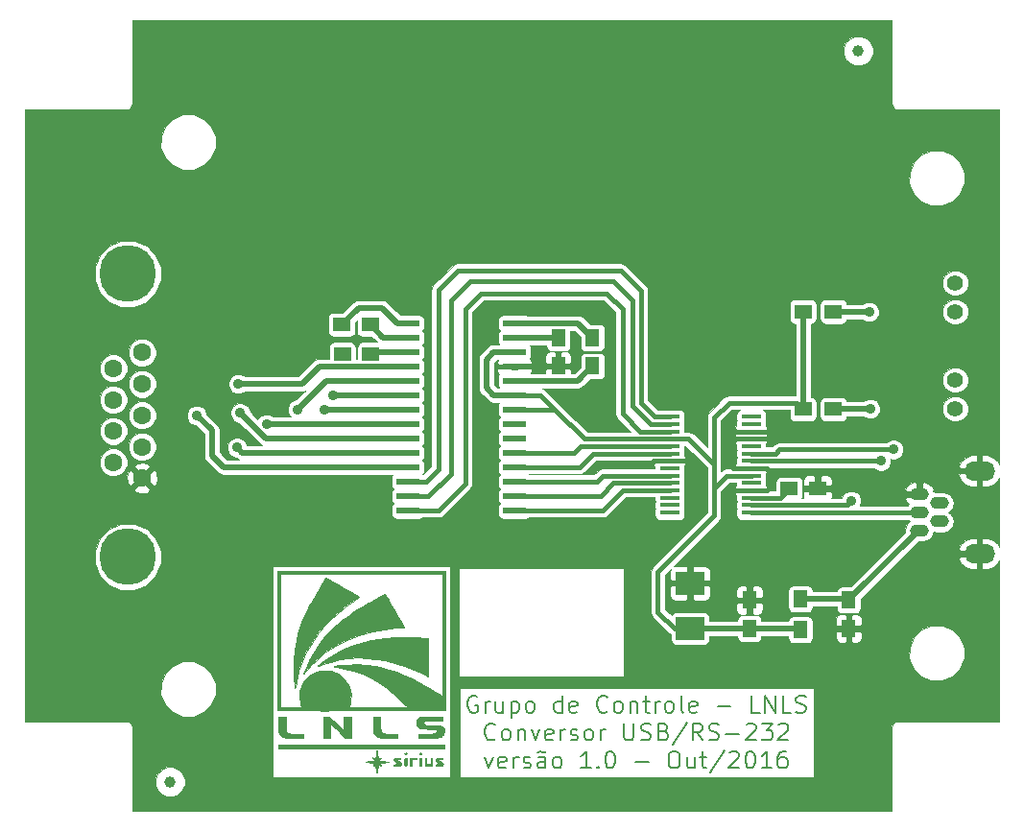
<source format=gbr>
G04 #@! TF.FileFunction,Copper,L1,Top,Signal*
%FSLAX46Y46*%
G04 Gerber Fmt 4.6, Leading zero omitted, Abs format (unit mm)*
G04 Created by KiCad (PCBNEW no-vcs-found-product) date Wed Nov 23 11:00:00 2016*
%MOMM*%
%LPD*%
G01*
G04 APERTURE LIST*
%ADD10C,0.100000*%
%ADD11C,0.200000*%
%ADD12C,0.010000*%
%ADD13R,2.500000X2.000000*%
%ADD14R,1.250000X1.500000*%
%ADD15R,1.500000X1.250000*%
%ADD16R,1.300000X1.500000*%
%ADD17O,2.700000X1.700000*%
%ADD18O,1.650000X1.100000*%
%ADD19C,1.600000*%
%ADD20C,5.000000*%
%ADD21R,1.500000X1.300000*%
%ADD22R,1.750000X0.450000*%
%ADD23R,2.000000X0.600000*%
%ADD24C,1.400000*%
%ADD25C,1.000000*%
%ADD26C,0.900000*%
%ADD27C,0.500000*%
%ADD28C,0.400000*%
%ADD29C,0.250000*%
%ADD30C,0.050000*%
G04 APERTURE END LIST*
D10*
D11*
X144908571Y-122790000D02*
X144765714Y-122718571D01*
X144551428Y-122718571D01*
X144337142Y-122790000D01*
X144194285Y-122932857D01*
X144122857Y-123075714D01*
X144051428Y-123361428D01*
X144051428Y-123575714D01*
X144122857Y-123861428D01*
X144194285Y-124004285D01*
X144337142Y-124147142D01*
X144551428Y-124218571D01*
X144694285Y-124218571D01*
X144908571Y-124147142D01*
X144979999Y-124075714D01*
X144979999Y-123575714D01*
X144694285Y-123575714D01*
X145622857Y-124218571D02*
X145622857Y-123218571D01*
X145622857Y-123504285D02*
X145694285Y-123361428D01*
X145765714Y-123290000D01*
X145908571Y-123218571D01*
X146051428Y-123218571D01*
X147194285Y-123218571D02*
X147194285Y-124218571D01*
X146551428Y-123218571D02*
X146551428Y-124004285D01*
X146622857Y-124147142D01*
X146765714Y-124218571D01*
X146979999Y-124218571D01*
X147122857Y-124147142D01*
X147194285Y-124075714D01*
X147908571Y-123218571D02*
X147908571Y-124718571D01*
X147908571Y-123290000D02*
X148051428Y-123218571D01*
X148337142Y-123218571D01*
X148479999Y-123290000D01*
X148551428Y-123361428D01*
X148622857Y-123504285D01*
X148622857Y-123932857D01*
X148551428Y-124075714D01*
X148479999Y-124147142D01*
X148337142Y-124218571D01*
X148051428Y-124218571D01*
X147908571Y-124147142D01*
X149479999Y-124218571D02*
X149337142Y-124147142D01*
X149265714Y-124075714D01*
X149194285Y-123932857D01*
X149194285Y-123504285D01*
X149265714Y-123361428D01*
X149337142Y-123290000D01*
X149479999Y-123218571D01*
X149694285Y-123218571D01*
X149837142Y-123290000D01*
X149908571Y-123361428D01*
X149979999Y-123504285D01*
X149979999Y-123932857D01*
X149908571Y-124075714D01*
X149837142Y-124147142D01*
X149694285Y-124218571D01*
X149479999Y-124218571D01*
X152408571Y-124218571D02*
X152408571Y-122718571D01*
X152408571Y-124147142D02*
X152265714Y-124218571D01*
X151979999Y-124218571D01*
X151837142Y-124147142D01*
X151765714Y-124075714D01*
X151694285Y-123932857D01*
X151694285Y-123504285D01*
X151765714Y-123361428D01*
X151837142Y-123290000D01*
X151979999Y-123218571D01*
X152265714Y-123218571D01*
X152408571Y-123290000D01*
X153694285Y-124147142D02*
X153551428Y-124218571D01*
X153265714Y-124218571D01*
X153122857Y-124147142D01*
X153051428Y-124004285D01*
X153051428Y-123432857D01*
X153122857Y-123290000D01*
X153265714Y-123218571D01*
X153551428Y-123218571D01*
X153694285Y-123290000D01*
X153765714Y-123432857D01*
X153765714Y-123575714D01*
X153051428Y-123718571D01*
X156408571Y-124075714D02*
X156337142Y-124147142D01*
X156122857Y-124218571D01*
X155979999Y-124218571D01*
X155765714Y-124147142D01*
X155622857Y-124004285D01*
X155551428Y-123861428D01*
X155479999Y-123575714D01*
X155479999Y-123361428D01*
X155551428Y-123075714D01*
X155622857Y-122932857D01*
X155765714Y-122790000D01*
X155979999Y-122718571D01*
X156122857Y-122718571D01*
X156337142Y-122790000D01*
X156408571Y-122861428D01*
X157265714Y-124218571D02*
X157122857Y-124147142D01*
X157051428Y-124075714D01*
X156979999Y-123932857D01*
X156979999Y-123504285D01*
X157051428Y-123361428D01*
X157122857Y-123290000D01*
X157265714Y-123218571D01*
X157479999Y-123218571D01*
X157622857Y-123290000D01*
X157694285Y-123361428D01*
X157765714Y-123504285D01*
X157765714Y-123932857D01*
X157694285Y-124075714D01*
X157622857Y-124147142D01*
X157479999Y-124218571D01*
X157265714Y-124218571D01*
X158408571Y-123218571D02*
X158408571Y-124218571D01*
X158408571Y-123361428D02*
X158479999Y-123290000D01*
X158622857Y-123218571D01*
X158837142Y-123218571D01*
X158979999Y-123290000D01*
X159051428Y-123432857D01*
X159051428Y-124218571D01*
X159551428Y-123218571D02*
X160122857Y-123218571D01*
X159765714Y-122718571D02*
X159765714Y-124004285D01*
X159837142Y-124147142D01*
X159979999Y-124218571D01*
X160122857Y-124218571D01*
X160622857Y-124218571D02*
X160622857Y-123218571D01*
X160622857Y-123504285D02*
X160694285Y-123361428D01*
X160765714Y-123290000D01*
X160908571Y-123218571D01*
X161051428Y-123218571D01*
X161765714Y-124218571D02*
X161622857Y-124147142D01*
X161551428Y-124075714D01*
X161479999Y-123932857D01*
X161479999Y-123504285D01*
X161551428Y-123361428D01*
X161622857Y-123290000D01*
X161765714Y-123218571D01*
X161979999Y-123218571D01*
X162122857Y-123290000D01*
X162194285Y-123361428D01*
X162265714Y-123504285D01*
X162265714Y-123932857D01*
X162194285Y-124075714D01*
X162122857Y-124147142D01*
X161979999Y-124218571D01*
X161765714Y-124218571D01*
X163122857Y-124218571D02*
X162979999Y-124147142D01*
X162908571Y-124004285D01*
X162908571Y-122718571D01*
X164265714Y-124147142D02*
X164122857Y-124218571D01*
X163837142Y-124218571D01*
X163694285Y-124147142D01*
X163622857Y-124004285D01*
X163622857Y-123432857D01*
X163694285Y-123290000D01*
X163837142Y-123218571D01*
X164122857Y-123218571D01*
X164265714Y-123290000D01*
X164337142Y-123432857D01*
X164337142Y-123575714D01*
X163622857Y-123718571D01*
X166122857Y-123647142D02*
X167265714Y-123647142D01*
X169837142Y-124218571D02*
X169122857Y-124218571D01*
X169122857Y-122718571D01*
X170337142Y-124218571D02*
X170337142Y-122718571D01*
X171194285Y-124218571D01*
X171194285Y-122718571D01*
X172622857Y-124218571D02*
X171908571Y-124218571D01*
X171908571Y-122718571D01*
X173051428Y-124147142D02*
X173265714Y-124218571D01*
X173622857Y-124218571D01*
X173765714Y-124147142D01*
X173837142Y-124075714D01*
X173908571Y-123932857D01*
X173908571Y-123790000D01*
X173837142Y-123647142D01*
X173765714Y-123575714D01*
X173622857Y-123504285D01*
X173337142Y-123432857D01*
X173194285Y-123361428D01*
X173122857Y-123290000D01*
X173051428Y-123147142D01*
X173051428Y-123004285D01*
X173122857Y-122861428D01*
X173194285Y-122790000D01*
X173337142Y-122718571D01*
X173694285Y-122718571D01*
X173908571Y-122790000D01*
X146515714Y-126525714D02*
X146444285Y-126597142D01*
X146230000Y-126668571D01*
X146087142Y-126668571D01*
X145872857Y-126597142D01*
X145730000Y-126454285D01*
X145658571Y-126311428D01*
X145587142Y-126025714D01*
X145587142Y-125811428D01*
X145658571Y-125525714D01*
X145730000Y-125382857D01*
X145872857Y-125240000D01*
X146087142Y-125168571D01*
X146230000Y-125168571D01*
X146444285Y-125240000D01*
X146515714Y-125311428D01*
X147372857Y-126668571D02*
X147230000Y-126597142D01*
X147158571Y-126525714D01*
X147087142Y-126382857D01*
X147087142Y-125954285D01*
X147158571Y-125811428D01*
X147230000Y-125740000D01*
X147372857Y-125668571D01*
X147587142Y-125668571D01*
X147730000Y-125740000D01*
X147801428Y-125811428D01*
X147872857Y-125954285D01*
X147872857Y-126382857D01*
X147801428Y-126525714D01*
X147730000Y-126597142D01*
X147587142Y-126668571D01*
X147372857Y-126668571D01*
X148515714Y-125668571D02*
X148515714Y-126668571D01*
X148515714Y-125811428D02*
X148587142Y-125740000D01*
X148730000Y-125668571D01*
X148944285Y-125668571D01*
X149087142Y-125740000D01*
X149158571Y-125882857D01*
X149158571Y-126668571D01*
X149730000Y-125668571D02*
X150087142Y-126668571D01*
X150444285Y-125668571D01*
X151587142Y-126597142D02*
X151444285Y-126668571D01*
X151158571Y-126668571D01*
X151015714Y-126597142D01*
X150944285Y-126454285D01*
X150944285Y-125882857D01*
X151015714Y-125740000D01*
X151158571Y-125668571D01*
X151444285Y-125668571D01*
X151587142Y-125740000D01*
X151658571Y-125882857D01*
X151658571Y-126025714D01*
X150944285Y-126168571D01*
X152301428Y-126668571D02*
X152301428Y-125668571D01*
X152301428Y-125954285D02*
X152372857Y-125811428D01*
X152444285Y-125740000D01*
X152587142Y-125668571D01*
X152730000Y-125668571D01*
X153158571Y-126597142D02*
X153301428Y-126668571D01*
X153587142Y-126668571D01*
X153730000Y-126597142D01*
X153801428Y-126454285D01*
X153801428Y-126382857D01*
X153730000Y-126240000D01*
X153587142Y-126168571D01*
X153372857Y-126168571D01*
X153230000Y-126097142D01*
X153158571Y-125954285D01*
X153158571Y-125882857D01*
X153230000Y-125740000D01*
X153372857Y-125668571D01*
X153587142Y-125668571D01*
X153730000Y-125740000D01*
X154658571Y-126668571D02*
X154515714Y-126597142D01*
X154444285Y-126525714D01*
X154372857Y-126382857D01*
X154372857Y-125954285D01*
X154444285Y-125811428D01*
X154515714Y-125740000D01*
X154658571Y-125668571D01*
X154872857Y-125668571D01*
X155015714Y-125740000D01*
X155087142Y-125811428D01*
X155158571Y-125954285D01*
X155158571Y-126382857D01*
X155087142Y-126525714D01*
X155015714Y-126597142D01*
X154872857Y-126668571D01*
X154658571Y-126668571D01*
X155801428Y-126668571D02*
X155801428Y-125668571D01*
X155801428Y-125954285D02*
X155872857Y-125811428D01*
X155944285Y-125740000D01*
X156087142Y-125668571D01*
X156230000Y-125668571D01*
X157872857Y-125168571D02*
X157872857Y-126382857D01*
X157944285Y-126525714D01*
X158015714Y-126597142D01*
X158158571Y-126668571D01*
X158444285Y-126668571D01*
X158587142Y-126597142D01*
X158658571Y-126525714D01*
X158730000Y-126382857D01*
X158730000Y-125168571D01*
X159372857Y-126597142D02*
X159587142Y-126668571D01*
X159944285Y-126668571D01*
X160087142Y-126597142D01*
X160158571Y-126525714D01*
X160230000Y-126382857D01*
X160230000Y-126240000D01*
X160158571Y-126097142D01*
X160087142Y-126025714D01*
X159944285Y-125954285D01*
X159658571Y-125882857D01*
X159515714Y-125811428D01*
X159444285Y-125740000D01*
X159372857Y-125597142D01*
X159372857Y-125454285D01*
X159444285Y-125311428D01*
X159515714Y-125240000D01*
X159658571Y-125168571D01*
X160015714Y-125168571D01*
X160230000Y-125240000D01*
X161372857Y-125882857D02*
X161587142Y-125954285D01*
X161658571Y-126025714D01*
X161730000Y-126168571D01*
X161730000Y-126382857D01*
X161658571Y-126525714D01*
X161587142Y-126597142D01*
X161444285Y-126668571D01*
X160872857Y-126668571D01*
X160872857Y-125168571D01*
X161372857Y-125168571D01*
X161515714Y-125240000D01*
X161587142Y-125311428D01*
X161658571Y-125454285D01*
X161658571Y-125597142D01*
X161587142Y-125740000D01*
X161515714Y-125811428D01*
X161372857Y-125882857D01*
X160872857Y-125882857D01*
X163444285Y-125097142D02*
X162158571Y-127025714D01*
X164801428Y-126668571D02*
X164301428Y-125954285D01*
X163944285Y-126668571D02*
X163944285Y-125168571D01*
X164515714Y-125168571D01*
X164658571Y-125240000D01*
X164730000Y-125311428D01*
X164801428Y-125454285D01*
X164801428Y-125668571D01*
X164730000Y-125811428D01*
X164658571Y-125882857D01*
X164515714Y-125954285D01*
X163944285Y-125954285D01*
X165372857Y-126597142D02*
X165587142Y-126668571D01*
X165944285Y-126668571D01*
X166087142Y-126597142D01*
X166158571Y-126525714D01*
X166230000Y-126382857D01*
X166230000Y-126240000D01*
X166158571Y-126097142D01*
X166087142Y-126025714D01*
X165944285Y-125954285D01*
X165658571Y-125882857D01*
X165515714Y-125811428D01*
X165444285Y-125740000D01*
X165372857Y-125597142D01*
X165372857Y-125454285D01*
X165444285Y-125311428D01*
X165515714Y-125240000D01*
X165658571Y-125168571D01*
X166015714Y-125168571D01*
X166230000Y-125240000D01*
X166872857Y-126097142D02*
X168015714Y-126097142D01*
X168658571Y-125311428D02*
X168730000Y-125240000D01*
X168872857Y-125168571D01*
X169230000Y-125168571D01*
X169372857Y-125240000D01*
X169444285Y-125311428D01*
X169515714Y-125454285D01*
X169515714Y-125597142D01*
X169444285Y-125811428D01*
X168587142Y-126668571D01*
X169515714Y-126668571D01*
X170015714Y-125168571D02*
X170944285Y-125168571D01*
X170444285Y-125740000D01*
X170658571Y-125740000D01*
X170801428Y-125811428D01*
X170872857Y-125882857D01*
X170944285Y-126025714D01*
X170944285Y-126382857D01*
X170872857Y-126525714D01*
X170801428Y-126597142D01*
X170658571Y-126668571D01*
X170230000Y-126668571D01*
X170087142Y-126597142D01*
X170015714Y-126525714D01*
X171515714Y-125311428D02*
X171587142Y-125240000D01*
X171730000Y-125168571D01*
X172087142Y-125168571D01*
X172230000Y-125240000D01*
X172301428Y-125311428D01*
X172372857Y-125454285D01*
X172372857Y-125597142D01*
X172301428Y-125811428D01*
X171444285Y-126668571D01*
X172372857Y-126668571D01*
X145587142Y-128118571D02*
X145944285Y-129118571D01*
X146301428Y-128118571D01*
X147444285Y-129047142D02*
X147301428Y-129118571D01*
X147015714Y-129118571D01*
X146872857Y-129047142D01*
X146801428Y-128904285D01*
X146801428Y-128332857D01*
X146872857Y-128190000D01*
X147015714Y-128118571D01*
X147301428Y-128118571D01*
X147444285Y-128190000D01*
X147515714Y-128332857D01*
X147515714Y-128475714D01*
X146801428Y-128618571D01*
X148158571Y-129118571D02*
X148158571Y-128118571D01*
X148158571Y-128404285D02*
X148230000Y-128261428D01*
X148301428Y-128190000D01*
X148444285Y-128118571D01*
X148587142Y-128118571D01*
X149015714Y-129047142D02*
X149158571Y-129118571D01*
X149444285Y-129118571D01*
X149587142Y-129047142D01*
X149658571Y-128904285D01*
X149658571Y-128832857D01*
X149587142Y-128690000D01*
X149444285Y-128618571D01*
X149230000Y-128618571D01*
X149087142Y-128547142D01*
X149015714Y-128404285D01*
X149015714Y-128332857D01*
X149087142Y-128190000D01*
X149230000Y-128118571D01*
X149444285Y-128118571D01*
X149587142Y-128190000D01*
X150944285Y-129118571D02*
X150944285Y-128332857D01*
X150872857Y-128190000D01*
X150730000Y-128118571D01*
X150444285Y-128118571D01*
X150301428Y-128190000D01*
X150944285Y-129047142D02*
X150801428Y-129118571D01*
X150444285Y-129118571D01*
X150301428Y-129047142D01*
X150230000Y-128904285D01*
X150230000Y-128761428D01*
X150301428Y-128618571D01*
X150444285Y-128547142D01*
X150801428Y-128547142D01*
X150944285Y-128475714D01*
X150230000Y-127761428D02*
X150301428Y-127690000D01*
X150444285Y-127618571D01*
X150730000Y-127761428D01*
X150872857Y-127690000D01*
X150944285Y-127618571D01*
X151872857Y-129118571D02*
X151730000Y-129047142D01*
X151658571Y-128975714D01*
X151587142Y-128832857D01*
X151587142Y-128404285D01*
X151658571Y-128261428D01*
X151730000Y-128190000D01*
X151872857Y-128118571D01*
X152087142Y-128118571D01*
X152230000Y-128190000D01*
X152301428Y-128261428D01*
X152372857Y-128404285D01*
X152372857Y-128832857D01*
X152301428Y-128975714D01*
X152230000Y-129047142D01*
X152087142Y-129118571D01*
X151872857Y-129118571D01*
X154944285Y-129118571D02*
X154087142Y-129118571D01*
X154515714Y-129118571D02*
X154515714Y-127618571D01*
X154372857Y-127832857D01*
X154230000Y-127975714D01*
X154087142Y-128047142D01*
X155587142Y-128975714D02*
X155658571Y-129047142D01*
X155587142Y-129118571D01*
X155515714Y-129047142D01*
X155587142Y-128975714D01*
X155587142Y-129118571D01*
X156587142Y-127618571D02*
X156730000Y-127618571D01*
X156872857Y-127690000D01*
X156944285Y-127761428D01*
X157015714Y-127904285D01*
X157087142Y-128190000D01*
X157087142Y-128547142D01*
X157015714Y-128832857D01*
X156944285Y-128975714D01*
X156872857Y-129047142D01*
X156730000Y-129118571D01*
X156587142Y-129118571D01*
X156444285Y-129047142D01*
X156372857Y-128975714D01*
X156301428Y-128832857D01*
X156230000Y-128547142D01*
X156230000Y-128190000D01*
X156301428Y-127904285D01*
X156372857Y-127761428D01*
X156444285Y-127690000D01*
X156587142Y-127618571D01*
X158872857Y-128547142D02*
X160015714Y-128547142D01*
X162158571Y-127618571D02*
X162444285Y-127618571D01*
X162587142Y-127690000D01*
X162730000Y-127832857D01*
X162801428Y-128118571D01*
X162801428Y-128618571D01*
X162730000Y-128904285D01*
X162587142Y-129047142D01*
X162444285Y-129118571D01*
X162158571Y-129118571D01*
X162015714Y-129047142D01*
X161872857Y-128904285D01*
X161801428Y-128618571D01*
X161801428Y-128118571D01*
X161872857Y-127832857D01*
X162015714Y-127690000D01*
X162158571Y-127618571D01*
X164087142Y-128118571D02*
X164087142Y-129118571D01*
X163444285Y-128118571D02*
X163444285Y-128904285D01*
X163515714Y-129047142D01*
X163658571Y-129118571D01*
X163872857Y-129118571D01*
X164015714Y-129047142D01*
X164087142Y-128975714D01*
X164587142Y-128118571D02*
X165158571Y-128118571D01*
X164801428Y-127618571D02*
X164801428Y-128904285D01*
X164872857Y-129047142D01*
X165015714Y-129118571D01*
X165158571Y-129118571D01*
X166730000Y-127547142D02*
X165444285Y-129475714D01*
X167158571Y-127761428D02*
X167230000Y-127690000D01*
X167372857Y-127618571D01*
X167730000Y-127618571D01*
X167872857Y-127690000D01*
X167944285Y-127761428D01*
X168015714Y-127904285D01*
X168015714Y-128047142D01*
X167944285Y-128261428D01*
X167087142Y-129118571D01*
X168015714Y-129118571D01*
X168944285Y-127618571D02*
X169087142Y-127618571D01*
X169230000Y-127690000D01*
X169301428Y-127761428D01*
X169372857Y-127904285D01*
X169444285Y-128190000D01*
X169444285Y-128547142D01*
X169372857Y-128832857D01*
X169301428Y-128975714D01*
X169230000Y-129047142D01*
X169087142Y-129118571D01*
X168944285Y-129118571D01*
X168801428Y-129047142D01*
X168730000Y-128975714D01*
X168658571Y-128832857D01*
X168587142Y-128547142D01*
X168587142Y-128190000D01*
X168658571Y-127904285D01*
X168730000Y-127761428D01*
X168801428Y-127690000D01*
X168944285Y-127618571D01*
X170872857Y-129118571D02*
X170015714Y-129118571D01*
X170444285Y-129118571D02*
X170444285Y-127618571D01*
X170301428Y-127832857D01*
X170158571Y-127975714D01*
X170015714Y-128047142D01*
X172158571Y-127618571D02*
X171872857Y-127618571D01*
X171730000Y-127690000D01*
X171658571Y-127761428D01*
X171515714Y-127975714D01*
X171444285Y-128261428D01*
X171444285Y-128832857D01*
X171515714Y-128975714D01*
X171587142Y-129047142D01*
X171730000Y-129118571D01*
X172015714Y-129118571D01*
X172158571Y-129047142D01*
X172230000Y-128975714D01*
X172301428Y-128832857D01*
X172301428Y-128475714D01*
X172230000Y-128332857D01*
X172158571Y-128261428D01*
X172015714Y-128190000D01*
X171730000Y-128190000D01*
X171587142Y-128261428D01*
X171515714Y-128332857D01*
X171444285Y-128475714D01*
D12*
G36*
X136074287Y-127594795D02*
X136079937Y-127615488D01*
X136097860Y-127706207D01*
X136117997Y-127845123D01*
X136136056Y-128002552D01*
X136136423Y-128006257D01*
X136152664Y-128150152D01*
X136169204Y-128263088D01*
X136182737Y-128322875D01*
X136183941Y-128325323D01*
X136221517Y-128323959D01*
X136287803Y-128277841D01*
X136296584Y-128269810D01*
X136377171Y-128211416D01*
X136416132Y-128213280D01*
X136403749Y-128264314D01*
X136351231Y-128332153D01*
X136296563Y-128403599D01*
X136282479Y-128451078D01*
X136284706Y-128454501D01*
X136332047Y-128468456D01*
X136439177Y-128485752D01*
X136587961Y-128503742D01*
X136691912Y-128513968D01*
X136899872Y-128533713D01*
X137033016Y-128549446D01*
X137094486Y-128562652D01*
X137087427Y-128574810D01*
X137014981Y-128587405D01*
X136880292Y-128601917D01*
X136878769Y-128602065D01*
X136705103Y-128619439D01*
X136531010Y-128637764D01*
X136416260Y-128650549D01*
X136227289Y-128672564D01*
X136335257Y-128785259D01*
X136402237Y-128871092D01*
X136415054Y-128920823D01*
X136379727Y-128923612D01*
X136302272Y-128868621D01*
X136293481Y-128860505D01*
X136240580Y-128814908D01*
X136204411Y-128802849D01*
X136180076Y-128834153D01*
X136162677Y-128918645D01*
X136147317Y-129066149D01*
X136138473Y-129171455D01*
X136116980Y-129356987D01*
X136089105Y-129472732D01*
X136055891Y-129515825D01*
X136022419Y-129490330D01*
X136007841Y-129434402D01*
X135991498Y-129322141D01*
X135976397Y-129175222D01*
X135973139Y-129135232D01*
X135957231Y-128966215D01*
X135938552Y-128866962D01*
X135912852Y-128829098D01*
X135875880Y-128844248D01*
X135843231Y-128879230D01*
X135786821Y-128928354D01*
X135760292Y-128937846D01*
X135726907Y-128912223D01*
X135738649Y-128850816D01*
X135789358Y-128776812D01*
X135807885Y-128758623D01*
X135889769Y-128684518D01*
X135798115Y-128658769D01*
X135704294Y-128642147D01*
X135572862Y-128629841D01*
X135511077Y-128626873D01*
X135356188Y-128616525D01*
X135202865Y-128597983D01*
X135159385Y-128590515D01*
X135082355Y-128574468D01*
X135058454Y-128563148D01*
X135094742Y-128553081D01*
X135198276Y-128540792D01*
X135276615Y-128532815D01*
X135445889Y-128515185D01*
X135611507Y-128496932D01*
X135720617Y-128484072D01*
X135891081Y-128462818D01*
X135782082Y-128349047D01*
X135715384Y-128263719D01*
X135701127Y-128212892D01*
X135733981Y-128207783D01*
X135808616Y-128259611D01*
X135819724Y-128269810D01*
X135887596Y-128320502D01*
X135929525Y-128327960D01*
X135931672Y-128325323D01*
X135944984Y-128272217D01*
X135961520Y-128165265D01*
X135976441Y-128039076D01*
X135994416Y-127880964D01*
X136013964Y-127732871D01*
X136027210Y-127648307D01*
X136044407Y-127560892D01*
X136057121Y-127544909D01*
X136074287Y-127594795D01*
X136074287Y-127594795D01*
G37*
X136074287Y-127594795D02*
X136079937Y-127615488D01*
X136097860Y-127706207D01*
X136117997Y-127845123D01*
X136136056Y-128002552D01*
X136136423Y-128006257D01*
X136152664Y-128150152D01*
X136169204Y-128263088D01*
X136182737Y-128322875D01*
X136183941Y-128325323D01*
X136221517Y-128323959D01*
X136287803Y-128277841D01*
X136296584Y-128269810D01*
X136377171Y-128211416D01*
X136416132Y-128213280D01*
X136403749Y-128264314D01*
X136351231Y-128332153D01*
X136296563Y-128403599D01*
X136282479Y-128451078D01*
X136284706Y-128454501D01*
X136332047Y-128468456D01*
X136439177Y-128485752D01*
X136587961Y-128503742D01*
X136691912Y-128513968D01*
X136899872Y-128533713D01*
X137033016Y-128549446D01*
X137094486Y-128562652D01*
X137087427Y-128574810D01*
X137014981Y-128587405D01*
X136880292Y-128601917D01*
X136878769Y-128602065D01*
X136705103Y-128619439D01*
X136531010Y-128637764D01*
X136416260Y-128650549D01*
X136227289Y-128672564D01*
X136335257Y-128785259D01*
X136402237Y-128871092D01*
X136415054Y-128920823D01*
X136379727Y-128923612D01*
X136302272Y-128868621D01*
X136293481Y-128860505D01*
X136240580Y-128814908D01*
X136204411Y-128802849D01*
X136180076Y-128834153D01*
X136162677Y-128918645D01*
X136147317Y-129066149D01*
X136138473Y-129171455D01*
X136116980Y-129356987D01*
X136089105Y-129472732D01*
X136055891Y-129515825D01*
X136022419Y-129490330D01*
X136007841Y-129434402D01*
X135991498Y-129322141D01*
X135976397Y-129175222D01*
X135973139Y-129135232D01*
X135957231Y-128966215D01*
X135938552Y-128866962D01*
X135912852Y-128829098D01*
X135875880Y-128844248D01*
X135843231Y-128879230D01*
X135786821Y-128928354D01*
X135760292Y-128937846D01*
X135726907Y-128912223D01*
X135738649Y-128850816D01*
X135789358Y-128776812D01*
X135807885Y-128758623D01*
X135889769Y-128684518D01*
X135798115Y-128658769D01*
X135704294Y-128642147D01*
X135572862Y-128629841D01*
X135511077Y-128626873D01*
X135356188Y-128616525D01*
X135202865Y-128597983D01*
X135159385Y-128590515D01*
X135082355Y-128574468D01*
X135058454Y-128563148D01*
X135094742Y-128553081D01*
X135198276Y-128540792D01*
X135276615Y-128532815D01*
X135445889Y-128515185D01*
X135611507Y-128496932D01*
X135720617Y-128484072D01*
X135891081Y-128462818D01*
X135782082Y-128349047D01*
X135715384Y-128263719D01*
X135701127Y-128212892D01*
X135733981Y-128207783D01*
X135808616Y-128259611D01*
X135819724Y-128269810D01*
X135887596Y-128320502D01*
X135929525Y-128327960D01*
X135931672Y-128325323D01*
X135944984Y-128272217D01*
X135961520Y-128165265D01*
X135976441Y-128039076D01*
X135994416Y-127880964D01*
X136013964Y-127732871D01*
X136027210Y-127648307D01*
X136044407Y-127560892D01*
X136057121Y-127544909D01*
X136074287Y-127594795D01*
G36*
X138037469Y-128197974D02*
X138111775Y-128209448D01*
X138143010Y-128235364D01*
X138148769Y-128273538D01*
X138139826Y-128317936D01*
X138100871Y-128341541D01*
X138013714Y-128350698D01*
X137924077Y-128351905D01*
X137699385Y-128352119D01*
X137963154Y-128510378D01*
X138106533Y-128602537D01*
X138189813Y-128673401D01*
X138224277Y-128733493D01*
X138226923Y-128756349D01*
X138212315Y-128842341D01*
X138160265Y-128897264D01*
X138058436Y-128927025D01*
X137894491Y-128937531D01*
X137847877Y-128937846D01*
X137700445Y-128935901D01*
X137614734Y-128927073D01*
X137574346Y-128906869D01*
X137562884Y-128870797D01*
X137562615Y-128859692D01*
X137570882Y-128816712D01*
X137607387Y-128793039D01*
X137689692Y-128783016D01*
X137806846Y-128781007D01*
X138051077Y-128780477D01*
X137806846Y-128635715D01*
X137674678Y-128552151D01*
X137599366Y-128488032D01*
X137567084Y-128429452D01*
X137562615Y-128390060D01*
X137578143Y-128293587D01*
X137633111Y-128233788D01*
X137740101Y-128203460D01*
X137902585Y-128195384D01*
X138037469Y-128197974D01*
X138037469Y-128197974D01*
G37*
X138037469Y-128197974D02*
X138111775Y-128209448D01*
X138143010Y-128235364D01*
X138148769Y-128273538D01*
X138139826Y-128317936D01*
X138100871Y-128341541D01*
X138013714Y-128350698D01*
X137924077Y-128351905D01*
X137699385Y-128352119D01*
X137963154Y-128510378D01*
X138106533Y-128602537D01*
X138189813Y-128673401D01*
X138224277Y-128733493D01*
X138226923Y-128756349D01*
X138212315Y-128842341D01*
X138160265Y-128897264D01*
X138058436Y-128927025D01*
X137894491Y-128937531D01*
X137847877Y-128937846D01*
X137700445Y-128935901D01*
X137614734Y-128927073D01*
X137574346Y-128906869D01*
X137562884Y-128870797D01*
X137562615Y-128859692D01*
X137570882Y-128816712D01*
X137607387Y-128793039D01*
X137689692Y-128783016D01*
X137806846Y-128781007D01*
X138051077Y-128780477D01*
X137806846Y-128635715D01*
X137674678Y-128552151D01*
X137599366Y-128488032D01*
X137567084Y-128429452D01*
X137562615Y-128390060D01*
X137578143Y-128293587D01*
X137633111Y-128233788D01*
X137740101Y-128203460D01*
X137902585Y-128195384D01*
X138037469Y-128197974D01*
G36*
X138643411Y-128197962D02*
X138671954Y-128215455D01*
X138687635Y-128262504D01*
X138694307Y-128353746D01*
X138695821Y-128503821D01*
X138695846Y-128566615D01*
X138695168Y-128738593D01*
X138690564Y-128847056D01*
X138678183Y-128906644D01*
X138654172Y-128931996D01*
X138614678Y-128937752D01*
X138598154Y-128937846D01*
X138552896Y-128935268D01*
X138524353Y-128917774D01*
X138508672Y-128870726D01*
X138502001Y-128779484D01*
X138500486Y-128629409D01*
X138500461Y-128566615D01*
X138501140Y-128394637D01*
X138505743Y-128286174D01*
X138518124Y-128226586D01*
X138542136Y-128201233D01*
X138581629Y-128195478D01*
X138598154Y-128195384D01*
X138643411Y-128197962D01*
X138643411Y-128197962D01*
G37*
X138643411Y-128197962D02*
X138671954Y-128215455D01*
X138687635Y-128262504D01*
X138694307Y-128353746D01*
X138695821Y-128503821D01*
X138695846Y-128566615D01*
X138695168Y-128738593D01*
X138690564Y-128847056D01*
X138678183Y-128906644D01*
X138654172Y-128931996D01*
X138614678Y-128937752D01*
X138598154Y-128937846D01*
X138552896Y-128935268D01*
X138524353Y-128917774D01*
X138508672Y-128870726D01*
X138502001Y-128779484D01*
X138500486Y-128629409D01*
X138500461Y-128566615D01*
X138501140Y-128394637D01*
X138505743Y-128286174D01*
X138518124Y-128226586D01*
X138542136Y-128201233D01*
X138581629Y-128195478D01*
X138598154Y-128195384D01*
X138643411Y-128197962D01*
G36*
X139444238Y-128197974D02*
X139518545Y-128209448D01*
X139549779Y-128235364D01*
X139555538Y-128273538D01*
X139546210Y-128318703D01*
X139505876Y-128342231D01*
X139416016Y-128350858D01*
X139340615Y-128351692D01*
X139125692Y-128351692D01*
X139125692Y-128644769D01*
X139123846Y-128794615D01*
X139115429Y-128882536D01*
X139096122Y-128924728D01*
X139061607Y-128937386D01*
X139047538Y-128937846D01*
X139009171Y-128931532D01*
X138985907Y-128902288D01*
X138974023Y-128834660D01*
X138969796Y-128713196D01*
X138969385Y-128613507D01*
X138975283Y-128432362D01*
X138991900Y-128303926D01*
X139016277Y-128242276D01*
X139079803Y-128216708D01*
X139196700Y-128199891D01*
X139309354Y-128195384D01*
X139444238Y-128197974D01*
X139444238Y-128197974D01*
G37*
X139444238Y-128197974D02*
X139518545Y-128209448D01*
X139549779Y-128235364D01*
X139555538Y-128273538D01*
X139546210Y-128318703D01*
X139505876Y-128342231D01*
X139416016Y-128350858D01*
X139340615Y-128351692D01*
X139125692Y-128351692D01*
X139125692Y-128644769D01*
X139123846Y-128794615D01*
X139115429Y-128882536D01*
X139096122Y-128924728D01*
X139061607Y-128937386D01*
X139047538Y-128937846D01*
X139009171Y-128931532D01*
X138985907Y-128902288D01*
X138974023Y-128834660D01*
X138969796Y-128713196D01*
X138969385Y-128613507D01*
X138975283Y-128432362D01*
X138991900Y-128303926D01*
X139016277Y-128242276D01*
X139079803Y-128216708D01*
X139196700Y-128199891D01*
X139309354Y-128195384D01*
X139444238Y-128197974D01*
G36*
X139972026Y-128197962D02*
X140000569Y-128215455D01*
X140016251Y-128262504D01*
X140022922Y-128353746D01*
X140024437Y-128503821D01*
X140024461Y-128566615D01*
X140023783Y-128738593D01*
X140019179Y-128847056D01*
X140006798Y-128906644D01*
X139982787Y-128931996D01*
X139943294Y-128937752D01*
X139926769Y-128937846D01*
X139881512Y-128935268D01*
X139852969Y-128917774D01*
X139837288Y-128870726D01*
X139830616Y-128779484D01*
X139829102Y-128629409D01*
X139829077Y-128566615D01*
X139829755Y-128394637D01*
X139834359Y-128286174D01*
X139846740Y-128226586D01*
X139870751Y-128201233D01*
X139910244Y-128195478D01*
X139926769Y-128195384D01*
X139972026Y-128197962D01*
X139972026Y-128197962D01*
G37*
X139972026Y-128197962D02*
X140000569Y-128215455D01*
X140016251Y-128262504D01*
X140022922Y-128353746D01*
X140024437Y-128503821D01*
X140024461Y-128566615D01*
X140023783Y-128738593D01*
X140019179Y-128847056D01*
X140006798Y-128906644D01*
X139982787Y-128931996D01*
X139943294Y-128937752D01*
X139926769Y-128937846D01*
X139881512Y-128935268D01*
X139852969Y-128917774D01*
X139837288Y-128870726D01*
X139830616Y-128779484D01*
X139829102Y-128629409D01*
X139829077Y-128566615D01*
X139829755Y-128394637D01*
X139834359Y-128286174D01*
X139846740Y-128226586D01*
X139870751Y-128201233D01*
X139910244Y-128195478D01*
X139926769Y-128195384D01*
X139972026Y-128197962D01*
G36*
X140922521Y-128201698D02*
X140945785Y-128230942D01*
X140957669Y-128298570D01*
X140961896Y-128420033D01*
X140962308Y-128519723D01*
X140956409Y-128700868D01*
X140939792Y-128829304D01*
X140915415Y-128890953D01*
X140856323Y-128913101D01*
X140746520Y-128928859D01*
X140612108Y-128937308D01*
X140479189Y-128937526D01*
X140373863Y-128928596D01*
X140324051Y-128911794D01*
X140312392Y-128863406D01*
X140303429Y-128756289D01*
X140298523Y-128609856D01*
X140298000Y-128540564D01*
X140299352Y-128375317D01*
X140305676Y-128273202D01*
X140320367Y-128219211D01*
X140346824Y-128198336D01*
X140376154Y-128195384D01*
X140416113Y-128202306D01*
X140439558Y-128233870D01*
X140450810Y-128306271D01*
X140454185Y-128435705D01*
X140454308Y-128488461D01*
X140454308Y-128781538D01*
X140806000Y-128781538D01*
X140806000Y-128488461D01*
X140807846Y-128338614D01*
X140816263Y-128250693D01*
X140835570Y-128208502D01*
X140870086Y-128195844D01*
X140884154Y-128195384D01*
X140922521Y-128201698D01*
X140922521Y-128201698D01*
G37*
X140922521Y-128201698D02*
X140945785Y-128230942D01*
X140957669Y-128298570D01*
X140961896Y-128420033D01*
X140962308Y-128519723D01*
X140956409Y-128700868D01*
X140939792Y-128829304D01*
X140915415Y-128890953D01*
X140856323Y-128913101D01*
X140746520Y-128928859D01*
X140612108Y-128937308D01*
X140479189Y-128937526D01*
X140373863Y-128928596D01*
X140324051Y-128911794D01*
X140312392Y-128863406D01*
X140303429Y-128756289D01*
X140298523Y-128609856D01*
X140298000Y-128540564D01*
X140299352Y-128375317D01*
X140305676Y-128273202D01*
X140320367Y-128219211D01*
X140346824Y-128198336D01*
X140376154Y-128195384D01*
X140416113Y-128202306D01*
X140439558Y-128233870D01*
X140450810Y-128306271D01*
X140454185Y-128435705D01*
X140454308Y-128488461D01*
X140454308Y-128781538D01*
X140806000Y-128781538D01*
X140806000Y-128488461D01*
X140807846Y-128338614D01*
X140816263Y-128250693D01*
X140835570Y-128208502D01*
X140870086Y-128195844D01*
X140884154Y-128195384D01*
X140922521Y-128201698D01*
G36*
X141710700Y-128197974D02*
X141785006Y-128209448D01*
X141816240Y-128235364D01*
X141822000Y-128273538D01*
X141813057Y-128317936D01*
X141774102Y-128341541D01*
X141686945Y-128350698D01*
X141597308Y-128351905D01*
X141372615Y-128352119D01*
X141636385Y-128510378D01*
X141779764Y-128602537D01*
X141863044Y-128673401D01*
X141897508Y-128733493D01*
X141900154Y-128756349D01*
X141885545Y-128842341D01*
X141833495Y-128897264D01*
X141731667Y-128927025D01*
X141567722Y-128937531D01*
X141521108Y-128937846D01*
X141373676Y-128935901D01*
X141287964Y-128927073D01*
X141247576Y-128906869D01*
X141236115Y-128870797D01*
X141235846Y-128859692D01*
X141244112Y-128816712D01*
X141280618Y-128793039D01*
X141362923Y-128783016D01*
X141480077Y-128781007D01*
X141724308Y-128780477D01*
X141480077Y-128635715D01*
X141347909Y-128552151D01*
X141272597Y-128488032D01*
X141240315Y-128429452D01*
X141235846Y-128390060D01*
X141251373Y-128293587D01*
X141306342Y-128233788D01*
X141413332Y-128203460D01*
X141575815Y-128195384D01*
X141710700Y-128197974D01*
X141710700Y-128197974D01*
G37*
X141710700Y-128197974D02*
X141785006Y-128209448D01*
X141816240Y-128235364D01*
X141822000Y-128273538D01*
X141813057Y-128317936D01*
X141774102Y-128341541D01*
X141686945Y-128350698D01*
X141597308Y-128351905D01*
X141372615Y-128352119D01*
X141636385Y-128510378D01*
X141779764Y-128602537D01*
X141863044Y-128673401D01*
X141897508Y-128733493D01*
X141900154Y-128756349D01*
X141885545Y-128842341D01*
X141833495Y-128897264D01*
X141731667Y-128927025D01*
X141567722Y-128937531D01*
X141521108Y-128937846D01*
X141373676Y-128935901D01*
X141287964Y-128927073D01*
X141247576Y-128906869D01*
X141236115Y-128870797D01*
X141235846Y-128859692D01*
X141244112Y-128816712D01*
X141280618Y-128793039D01*
X141362923Y-128783016D01*
X141480077Y-128781007D01*
X141724308Y-128780477D01*
X141480077Y-128635715D01*
X141347909Y-128552151D01*
X141272597Y-128488032D01*
X141240315Y-128429452D01*
X141235846Y-128390060D01*
X141251373Y-128293587D01*
X141306342Y-128233788D01*
X141413332Y-128203460D01*
X141575815Y-128195384D01*
X141710700Y-128197974D01*
G36*
X135686923Y-128136769D02*
X135667385Y-128156307D01*
X135647846Y-128136769D01*
X135667385Y-128117230D01*
X135686923Y-128136769D01*
X135686923Y-128136769D01*
G37*
X135686923Y-128136769D02*
X135667385Y-128156307D01*
X135647846Y-128136769D01*
X135667385Y-128117230D01*
X135686923Y-128136769D01*
G36*
X138674760Y-127783855D02*
X138695846Y-127843692D01*
X138672950Y-127904977D01*
X138598154Y-127921846D01*
X138521547Y-127903529D01*
X138500461Y-127843692D01*
X138523358Y-127782406D01*
X138598154Y-127765538D01*
X138674760Y-127783855D01*
X138674760Y-127783855D01*
G37*
X138674760Y-127783855D02*
X138695846Y-127843692D01*
X138672950Y-127904977D01*
X138598154Y-127921846D01*
X138521547Y-127903529D01*
X138500461Y-127843692D01*
X138523358Y-127782406D01*
X138598154Y-127765538D01*
X138674760Y-127783855D01*
G36*
X140003376Y-127783855D02*
X140024461Y-127843692D01*
X140001565Y-127904977D01*
X139926769Y-127921846D01*
X139850162Y-127903529D01*
X139829077Y-127843692D01*
X139851973Y-127782406D01*
X139926769Y-127765538D01*
X140003376Y-127783855D01*
X140003376Y-127783855D01*
G37*
X140003376Y-127783855D02*
X140024461Y-127843692D01*
X140001565Y-127904977D01*
X139926769Y-127921846D01*
X139850162Y-127903529D01*
X139829077Y-127843692D01*
X139851973Y-127782406D01*
X139926769Y-127765538D01*
X140003376Y-127783855D01*
G36*
X142017385Y-127374769D02*
X127363538Y-127374769D01*
X127363538Y-127062153D01*
X142017385Y-127062153D01*
X142017385Y-127374769D01*
X142017385Y-127374769D01*
G37*
X142017385Y-127374769D02*
X127363538Y-127374769D01*
X127363538Y-127062153D01*
X142017385Y-127062153D01*
X142017385Y-127374769D01*
G36*
X128027846Y-125227314D02*
X128027575Y-125507233D01*
X128033148Y-125718666D01*
X128054144Y-125871193D01*
X128100142Y-125974394D01*
X128180723Y-126037848D01*
X128305465Y-126071135D01*
X128483948Y-126083833D01*
X128725752Y-126085523D01*
X128885762Y-126085230D01*
X129551846Y-126085230D01*
X129551846Y-126436923D01*
X128719972Y-126436923D01*
X128442105Y-126436482D01*
X128230390Y-126434461D01*
X128072830Y-126429811D01*
X127957424Y-126421483D01*
X127872174Y-126408430D01*
X127805081Y-126389602D01*
X127744145Y-126363952D01*
X127713741Y-126349000D01*
X127564519Y-126247041D01*
X127460068Y-126103370D01*
X127451461Y-126086720D01*
X127419227Y-126017245D01*
X127395966Y-125947052D01*
X127380230Y-125862154D01*
X127370574Y-125748570D01*
X127365551Y-125592315D01*
X127363715Y-125379405D01*
X127363538Y-125236796D01*
X127363538Y-124561230D01*
X128027846Y-124561230D01*
X128027846Y-125227314D01*
X128027846Y-125227314D01*
G37*
X128027846Y-125227314D02*
X128027575Y-125507233D01*
X128033148Y-125718666D01*
X128054144Y-125871193D01*
X128100142Y-125974394D01*
X128180723Y-126037848D01*
X128305465Y-126071135D01*
X128483948Y-126083833D01*
X128725752Y-126085523D01*
X128885762Y-126085230D01*
X129551846Y-126085230D01*
X129551846Y-126436923D01*
X128719972Y-126436923D01*
X128442105Y-126436482D01*
X128230390Y-126434461D01*
X128072830Y-126429811D01*
X127957424Y-126421483D01*
X127872174Y-126408430D01*
X127805081Y-126389602D01*
X127744145Y-126363952D01*
X127713741Y-126349000D01*
X127564519Y-126247041D01*
X127460068Y-126103370D01*
X127451461Y-126086720D01*
X127419227Y-126017245D01*
X127395966Y-125947052D01*
X127380230Y-125862154D01*
X127370574Y-125748570D01*
X127365551Y-125592315D01*
X127363715Y-125379405D01*
X127363538Y-125236796D01*
X127363538Y-124561230D01*
X128027846Y-124561230D01*
X128027846Y-125227314D01*
G36*
X133811231Y-126436923D02*
X133245478Y-126436923D01*
X132610047Y-125802367D01*
X131974615Y-125167811D01*
X131974615Y-126436923D01*
X131349385Y-126436923D01*
X131349385Y-124561230D01*
X131613154Y-124562116D01*
X131876923Y-124563003D01*
X133146923Y-125779827D01*
X133146923Y-124561230D01*
X133811231Y-124561230D01*
X133811231Y-126436923D01*
X133811231Y-126436923D01*
G37*
X133811231Y-126436923D02*
X133245478Y-126436923D01*
X132610047Y-125802367D01*
X131974615Y-125167811D01*
X131974615Y-126436923D01*
X131349385Y-126436923D01*
X131349385Y-124561230D01*
X131613154Y-124562116D01*
X131876923Y-124563003D01*
X133146923Y-125779827D01*
X133146923Y-124561230D01*
X133811231Y-124561230D01*
X133811231Y-126436923D01*
G36*
X136390308Y-125227314D02*
X136390667Y-125470149D01*
X136392798Y-125647373D01*
X136398279Y-125771531D01*
X136408689Y-125855167D01*
X136425607Y-125910823D01*
X136450612Y-125951044D01*
X136485284Y-125988374D01*
X136486224Y-125989314D01*
X136523636Y-126024231D01*
X136563646Y-126049444D01*
X136618798Y-126066534D01*
X136701635Y-126077078D01*
X136824702Y-126082656D01*
X137000541Y-126084847D01*
X137241696Y-126085230D01*
X137914308Y-126085230D01*
X137914308Y-126436923D01*
X137082434Y-126436923D01*
X136804566Y-126436482D01*
X136592852Y-126434461D01*
X136435291Y-126429811D01*
X136319886Y-126421483D01*
X136234636Y-126408430D01*
X136167542Y-126389602D01*
X136106607Y-126363952D01*
X136076203Y-126349000D01*
X135926981Y-126247041D01*
X135822529Y-126103370D01*
X135813923Y-126086720D01*
X135781689Y-126017245D01*
X135758427Y-125947052D01*
X135742692Y-125862154D01*
X135733036Y-125748570D01*
X135728013Y-125592315D01*
X135726176Y-125379405D01*
X135726000Y-125236796D01*
X135726000Y-124561230D01*
X136390308Y-124561230D01*
X136390308Y-125227314D01*
X136390308Y-125227314D01*
G37*
X136390308Y-125227314D02*
X136390667Y-125470149D01*
X136392798Y-125647373D01*
X136398279Y-125771531D01*
X136408689Y-125855167D01*
X136425607Y-125910823D01*
X136450612Y-125951044D01*
X136485284Y-125988374D01*
X136486224Y-125989314D01*
X136523636Y-126024231D01*
X136563646Y-126049444D01*
X136618798Y-126066534D01*
X136701635Y-126077078D01*
X136824702Y-126082656D01*
X137000541Y-126084847D01*
X137241696Y-126085230D01*
X137914308Y-126085230D01*
X137914308Y-126436923D01*
X137082434Y-126436923D01*
X136804566Y-126436482D01*
X136592852Y-126434461D01*
X136435291Y-126429811D01*
X136319886Y-126421483D01*
X136234636Y-126408430D01*
X136167542Y-126389602D01*
X136106607Y-126363952D01*
X136076203Y-126349000D01*
X135926981Y-126247041D01*
X135822529Y-126103370D01*
X135813923Y-126086720D01*
X135781689Y-126017245D01*
X135758427Y-125947052D01*
X135742692Y-125862154D01*
X135733036Y-125748570D01*
X135728013Y-125592315D01*
X135726176Y-125379405D01*
X135726000Y-125236796D01*
X135726000Y-124561230D01*
X136390308Y-124561230D01*
X136390308Y-125227314D01*
G36*
X141861077Y-124912923D02*
X140299802Y-124912923D01*
X140237508Y-125007994D01*
X140202442Y-125119362D01*
X140239325Y-125220732D01*
X140342087Y-125297541D01*
X140361535Y-125305562D01*
X140434185Y-125318672D01*
X140568443Y-125329778D01*
X140747770Y-125337986D01*
X140955629Y-125342403D01*
X141052775Y-125342915D01*
X141286338Y-125344018D01*
X141456130Y-125348241D01*
X141576517Y-125357154D01*
X141661864Y-125372329D01*
X141726540Y-125395335D01*
X141775505Y-125421924D01*
X141907880Y-125545042D01*
X141988549Y-125708998D01*
X142013122Y-125892428D01*
X141977208Y-126073967D01*
X141928682Y-126167375D01*
X141871585Y-126246431D01*
X141811662Y-126308354D01*
X141738969Y-126355224D01*
X141643561Y-126389121D01*
X141515493Y-126412122D01*
X141344823Y-126426309D01*
X141121604Y-126433760D01*
X140835893Y-126436555D01*
X140639923Y-126436862D01*
X139711846Y-126436923D01*
X139711846Y-126085230D01*
X140467790Y-126085230D01*
X140731521Y-126084621D01*
X140928186Y-126082150D01*
X141068866Y-126076852D01*
X141164643Y-126067762D01*
X141226599Y-126053915D01*
X141265816Y-126034347D01*
X141288405Y-126013769D01*
X141346508Y-125903833D01*
X141334101Y-125794954D01*
X141266228Y-125716215D01*
X141216730Y-125692108D01*
X141140062Y-125675015D01*
X141024211Y-125663901D01*
X140857161Y-125657728D01*
X140626899Y-125655462D01*
X140560903Y-125655384D01*
X140289027Y-125652982D01*
X140083023Y-125643620D01*
X139930699Y-125624069D01*
X139819862Y-125591097D01*
X139738318Y-125541473D01*
X139673876Y-125471966D01*
X139632110Y-125409256D01*
X139570707Y-125244272D01*
X139559104Y-125055259D01*
X139597466Y-124876776D01*
X139629225Y-124812103D01*
X139678871Y-124739156D01*
X139734941Y-124681815D01*
X139806981Y-124638221D01*
X139904540Y-124606518D01*
X140037166Y-124584850D01*
X140214406Y-124571360D01*
X140445808Y-124564192D01*
X140740921Y-124561488D01*
X140919367Y-124561230D01*
X141861077Y-124561230D01*
X141861077Y-124912923D01*
X141861077Y-124912923D01*
G37*
X141861077Y-124912923D02*
X140299802Y-124912923D01*
X140237508Y-125007994D01*
X140202442Y-125119362D01*
X140239325Y-125220732D01*
X140342087Y-125297541D01*
X140361535Y-125305562D01*
X140434185Y-125318672D01*
X140568443Y-125329778D01*
X140747770Y-125337986D01*
X140955629Y-125342403D01*
X141052775Y-125342915D01*
X141286338Y-125344018D01*
X141456130Y-125348241D01*
X141576517Y-125357154D01*
X141661864Y-125372329D01*
X141726540Y-125395335D01*
X141775505Y-125421924D01*
X141907880Y-125545042D01*
X141988549Y-125708998D01*
X142013122Y-125892428D01*
X141977208Y-126073967D01*
X141928682Y-126167375D01*
X141871585Y-126246431D01*
X141811662Y-126308354D01*
X141738969Y-126355224D01*
X141643561Y-126389121D01*
X141515493Y-126412122D01*
X141344823Y-126426309D01*
X141121604Y-126433760D01*
X140835893Y-126436555D01*
X140639923Y-126436862D01*
X139711846Y-126436923D01*
X139711846Y-126085230D01*
X140467790Y-126085230D01*
X140731521Y-126084621D01*
X140928186Y-126082150D01*
X141068866Y-126076852D01*
X141164643Y-126067762D01*
X141226599Y-126053915D01*
X141265816Y-126034347D01*
X141288405Y-126013769D01*
X141346508Y-125903833D01*
X141334101Y-125794954D01*
X141266228Y-125716215D01*
X141216730Y-125692108D01*
X141140062Y-125675015D01*
X141024211Y-125663901D01*
X140857161Y-125657728D01*
X140626899Y-125655462D01*
X140560903Y-125655384D01*
X140289027Y-125652982D01*
X140083023Y-125643620D01*
X139930699Y-125624069D01*
X139819862Y-125591097D01*
X139738318Y-125541473D01*
X139673876Y-125471966D01*
X139632110Y-125409256D01*
X139570707Y-125244272D01*
X139559104Y-125055259D01*
X139597466Y-124876776D01*
X139629225Y-124812103D01*
X139678871Y-124739156D01*
X139734941Y-124681815D01*
X139806981Y-124638221D01*
X139904540Y-124606518D01*
X140037166Y-124584850D01*
X140214406Y-124571360D01*
X140445808Y-124564192D01*
X140740921Y-124561488D01*
X140919367Y-124561230D01*
X141861077Y-124561230D01*
X141861077Y-124912923D01*
G36*
X142115077Y-124033692D02*
X134699043Y-124043562D01*
X133773127Y-124044703D01*
X132922554Y-124045549D01*
X132144515Y-124046086D01*
X131436201Y-124046298D01*
X130794800Y-124046170D01*
X130217504Y-124045689D01*
X129701504Y-124044839D01*
X129243988Y-124043605D01*
X128842147Y-124041973D01*
X128493173Y-124039928D01*
X128194254Y-124037455D01*
X127942581Y-124034539D01*
X127735345Y-124031166D01*
X127569735Y-124027320D01*
X127442942Y-124022988D01*
X127352157Y-124018154D01*
X127294569Y-124012803D01*
X127267368Y-124006921D01*
X127264392Y-124004485D01*
X127262368Y-123960551D01*
X127260532Y-123842691D01*
X127258889Y-123655130D01*
X127257445Y-123402096D01*
X127256206Y-123087815D01*
X127255178Y-122716513D01*
X127254367Y-122292419D01*
X127253778Y-121819757D01*
X127253418Y-121302756D01*
X127253292Y-120745642D01*
X127253407Y-120152640D01*
X127253767Y-119527979D01*
X127254380Y-118875885D01*
X127255251Y-118200584D01*
X127255810Y-117840000D01*
X127265429Y-111978461D01*
X127519846Y-111978461D01*
X127519846Y-123779692D01*
X128477231Y-123779692D01*
X128741461Y-123779258D01*
X128977754Y-123778039D01*
X129175541Y-123776158D01*
X129324251Y-123773737D01*
X129413317Y-123770900D01*
X129434615Y-123768568D01*
X129422289Y-123729064D01*
X129390126Y-123636961D01*
X129349499Y-123524337D01*
X129285734Y-123280854D01*
X129249409Y-122992609D01*
X129241255Y-122688288D01*
X129262003Y-122396577D01*
X129312384Y-122146163D01*
X129314221Y-122140049D01*
X129470515Y-121752098D01*
X129687180Y-121405841D01*
X129956667Y-121106974D01*
X130271426Y-120861195D01*
X130623908Y-120674200D01*
X131006563Y-120551685D01*
X131411842Y-120499348D01*
X131490589Y-120497808D01*
X131805178Y-120512754D01*
X132081321Y-120564244D01*
X132353257Y-120660103D01*
X132502154Y-120728989D01*
X132865615Y-120949215D01*
X133174293Y-121221101D01*
X133424322Y-121537526D01*
X133611841Y-121891370D01*
X133732984Y-122275511D01*
X133783888Y-122682829D01*
X133766882Y-123059916D01*
X133737279Y-123239882D01*
X133695782Y-123421174D01*
X133653394Y-123558657D01*
X133611317Y-123670969D01*
X133583492Y-123748325D01*
X133576789Y-123769923D01*
X133614794Y-123771585D01*
X133724546Y-123773159D01*
X133899637Y-123774619D01*
X134133659Y-123775942D01*
X134420205Y-123777104D01*
X134752867Y-123778080D01*
X135125237Y-123778847D01*
X135530909Y-123779381D01*
X135963475Y-123779658D01*
X136181783Y-123779692D01*
X138786797Y-123779692D01*
X138301706Y-123287758D01*
X137621478Y-122643027D01*
X136926749Y-122074352D01*
X136215605Y-121580657D01*
X135486132Y-121160864D01*
X134736417Y-120813897D01*
X133964545Y-120538677D01*
X133168603Y-120334128D01*
X132990615Y-120298606D01*
X132772315Y-120256616D01*
X132578437Y-120218159D01*
X132423103Y-120186128D01*
X132320437Y-120163418D01*
X132287231Y-120154526D01*
X132285018Y-120137226D01*
X132352047Y-120115830D01*
X132479587Y-120091575D01*
X132658909Y-120065696D01*
X132881281Y-120039431D01*
X133137974Y-120014016D01*
X133420257Y-119990686D01*
X133470044Y-119987025D01*
X134317564Y-119964111D01*
X135176554Y-120015525D01*
X136039990Y-120139656D01*
X136900850Y-120334898D01*
X137752110Y-120599643D01*
X138586748Y-120932281D01*
X139397740Y-121331206D01*
X139439365Y-121353860D01*
X139610041Y-121448571D01*
X139832508Y-121574084D01*
X140091228Y-121721517D01*
X140370662Y-121881986D01*
X140655274Y-122046609D01*
X140872432Y-122173099D01*
X141118117Y-122316252D01*
X141341571Y-122445584D01*
X141533997Y-122556074D01*
X141686598Y-122642699D01*
X141790576Y-122700438D01*
X141837136Y-122724269D01*
X141838528Y-122724615D01*
X141841220Y-122686282D01*
X141843819Y-122574256D01*
X141846308Y-122393000D01*
X141848669Y-122146974D01*
X141850881Y-121840642D01*
X141852927Y-121478463D01*
X141854788Y-121064899D01*
X141856444Y-120604413D01*
X141857878Y-120101466D01*
X141859071Y-119560519D01*
X141860004Y-118986033D01*
X141860657Y-118382472D01*
X141861014Y-117754295D01*
X141861077Y-117351538D01*
X141861077Y-111978461D01*
X127519846Y-111978461D01*
X127265429Y-111978461D01*
X127265846Y-111724461D01*
X142115077Y-111724461D01*
X142115077Y-124033692D01*
X142115077Y-124033692D01*
G37*
X142115077Y-124033692D02*
X134699043Y-124043562D01*
X133773127Y-124044703D01*
X132922554Y-124045549D01*
X132144515Y-124046086D01*
X131436201Y-124046298D01*
X130794800Y-124046170D01*
X130217504Y-124045689D01*
X129701504Y-124044839D01*
X129243988Y-124043605D01*
X128842147Y-124041973D01*
X128493173Y-124039928D01*
X128194254Y-124037455D01*
X127942581Y-124034539D01*
X127735345Y-124031166D01*
X127569735Y-124027320D01*
X127442942Y-124022988D01*
X127352157Y-124018154D01*
X127294569Y-124012803D01*
X127267368Y-124006921D01*
X127264392Y-124004485D01*
X127262368Y-123960551D01*
X127260532Y-123842691D01*
X127258889Y-123655130D01*
X127257445Y-123402096D01*
X127256206Y-123087815D01*
X127255178Y-122716513D01*
X127254367Y-122292419D01*
X127253778Y-121819757D01*
X127253418Y-121302756D01*
X127253292Y-120745642D01*
X127253407Y-120152640D01*
X127253767Y-119527979D01*
X127254380Y-118875885D01*
X127255251Y-118200584D01*
X127255810Y-117840000D01*
X127265429Y-111978461D01*
X127519846Y-111978461D01*
X127519846Y-123779692D01*
X128477231Y-123779692D01*
X128741461Y-123779258D01*
X128977754Y-123778039D01*
X129175541Y-123776158D01*
X129324251Y-123773737D01*
X129413317Y-123770900D01*
X129434615Y-123768568D01*
X129422289Y-123729064D01*
X129390126Y-123636961D01*
X129349499Y-123524337D01*
X129285734Y-123280854D01*
X129249409Y-122992609D01*
X129241255Y-122688288D01*
X129262003Y-122396577D01*
X129312384Y-122146163D01*
X129314221Y-122140049D01*
X129470515Y-121752098D01*
X129687180Y-121405841D01*
X129956667Y-121106974D01*
X130271426Y-120861195D01*
X130623908Y-120674200D01*
X131006563Y-120551685D01*
X131411842Y-120499348D01*
X131490589Y-120497808D01*
X131805178Y-120512754D01*
X132081321Y-120564244D01*
X132353257Y-120660103D01*
X132502154Y-120728989D01*
X132865615Y-120949215D01*
X133174293Y-121221101D01*
X133424322Y-121537526D01*
X133611841Y-121891370D01*
X133732984Y-122275511D01*
X133783888Y-122682829D01*
X133766882Y-123059916D01*
X133737279Y-123239882D01*
X133695782Y-123421174D01*
X133653394Y-123558657D01*
X133611317Y-123670969D01*
X133583492Y-123748325D01*
X133576789Y-123769923D01*
X133614794Y-123771585D01*
X133724546Y-123773159D01*
X133899637Y-123774619D01*
X134133659Y-123775942D01*
X134420205Y-123777104D01*
X134752867Y-123778080D01*
X135125237Y-123778847D01*
X135530909Y-123779381D01*
X135963475Y-123779658D01*
X136181783Y-123779692D01*
X138786797Y-123779692D01*
X138301706Y-123287758D01*
X137621478Y-122643027D01*
X136926749Y-122074352D01*
X136215605Y-121580657D01*
X135486132Y-121160864D01*
X134736417Y-120813897D01*
X133964545Y-120538677D01*
X133168603Y-120334128D01*
X132990615Y-120298606D01*
X132772315Y-120256616D01*
X132578437Y-120218159D01*
X132423103Y-120186128D01*
X132320437Y-120163418D01*
X132287231Y-120154526D01*
X132285018Y-120137226D01*
X132352047Y-120115830D01*
X132479587Y-120091575D01*
X132658909Y-120065696D01*
X132881281Y-120039431D01*
X133137974Y-120014016D01*
X133420257Y-119990686D01*
X133470044Y-119987025D01*
X134317564Y-119964111D01*
X135176554Y-120015525D01*
X136039990Y-120139656D01*
X136900850Y-120334898D01*
X137752110Y-120599643D01*
X138586748Y-120932281D01*
X139397740Y-121331206D01*
X139439365Y-121353860D01*
X139610041Y-121448571D01*
X139832508Y-121574084D01*
X140091228Y-121721517D01*
X140370662Y-121881986D01*
X140655274Y-122046609D01*
X140872432Y-122173099D01*
X141118117Y-122316252D01*
X141341571Y-122445584D01*
X141533997Y-122556074D01*
X141686598Y-122642699D01*
X141790576Y-122700438D01*
X141837136Y-122724269D01*
X141838528Y-122724615D01*
X141841220Y-122686282D01*
X141843819Y-122574256D01*
X141846308Y-122393000D01*
X141848669Y-122146974D01*
X141850881Y-121840642D01*
X141852927Y-121478463D01*
X141854788Y-121064899D01*
X141856444Y-120604413D01*
X141857878Y-120101466D01*
X141859071Y-119560519D01*
X141860004Y-118986033D01*
X141860657Y-118382472D01*
X141861014Y-117754295D01*
X141861077Y-117351538D01*
X141861077Y-111978461D01*
X127519846Y-111978461D01*
X127265429Y-111978461D01*
X127265846Y-111724461D01*
X142115077Y-111724461D01*
X142115077Y-124033692D01*
G36*
X131680153Y-112366797D02*
X131751733Y-112409002D01*
X131881063Y-112484168D01*
X132058034Y-112586491D01*
X132272535Y-112710164D01*
X132514457Y-112849380D01*
X132773689Y-112998335D01*
X133040122Y-113151221D01*
X133303646Y-113302233D01*
X133554150Y-113445565D01*
X133781525Y-113575409D01*
X133975661Y-113685960D01*
X134094472Y-113753344D01*
X134254897Y-113845922D01*
X134387066Y-113925684D01*
X134477913Y-113984493D01*
X134514371Y-114014208D01*
X134514549Y-114015006D01*
X134484102Y-114044742D01*
X134400771Y-114108973D01*
X134276650Y-114198768D01*
X134123833Y-114305194D01*
X134094538Y-114325204D01*
X133323531Y-114877227D01*
X132625878Y-115434317D01*
X131996779Y-116001616D01*
X131431435Y-116584268D01*
X130925046Y-117187417D01*
X130472812Y-117816204D01*
X130069934Y-118475775D01*
X129866386Y-118856000D01*
X129651126Y-119298850D01*
X129471790Y-119718258D01*
X129320940Y-120136124D01*
X129191139Y-120574347D01*
X129074948Y-121054826D01*
X129004444Y-121393868D01*
X128950140Y-121662454D01*
X128907947Y-121856242D01*
X128877263Y-121977545D01*
X128857487Y-122028677D01*
X128848017Y-122011952D01*
X128847222Y-121998435D01*
X128841327Y-121946675D01*
X128826434Y-121835936D01*
X128805057Y-121684541D01*
X128788705Y-121571846D01*
X128767064Y-121392580D01*
X128745743Y-121160034D01*
X128726670Y-120899065D01*
X128711776Y-120634530D01*
X128706796Y-120516769D01*
X128712475Y-119618929D01*
X128795959Y-118724195D01*
X128956918Y-117833859D01*
X129195024Y-116949216D01*
X129509947Y-116071559D01*
X129901360Y-115202181D01*
X130202765Y-114631171D01*
X130300807Y-114457716D01*
X130429410Y-114232957D01*
X130579353Y-113972859D01*
X130741410Y-113693387D01*
X130906360Y-113410506D01*
X131020006Y-113216627D01*
X131561537Y-112295065D01*
X131680153Y-112366797D01*
X131680153Y-112366797D01*
G37*
X131680153Y-112366797D02*
X131751733Y-112409002D01*
X131881063Y-112484168D01*
X132058034Y-112586491D01*
X132272535Y-112710164D01*
X132514457Y-112849380D01*
X132773689Y-112998335D01*
X133040122Y-113151221D01*
X133303646Y-113302233D01*
X133554150Y-113445565D01*
X133781525Y-113575409D01*
X133975661Y-113685960D01*
X134094472Y-113753344D01*
X134254897Y-113845922D01*
X134387066Y-113925684D01*
X134477913Y-113984493D01*
X134514371Y-114014208D01*
X134514549Y-114015006D01*
X134484102Y-114044742D01*
X134400771Y-114108973D01*
X134276650Y-114198768D01*
X134123833Y-114305194D01*
X134094538Y-114325204D01*
X133323531Y-114877227D01*
X132625878Y-115434317D01*
X131996779Y-116001616D01*
X131431435Y-116584268D01*
X130925046Y-117187417D01*
X130472812Y-117816204D01*
X130069934Y-118475775D01*
X129866386Y-118856000D01*
X129651126Y-119298850D01*
X129471790Y-119718258D01*
X129320940Y-120136124D01*
X129191139Y-120574347D01*
X129074948Y-121054826D01*
X129004444Y-121393868D01*
X128950140Y-121662454D01*
X128907947Y-121856242D01*
X128877263Y-121977545D01*
X128857487Y-122028677D01*
X128848017Y-122011952D01*
X128847222Y-121998435D01*
X128841327Y-121946675D01*
X128826434Y-121835936D01*
X128805057Y-121684541D01*
X128788705Y-121571846D01*
X128767064Y-121392580D01*
X128745743Y-121160034D01*
X128726670Y-120899065D01*
X128711776Y-120634530D01*
X128706796Y-120516769D01*
X128712475Y-119618929D01*
X128795959Y-118724195D01*
X128956918Y-117833859D01*
X129195024Y-116949216D01*
X129509947Y-116071559D01*
X129901360Y-115202181D01*
X130202765Y-114631171D01*
X130300807Y-114457716D01*
X130429410Y-114232957D01*
X130579353Y-113972859D01*
X130741410Y-113693387D01*
X130906360Y-113410506D01*
X131020006Y-113216627D01*
X131561537Y-112295065D01*
X131680153Y-112366797D01*
G36*
X139214447Y-117581334D02*
X139423065Y-117585786D01*
X140610615Y-117614515D01*
X140610615Y-119329411D01*
X140609970Y-119686879D01*
X140608125Y-120018957D01*
X140605214Y-120317769D01*
X140601373Y-120575439D01*
X140596737Y-120784090D01*
X140591440Y-120935845D01*
X140585617Y-121022827D01*
X140581308Y-121040958D01*
X140536968Y-121023015D01*
X140437489Y-120976540D01*
X140297371Y-120908471D01*
X140131116Y-120825749D01*
X140122154Y-120821240D01*
X139272649Y-120421877D01*
X138444848Y-120091333D01*
X137629088Y-119826841D01*
X136815708Y-119625636D01*
X135995044Y-119484953D01*
X135165981Y-119402580D01*
X134367547Y-119382883D01*
X133584176Y-119430702D01*
X132805285Y-119547586D01*
X132020288Y-119735082D01*
X131288679Y-119969456D01*
X131125248Y-120025373D01*
X130987975Y-120067715D01*
X130894102Y-120091434D01*
X130862900Y-120094094D01*
X130867091Y-120065636D01*
X130929555Y-120002746D01*
X131041617Y-119911313D01*
X131194601Y-119797225D01*
X131379830Y-119666371D01*
X131588629Y-119524640D01*
X131812322Y-119377920D01*
X132042231Y-119232100D01*
X132269683Y-119093070D01*
X132486000Y-118966716D01*
X132682506Y-118858929D01*
X132683502Y-118858405D01*
X133246536Y-118580016D01*
X133807407Y-118339299D01*
X134374431Y-118134685D01*
X134955923Y-117964602D01*
X135560202Y-117827481D01*
X136195582Y-117721751D01*
X136870380Y-117645842D01*
X137592913Y-117598183D01*
X138371497Y-117577204D01*
X139214447Y-117581334D01*
X139214447Y-117581334D01*
G37*
X139214447Y-117581334D02*
X139423065Y-117585786D01*
X140610615Y-117614515D01*
X140610615Y-119329411D01*
X140609970Y-119686879D01*
X140608125Y-120018957D01*
X140605214Y-120317769D01*
X140601373Y-120575439D01*
X140596737Y-120784090D01*
X140591440Y-120935845D01*
X140585617Y-121022827D01*
X140581308Y-121040958D01*
X140536968Y-121023015D01*
X140437489Y-120976540D01*
X140297371Y-120908471D01*
X140131116Y-120825749D01*
X140122154Y-120821240D01*
X139272649Y-120421877D01*
X138444848Y-120091333D01*
X137629088Y-119826841D01*
X136815708Y-119625636D01*
X135995044Y-119484953D01*
X135165981Y-119402580D01*
X134367547Y-119382883D01*
X133584176Y-119430702D01*
X132805285Y-119547586D01*
X132020288Y-119735082D01*
X131288679Y-119969456D01*
X131125248Y-120025373D01*
X130987975Y-120067715D01*
X130894102Y-120091434D01*
X130862900Y-120094094D01*
X130867091Y-120065636D01*
X130929555Y-120002746D01*
X131041617Y-119911313D01*
X131194601Y-119797225D01*
X131379830Y-119666371D01*
X131588629Y-119524640D01*
X131812322Y-119377920D01*
X132042231Y-119232100D01*
X132269683Y-119093070D01*
X132486000Y-118966716D01*
X132682506Y-118858929D01*
X132683502Y-118858405D01*
X133246536Y-118580016D01*
X133807407Y-118339299D01*
X134374431Y-118134685D01*
X134955923Y-117964602D01*
X135560202Y-117827481D01*
X136195582Y-117721751D01*
X136870380Y-117645842D01*
X137592913Y-117598183D01*
X138371497Y-117577204D01*
X139214447Y-117581334D01*
G36*
X136877159Y-113903641D02*
X136926689Y-113985866D01*
X137005921Y-114120141D01*
X137109903Y-114297877D01*
X137233683Y-114510485D01*
X137372311Y-114749377D01*
X137520833Y-115005962D01*
X137674299Y-115271652D01*
X137827756Y-115537858D01*
X137976254Y-115795991D01*
X138114841Y-116037461D01*
X138238564Y-116253679D01*
X138342472Y-116436057D01*
X138421614Y-116576005D01*
X138471038Y-116664934D01*
X138485995Y-116694319D01*
X138447043Y-116699750D01*
X138342456Y-116710583D01*
X138184479Y-116725651D01*
X137985353Y-116743787D01*
X137757424Y-116763813D01*
X137179228Y-116819748D01*
X136664120Y-116882884D01*
X136197184Y-116955535D01*
X135763506Y-117040014D01*
X135358485Y-117135971D01*
X134474322Y-117395423D01*
X133648974Y-117703571D01*
X132878129Y-118063036D01*
X132157476Y-118476437D01*
X131482705Y-118946395D01*
X130849502Y-119475528D01*
X130253558Y-120066457D01*
X129923222Y-120438615D01*
X129788032Y-120597940D01*
X129695510Y-120706112D01*
X129637592Y-120771427D01*
X129606209Y-120802178D01*
X129593297Y-120806661D01*
X129590789Y-120793170D01*
X129590923Y-120780331D01*
X129606611Y-120721419D01*
X129649499Y-120606350D01*
X129713326Y-120449598D01*
X129791830Y-120265633D01*
X129878747Y-120068927D01*
X129967815Y-119873952D01*
X130052773Y-119695180D01*
X130110806Y-119578923D01*
X130497884Y-118884164D01*
X130918847Y-118245008D01*
X131388014Y-117641391D01*
X131895838Y-117078000D01*
X132211642Y-116758650D01*
X132521897Y-116464998D01*
X132836283Y-116189895D01*
X133164479Y-115926191D01*
X133516165Y-115666737D01*
X133901019Y-115404385D01*
X134328722Y-115131984D01*
X134808952Y-114842386D01*
X135335231Y-114537648D01*
X135555810Y-114412363D01*
X135787545Y-114281517D01*
X136017337Y-114152431D01*
X136232088Y-114032424D01*
X136418696Y-113928814D01*
X136564063Y-113848923D01*
X136655089Y-113800069D01*
X136657297Y-113798925D01*
X136774713Y-113738207D01*
X136877159Y-113903641D01*
X136877159Y-113903641D01*
G37*
X136877159Y-113903641D02*
X136926689Y-113985866D01*
X137005921Y-114120141D01*
X137109903Y-114297877D01*
X137233683Y-114510485D01*
X137372311Y-114749377D01*
X137520833Y-115005962D01*
X137674299Y-115271652D01*
X137827756Y-115537858D01*
X137976254Y-115795991D01*
X138114841Y-116037461D01*
X138238564Y-116253679D01*
X138342472Y-116436057D01*
X138421614Y-116576005D01*
X138471038Y-116664934D01*
X138485995Y-116694319D01*
X138447043Y-116699750D01*
X138342456Y-116710583D01*
X138184479Y-116725651D01*
X137985353Y-116743787D01*
X137757424Y-116763813D01*
X137179228Y-116819748D01*
X136664120Y-116882884D01*
X136197184Y-116955535D01*
X135763506Y-117040014D01*
X135358485Y-117135971D01*
X134474322Y-117395423D01*
X133648974Y-117703571D01*
X132878129Y-118063036D01*
X132157476Y-118476437D01*
X131482705Y-118946395D01*
X130849502Y-119475528D01*
X130253558Y-120066457D01*
X129923222Y-120438615D01*
X129788032Y-120597940D01*
X129695510Y-120706112D01*
X129637592Y-120771427D01*
X129606209Y-120802178D01*
X129593297Y-120806661D01*
X129590789Y-120793170D01*
X129590923Y-120780331D01*
X129606611Y-120721419D01*
X129649499Y-120606350D01*
X129713326Y-120449598D01*
X129791830Y-120265633D01*
X129878747Y-120068927D01*
X129967815Y-119873952D01*
X130052773Y-119695180D01*
X130110806Y-119578923D01*
X130497884Y-118884164D01*
X130918847Y-118245008D01*
X131388014Y-117641391D01*
X131895838Y-117078000D01*
X132211642Y-116758650D01*
X132521897Y-116464998D01*
X132836283Y-116189895D01*
X133164479Y-115926191D01*
X133516165Y-115666737D01*
X133901019Y-115404385D01*
X134328722Y-115131984D01*
X134808952Y-114842386D01*
X135335231Y-114537648D01*
X135555810Y-114412363D01*
X135787545Y-114281517D01*
X136017337Y-114152431D01*
X136232088Y-114032424D01*
X136418696Y-113928814D01*
X136564063Y-113848923D01*
X136655089Y-113800069D01*
X136657297Y-113798925D01*
X136774713Y-113738207D01*
X136877159Y-113903641D01*
D13*
X163700000Y-116810000D03*
X163700000Y-112810000D03*
D14*
X168940000Y-116800000D03*
X168940000Y-114300000D03*
X177690000Y-114300000D03*
X177690000Y-116800000D03*
D15*
X132970000Y-89990000D03*
X135470000Y-89990000D03*
X172450000Y-104450000D03*
X174950000Y-104450000D03*
X135520000Y-92590000D03*
X133020000Y-92590000D03*
D14*
X155100000Y-91150000D03*
X155100000Y-93650000D03*
X152070000Y-91150000D03*
X152070000Y-93650000D03*
D16*
X173440000Y-116900000D03*
X173440000Y-114200000D03*
D17*
X189250000Y-102904000D03*
D18*
X183925000Y-104954000D03*
X183925000Y-106554000D03*
X185675000Y-105754000D03*
X185675000Y-107354000D03*
X183925000Y-108154000D03*
D17*
X189250000Y-110204000D03*
D19*
X115370000Y-92460000D03*
X115370000Y-95230000D03*
X115370000Y-98000000D03*
X115370000Y-100770000D03*
X115370000Y-103540000D03*
X112830000Y-93845000D03*
X112830000Y-96615000D03*
X112830000Y-99385000D03*
X112830000Y-102155000D03*
D20*
X114100000Y-85505000D03*
X114100000Y-110495000D03*
D21*
X173650000Y-97450000D03*
X176350000Y-97450000D03*
X173650000Y-88850000D03*
X176350000Y-88850000D03*
D22*
X161900000Y-98125000D03*
X161900000Y-98775000D03*
X161900000Y-99425000D03*
X161900000Y-100075000D03*
X161900000Y-100725000D03*
X161900000Y-101375000D03*
X161900000Y-102025000D03*
X161900000Y-102675000D03*
X161900000Y-103325000D03*
X161900000Y-103975000D03*
X161900000Y-104625000D03*
X161900000Y-105275000D03*
X161900000Y-105925000D03*
X161900000Y-106575000D03*
X169100000Y-106575000D03*
X169100000Y-105925000D03*
X169100000Y-105275000D03*
X169100000Y-104625000D03*
X169100000Y-103975000D03*
X169100000Y-103325000D03*
X169100000Y-102675000D03*
X169100000Y-102025000D03*
X169100000Y-101375000D03*
X169100000Y-100725000D03*
X169100000Y-100075000D03*
X169100000Y-99425000D03*
X169100000Y-98775000D03*
X169100000Y-98125000D03*
D23*
X138805000Y-89870000D03*
X138805000Y-91140000D03*
X138805000Y-92410000D03*
X138805000Y-93680000D03*
X138805000Y-94950000D03*
X138805000Y-96220000D03*
X138805000Y-97490000D03*
X138805000Y-98760000D03*
X138805000Y-100030000D03*
X138805000Y-101300000D03*
X138805000Y-102570000D03*
X138805000Y-103840000D03*
X138805000Y-105110000D03*
X138805000Y-106380000D03*
X148205000Y-106380000D03*
X148205000Y-105110000D03*
X148205000Y-103840000D03*
X148205000Y-102570000D03*
X148205000Y-101300000D03*
X148205000Y-100030000D03*
X148205000Y-98760000D03*
X148205000Y-97490000D03*
X148205000Y-96220000D03*
X148205000Y-94950000D03*
X148205000Y-93680000D03*
X148205000Y-92410000D03*
X148205000Y-91140000D03*
X148205000Y-89870000D03*
D24*
X187100000Y-94881000D03*
X187100000Y-97421000D03*
X187100000Y-86328000D03*
X187100000Y-88868000D03*
D25*
X178550000Y-65840000D03*
X117840000Y-130320000D03*
D26*
X122770000Y-107300000D03*
X166520000Y-90300000D03*
X181640000Y-101010000D03*
X179590000Y-97420000D03*
X180530000Y-102030000D03*
X179490000Y-88870000D03*
X177920000Y-105550000D03*
X131450000Y-97500000D03*
X123850000Y-95230000D03*
X120190000Y-98000000D03*
X123740000Y-100840000D03*
X132210000Y-96220000D03*
X124020000Y-97780000D03*
X126330000Y-98760000D03*
X129070000Y-97480000D03*
D27*
X168940000Y-116800000D02*
X163710000Y-116800000D01*
X163710000Y-116800000D02*
X163700000Y-116810000D01*
D28*
X160860000Y-111810000D02*
X160860000Y-115350000D01*
X165820000Y-104420000D02*
X165820000Y-106850000D01*
X165820000Y-106850000D02*
X160860000Y-111810000D01*
X162320000Y-116810000D02*
X163700000Y-116810000D01*
X160860000Y-115350000D02*
X162320000Y-116810000D01*
X165820000Y-102340000D02*
X165820000Y-98180000D01*
X167130000Y-96870000D02*
X173070000Y-96870000D01*
X165820000Y-98180000D02*
X167130000Y-96870000D01*
X173070000Y-96870000D02*
X173650000Y-97450000D01*
X165820000Y-104420000D02*
X165820000Y-102340000D01*
X163555000Y-100075000D02*
X161900000Y-100075000D01*
X165820000Y-102340000D02*
X163555000Y-100075000D01*
X165820000Y-104420000D02*
X166915000Y-103325000D01*
X166915000Y-103325000D02*
X169100000Y-103325000D01*
X148205000Y-97490000D02*
X151760000Y-97490000D01*
X150490000Y-96220000D02*
X151760000Y-97490000D01*
X151760000Y-97490000D02*
X154345000Y-100075000D01*
X154345000Y-100075000D02*
X161900000Y-100075000D01*
X148205000Y-96220000D02*
X150490000Y-96220000D01*
D27*
X148205000Y-92410000D02*
X146370000Y-92410000D01*
X146370000Y-96220000D02*
X148205000Y-96220000D01*
X145720000Y-95570000D02*
X146370000Y-96220000D01*
X145720000Y-93060000D02*
X145720000Y-95570000D01*
X146370000Y-92410000D02*
X145720000Y-93060000D01*
X173440000Y-116900000D02*
X173340000Y-116800000D01*
X173340000Y-116800000D02*
X168940000Y-116800000D01*
X173650000Y-88850000D02*
X173650000Y-97450000D01*
D29*
X115370000Y-103540000D02*
X119130000Y-107300000D01*
X119130000Y-107300000D02*
X122770000Y-107300000D01*
X152070000Y-93650000D02*
X153340000Y-93650000D01*
X153900000Y-92400000D02*
X156580000Y-92400000D01*
X153720000Y-92580000D02*
X153900000Y-92400000D01*
X153720000Y-93270000D02*
X153720000Y-92580000D01*
X153340000Y-93650000D02*
X153720000Y-93270000D01*
D27*
X148205000Y-93680000D02*
X152040000Y-93680000D01*
D28*
X169100000Y-104625000D02*
X170455000Y-104625000D01*
X170455000Y-104625000D02*
X170630000Y-104450000D01*
X169100000Y-100075000D02*
X167575000Y-100075000D01*
D29*
X167575000Y-100075000D02*
X167570000Y-100070000D01*
D28*
X169100000Y-99425000D02*
X167575000Y-99425000D01*
D29*
X167575000Y-99425000D02*
X167570000Y-99430000D01*
D28*
X169100000Y-99425000D02*
X170445000Y-99425000D01*
D29*
X170445000Y-99425000D02*
X170460000Y-99410000D01*
D28*
X169100000Y-100075000D02*
X170535000Y-100075000D01*
D29*
X170535000Y-100075000D02*
X170560000Y-100100000D01*
D28*
X169100000Y-104625000D02*
X167825000Y-104625000D01*
X169100000Y-102675000D02*
X170435000Y-102675000D01*
X170435000Y-102675000D02*
X170560000Y-102800000D01*
X169100000Y-102675000D02*
X167545000Y-102675000D01*
D29*
X167545000Y-102675000D02*
X167540000Y-102680000D01*
D28*
X161900000Y-102025000D02*
X160475000Y-102025000D01*
D29*
X160475000Y-102025000D02*
X160470000Y-102020000D01*
D28*
X161900000Y-102025000D02*
X163425000Y-102025000D01*
D29*
X163425000Y-102025000D02*
X163430000Y-102030000D01*
D27*
X152040000Y-93680000D02*
X152070000Y-93650000D01*
X184200000Y-108154000D02*
X183836000Y-108154000D01*
X183836000Y-108154000D02*
X177690000Y-114300000D01*
X177690000Y-114300000D02*
X177590000Y-114200000D01*
X177590000Y-114200000D02*
X173440000Y-114200000D01*
X138805000Y-89870000D02*
X137870000Y-89870000D01*
X137870000Y-89870000D02*
X136490000Y-88490000D01*
X136490000Y-88490000D02*
X134470000Y-88490000D01*
X134470000Y-88490000D02*
X132970000Y-89990000D01*
X138805000Y-91140000D02*
X136620000Y-91140000D01*
X136620000Y-91140000D02*
X135470000Y-89990000D01*
D28*
X169100000Y-105275000D02*
X171625000Y-105275000D01*
X171625000Y-105275000D02*
X172450000Y-104450000D01*
D27*
X135520000Y-92590000D02*
X135700000Y-92410000D01*
X135700000Y-92410000D02*
X138805000Y-92410000D01*
X148205000Y-89870000D02*
X153820000Y-89870000D01*
X153820000Y-89870000D02*
X155100000Y-91150000D01*
X148205000Y-94950000D02*
X153800000Y-94950000D01*
X153800000Y-94950000D02*
X155100000Y-93650000D01*
X152060000Y-91140000D02*
X152070000Y-91150000D01*
X148205000Y-91140000D02*
X152060000Y-91140000D01*
D28*
X169100000Y-101375000D02*
X171215000Y-101375000D01*
X171580000Y-101010000D02*
X181640000Y-101010000D01*
X171215000Y-101375000D02*
X171580000Y-101010000D01*
D27*
X179560000Y-97450000D02*
X176350000Y-97450000D01*
X179590000Y-97420000D02*
X179560000Y-97450000D01*
D28*
X169100000Y-102025000D02*
X180525000Y-102025000D01*
X180525000Y-102025000D02*
X180530000Y-102030000D01*
D27*
X179470000Y-88850000D02*
X176350000Y-88850000D01*
X179490000Y-88870000D02*
X179470000Y-88850000D01*
D28*
X169100000Y-106575000D02*
X184179000Y-106575000D01*
X184179000Y-106575000D02*
X184200000Y-106554000D01*
X169100000Y-105925000D02*
X177545000Y-105925000D01*
X177920000Y-105550000D02*
X177545000Y-105925000D01*
D27*
X131460000Y-97490000D02*
X138805000Y-97490000D01*
X131450000Y-97500000D02*
X131460000Y-97490000D01*
X129470000Y-95230000D02*
X131020000Y-93680000D01*
X131020000Y-93680000D02*
X138805000Y-93680000D01*
X123850000Y-95230000D02*
X129470000Y-95230000D01*
X122530000Y-102570000D02*
X121510000Y-101550000D01*
X121510000Y-99320000D02*
X120190000Y-98000000D01*
X121510000Y-101550000D02*
X121510000Y-99320000D01*
X122530000Y-102570000D02*
X138805000Y-102570000D01*
X138805000Y-101300000D02*
X124200000Y-101300000D01*
X124200000Y-101300000D02*
X123740000Y-100840000D01*
X132210000Y-96220000D02*
X138805000Y-96220000D01*
X124020000Y-97780000D02*
X126270000Y-100030000D01*
X126270000Y-100030000D02*
X138805000Y-100030000D01*
X126330000Y-98760000D02*
X138805000Y-98760000D01*
X129070000Y-97480000D02*
X131600000Y-94950000D01*
X131600000Y-94950000D02*
X138805000Y-94950000D01*
D28*
X161900000Y-98125000D02*
X160595000Y-98125000D01*
X159370000Y-87010000D02*
X157570000Y-85210000D01*
X159370000Y-96900000D02*
X159370000Y-87010000D01*
X160595000Y-98125000D02*
X159370000Y-96900000D01*
X140380000Y-103840000D02*
X138805000Y-103840000D01*
X141490000Y-102730000D02*
X140380000Y-103840000D01*
X141490000Y-86950000D02*
X141490000Y-102730000D01*
X143230000Y-85210000D02*
X141490000Y-86950000D01*
X157570000Y-85210000D02*
X143230000Y-85210000D01*
X161900000Y-98775000D02*
X160235000Y-98775000D01*
X140620000Y-105110000D02*
X138805000Y-105110000D01*
X142580000Y-103150000D02*
X140620000Y-105110000D01*
X142580000Y-87810000D02*
X142580000Y-103150000D01*
X144270000Y-86120000D02*
X142580000Y-87810000D01*
X156950000Y-86120000D02*
X144270000Y-86120000D01*
X158640000Y-87810000D02*
X156950000Y-86120000D01*
X158640000Y-97180000D02*
X158640000Y-87810000D01*
X160235000Y-98775000D02*
X158640000Y-97180000D01*
X138805000Y-106380000D02*
X141500000Y-106380000D01*
X159325000Y-99425000D02*
X161900000Y-99425000D01*
X157730000Y-97830000D02*
X159325000Y-99425000D01*
X157730000Y-88640000D02*
X157730000Y-97830000D01*
X156310000Y-87220000D02*
X157730000Y-88640000D01*
X145270000Y-87220000D02*
X156310000Y-87220000D01*
X143890000Y-88600000D02*
X145270000Y-87220000D01*
X143890000Y-103990000D02*
X143890000Y-88600000D01*
X141500000Y-106380000D02*
X143890000Y-103990000D01*
X148205000Y-101300000D02*
X153450000Y-101300000D01*
X154025000Y-100725000D02*
X161900000Y-100725000D01*
X153450000Y-101300000D02*
X154025000Y-100725000D01*
X148205000Y-102570000D02*
X153930000Y-102570000D01*
X155125000Y-101375000D02*
X161900000Y-101375000D01*
X153930000Y-102570000D02*
X155125000Y-101375000D01*
X148205000Y-103840000D02*
X155470000Y-103840000D01*
X155985000Y-103325000D02*
X161900000Y-103325000D01*
X155470000Y-103840000D02*
X155985000Y-103325000D01*
X148205000Y-105110000D02*
X155790000Y-105110000D01*
X156925000Y-103975000D02*
X161900000Y-103975000D01*
X155790000Y-105110000D02*
X156925000Y-103975000D01*
X148205000Y-106380000D02*
X156010000Y-106380000D01*
X157765000Y-104625000D02*
X161900000Y-104625000D01*
X156010000Y-106380000D02*
X157765000Y-104625000D01*
D30*
G36*
X181500000Y-70500000D02*
X181538060Y-70691342D01*
X181646447Y-70853553D01*
X181808658Y-70961940D01*
X182000000Y-71000000D01*
X191000000Y-71000000D01*
X191000000Y-102329862D01*
X190889857Y-102087999D01*
X190490820Y-101713909D01*
X189979000Y-101521000D01*
X189479000Y-101521000D01*
X189479000Y-102675000D01*
X189499000Y-102675000D01*
X189499000Y-103133000D01*
X189479000Y-103133000D01*
X189479000Y-104287000D01*
X189979000Y-104287000D01*
X190490820Y-104094091D01*
X190889857Y-103720001D01*
X191000000Y-103478138D01*
X191000000Y-109629862D01*
X190889857Y-109387999D01*
X190490820Y-109013909D01*
X189979000Y-108821000D01*
X189479000Y-108821000D01*
X189479000Y-109975000D01*
X189499000Y-109975000D01*
X189499000Y-110433000D01*
X189479000Y-110433000D01*
X189479000Y-111587000D01*
X189979000Y-111587000D01*
X190490820Y-111394091D01*
X190889857Y-111020001D01*
X191000000Y-110778138D01*
X191000000Y-125000000D01*
X182000000Y-125000000D01*
X181808658Y-125038060D01*
X181646447Y-125146447D01*
X181538060Y-125308658D01*
X181500000Y-125500000D01*
X181500000Y-132900000D01*
X114500000Y-132900000D01*
X114500000Y-130586461D01*
X116544775Y-130586461D01*
X116741512Y-131062600D01*
X117105483Y-131427208D01*
X117581278Y-131624775D01*
X118096461Y-131625225D01*
X118572600Y-131428488D01*
X118937208Y-131064517D01*
X119134775Y-130588722D01*
X119135225Y-130073539D01*
X118938488Y-129597400D01*
X118574517Y-129232792D01*
X118098722Y-129035225D01*
X117583539Y-129034775D01*
X117107400Y-129231512D01*
X116742792Y-129595483D01*
X116545225Y-130071278D01*
X116544775Y-130586461D01*
X114500000Y-130586461D01*
X114500000Y-125500000D01*
X114461940Y-125308658D01*
X114353553Y-125146447D01*
X114191342Y-125038060D01*
X114000000Y-125000000D01*
X105000000Y-125000000D01*
X105000000Y-122610246D01*
X117004580Y-122610246D01*
X117372986Y-123501858D01*
X118054554Y-124184617D01*
X118945521Y-124554579D01*
X119910246Y-124555420D01*
X120801858Y-124187014D01*
X121484617Y-123505446D01*
X121854579Y-122614479D01*
X121855420Y-121649754D01*
X121487014Y-120758142D01*
X120805446Y-120075383D01*
X119914479Y-119705421D01*
X118949754Y-119704580D01*
X118058142Y-120072986D01*
X117375383Y-120754554D01*
X117005421Y-121645521D01*
X117004580Y-122610246D01*
X105000000Y-122610246D01*
X105000000Y-111074266D01*
X111174494Y-111074266D01*
X111618860Y-112149715D01*
X112440957Y-112973248D01*
X113515629Y-113419491D01*
X114679266Y-113420506D01*
X115754715Y-112976140D01*
X116578248Y-112154043D01*
X116912115Y-111350000D01*
X126835000Y-111350000D01*
X126835000Y-129920000D01*
X126836903Y-129929567D01*
X126842322Y-129937678D01*
X126850433Y-129943097D01*
X126860000Y-129945000D01*
X142520000Y-129945000D01*
X142529567Y-129943097D01*
X142537678Y-129937678D01*
X142543097Y-129929567D01*
X142545000Y-129920000D01*
X142545000Y-122090000D01*
X143355000Y-122090000D01*
X143355000Y-129890000D01*
X143356903Y-129899567D01*
X143362322Y-129907678D01*
X143370433Y-129913097D01*
X143380000Y-129915000D01*
X174580000Y-129915000D01*
X174589567Y-129913097D01*
X174597678Y-129907678D01*
X174603097Y-129899567D01*
X174605000Y-129890000D01*
X174605000Y-122090000D01*
X174603097Y-122080433D01*
X174597678Y-122072322D01*
X174589567Y-122066903D01*
X174580000Y-122065000D01*
X143380000Y-122065000D01*
X143370433Y-122066903D01*
X143362322Y-122072322D01*
X143356903Y-122080433D01*
X143355000Y-122090000D01*
X142545000Y-122090000D01*
X142545000Y-111520000D01*
X143315000Y-111520000D01*
X143315000Y-121020000D01*
X143316903Y-121029567D01*
X143322322Y-121037678D01*
X143330433Y-121043097D01*
X143340000Y-121045000D01*
X157850000Y-121045000D01*
X157859567Y-121043097D01*
X157867678Y-121037678D01*
X157873097Y-121029567D01*
X157875000Y-121020000D01*
X157875000Y-119435246D01*
X183044580Y-119435246D01*
X183412986Y-120326858D01*
X184094554Y-121009617D01*
X184985521Y-121379579D01*
X185950246Y-121380420D01*
X186841858Y-121012014D01*
X187524617Y-120330446D01*
X187894579Y-119439479D01*
X187895420Y-118474754D01*
X187527014Y-117583142D01*
X186845446Y-116900383D01*
X185954479Y-116530421D01*
X184989754Y-116529580D01*
X184098142Y-116897986D01*
X183415383Y-117579554D01*
X183045421Y-118470521D01*
X183044580Y-119435246D01*
X157875000Y-119435246D01*
X157875000Y-111520000D01*
X157873097Y-111510433D01*
X157867678Y-111502322D01*
X157859567Y-111496903D01*
X157850000Y-111495000D01*
X143340000Y-111495000D01*
X143330433Y-111496903D01*
X143322322Y-111502322D01*
X143316903Y-111510433D01*
X143315000Y-111520000D01*
X142545000Y-111520000D01*
X142545000Y-111350000D01*
X142543097Y-111340433D01*
X142537678Y-111332322D01*
X142529567Y-111326903D01*
X142520000Y-111325000D01*
X126860000Y-111325000D01*
X126850433Y-111326903D01*
X126842322Y-111332322D01*
X126836903Y-111340433D01*
X126835000Y-111350000D01*
X116912115Y-111350000D01*
X117024491Y-111079371D01*
X117025506Y-109915734D01*
X116581140Y-108840285D01*
X115759043Y-108016752D01*
X114684371Y-107570509D01*
X113520734Y-107569494D01*
X112445285Y-108013860D01*
X111621752Y-108835957D01*
X111175509Y-109910629D01*
X111174494Y-111074266D01*
X105000000Y-111074266D01*
X105000000Y-104553486D01*
X114680369Y-104553486D01*
X114767818Y-104758430D01*
X115279929Y-104896128D01*
X115805752Y-104827368D01*
X115972182Y-104758430D01*
X116059631Y-104553486D01*
X115370000Y-103863855D01*
X114680369Y-104553486D01*
X105000000Y-104553486D01*
X105000000Y-103449929D01*
X114013872Y-103449929D01*
X114082632Y-103975752D01*
X114151570Y-104142182D01*
X114356514Y-104229631D01*
X115046145Y-103540000D01*
X115693855Y-103540000D01*
X116383486Y-104229631D01*
X116588430Y-104142182D01*
X116726128Y-103630071D01*
X116657368Y-103104248D01*
X116588430Y-102937818D01*
X116383486Y-102850369D01*
X115693855Y-103540000D01*
X115046145Y-103540000D01*
X114356514Y-102850369D01*
X114151570Y-102937818D01*
X114013872Y-103449929D01*
X105000000Y-103449929D01*
X105000000Y-102397599D01*
X111604788Y-102397599D01*
X111790890Y-102848000D01*
X112135187Y-103192899D01*
X112585263Y-103379787D01*
X113072599Y-103380212D01*
X113523000Y-103194110D01*
X113867899Y-102849813D01*
X114002144Y-102526514D01*
X114680369Y-102526514D01*
X115370000Y-103216145D01*
X116059631Y-102526514D01*
X115972182Y-102321570D01*
X115460071Y-102183872D01*
X114934248Y-102252632D01*
X114767818Y-102321570D01*
X114680369Y-102526514D01*
X114002144Y-102526514D01*
X114054787Y-102399737D01*
X114055212Y-101912401D01*
X113869110Y-101462000D01*
X113524813Y-101117101D01*
X113273145Y-101012599D01*
X114144788Y-101012599D01*
X114330890Y-101463000D01*
X114675187Y-101807899D01*
X115125263Y-101994787D01*
X115612599Y-101995212D01*
X116063000Y-101809110D01*
X116407899Y-101464813D01*
X116594787Y-101014737D01*
X116595212Y-100527401D01*
X116409110Y-100077000D01*
X116064813Y-99732101D01*
X115614737Y-99545213D01*
X115127401Y-99544788D01*
X114677000Y-99730890D01*
X114332101Y-100075187D01*
X114145213Y-100525263D01*
X114144788Y-101012599D01*
X113273145Y-101012599D01*
X113074737Y-100930213D01*
X112587401Y-100929788D01*
X112137000Y-101115890D01*
X111792101Y-101460187D01*
X111605213Y-101910263D01*
X111604788Y-102397599D01*
X105000000Y-102397599D01*
X105000000Y-99627599D01*
X111604788Y-99627599D01*
X111790890Y-100078000D01*
X112135187Y-100422899D01*
X112585263Y-100609787D01*
X113072599Y-100610212D01*
X113523000Y-100424110D01*
X113867899Y-100079813D01*
X114054787Y-99629737D01*
X114055212Y-99142401D01*
X113869110Y-98692000D01*
X113524813Y-98347101D01*
X113273145Y-98242599D01*
X114144788Y-98242599D01*
X114330890Y-98693000D01*
X114675187Y-99037899D01*
X115125263Y-99224787D01*
X115612599Y-99225212D01*
X116063000Y-99039110D01*
X116407899Y-98694813D01*
X116594787Y-98244737D01*
X116594849Y-98173285D01*
X119314849Y-98173285D01*
X119447779Y-98495000D01*
X119693705Y-98741356D01*
X120015188Y-98874848D01*
X120110337Y-98874931D01*
X120835000Y-99599594D01*
X120835000Y-101550000D01*
X120886381Y-101808312D01*
X121032703Y-102027297D01*
X122052703Y-103047297D01*
X122271688Y-103193619D01*
X122530000Y-103245000D01*
X137490969Y-103245000D01*
X137404659Y-103374173D01*
X137371674Y-103540000D01*
X137371674Y-104140000D01*
X137404659Y-104305827D01*
X137498592Y-104446408D01*
X137541383Y-104475000D01*
X137498592Y-104503592D01*
X137404659Y-104644173D01*
X137371674Y-104810000D01*
X137371674Y-105410000D01*
X137404659Y-105575827D01*
X137498592Y-105716408D01*
X137541383Y-105745000D01*
X137498592Y-105773592D01*
X137404659Y-105914173D01*
X137371674Y-106080000D01*
X137371674Y-106680000D01*
X137404659Y-106845827D01*
X137498592Y-106986408D01*
X137639173Y-107080341D01*
X137805000Y-107113326D01*
X139805000Y-107113326D01*
X139970827Y-107080341D01*
X140083583Y-107005000D01*
X141500000Y-107005000D01*
X141739177Y-106957425D01*
X141941942Y-106821942D01*
X144331939Y-104431944D01*
X144331942Y-104431942D01*
X144467122Y-104229631D01*
X144467425Y-104229178D01*
X144515000Y-103990000D01*
X144515000Y-88858884D01*
X145528884Y-87845000D01*
X156051116Y-87845000D01*
X157105000Y-88898884D01*
X157105000Y-97830000D01*
X157152575Y-98069177D01*
X157288058Y-98271942D01*
X158466117Y-99450000D01*
X154603884Y-99450000D01*
X150931942Y-95778058D01*
X150729177Y-95642575D01*
X150640821Y-95625000D01*
X153800000Y-95625000D01*
X154058312Y-95573619D01*
X154277297Y-95427297D01*
X154871268Y-94833326D01*
X155725000Y-94833326D01*
X155890827Y-94800341D01*
X156031408Y-94706408D01*
X156125341Y-94565827D01*
X156158326Y-94400000D01*
X156158326Y-92900000D01*
X156125341Y-92734173D01*
X156031408Y-92593592D01*
X155890827Y-92499659D01*
X155725000Y-92466674D01*
X154475000Y-92466674D01*
X154309173Y-92499659D01*
X154168592Y-92593592D01*
X154074659Y-92734173D01*
X154041674Y-92900000D01*
X154041674Y-93753732D01*
X153520406Y-94275000D01*
X153228000Y-94275000D01*
X153228000Y-94012250D01*
X153094750Y-93879000D01*
X152299000Y-93879000D01*
X152299000Y-93899000D01*
X151841000Y-93899000D01*
X151841000Y-93879000D01*
X151045250Y-93879000D01*
X150912000Y-94012250D01*
X150912000Y-94275000D01*
X149659721Y-94275000D01*
X149738000Y-94086021D01*
X149738000Y-93963250D01*
X149604750Y-93830000D01*
X148434000Y-93830000D01*
X148434000Y-93929000D01*
X147976000Y-93929000D01*
X147976000Y-93830000D01*
X146805250Y-93830000D01*
X146672000Y-93963250D01*
X146672000Y-94086021D01*
X146753145Y-94281920D01*
X146865036Y-94393812D01*
X146804659Y-94484173D01*
X146771674Y-94650000D01*
X146771674Y-95250000D01*
X146804659Y-95415827D01*
X146890969Y-95545000D01*
X146649594Y-95545000D01*
X146395000Y-95290406D01*
X146395000Y-93339594D01*
X146649594Y-93085000D01*
X146750279Y-93085000D01*
X146672000Y-93273979D01*
X146672000Y-93396750D01*
X146805250Y-93530000D01*
X147976000Y-93530000D01*
X147976000Y-93431000D01*
X148434000Y-93431000D01*
X148434000Y-93530000D01*
X149604750Y-93530000D01*
X149738000Y-93396750D01*
X149738000Y-93273979D01*
X149656855Y-93078080D01*
X149544964Y-92966188D01*
X149605341Y-92875827D01*
X149621621Y-92793980D01*
X150912000Y-92793980D01*
X150912000Y-93287750D01*
X151045250Y-93421000D01*
X151841000Y-93421000D01*
X151841000Y-92500250D01*
X152299000Y-92500250D01*
X152299000Y-93421000D01*
X153094750Y-93421000D01*
X153228000Y-93287750D01*
X153228000Y-92793980D01*
X153146856Y-92598080D01*
X152996920Y-92448145D01*
X152801021Y-92367000D01*
X152432250Y-92367000D01*
X152299000Y-92500250D01*
X151841000Y-92500250D01*
X151707750Y-92367000D01*
X151338979Y-92367000D01*
X151143080Y-92448145D01*
X150993144Y-92598080D01*
X150912000Y-92793980D01*
X149621621Y-92793980D01*
X149638326Y-92710000D01*
X149638326Y-92110000D01*
X149605341Y-91944173D01*
X149519031Y-91815000D01*
X151011674Y-91815000D01*
X151011674Y-91900000D01*
X151044659Y-92065827D01*
X151138592Y-92206408D01*
X151279173Y-92300341D01*
X151445000Y-92333326D01*
X152695000Y-92333326D01*
X152860827Y-92300341D01*
X153001408Y-92206408D01*
X153095341Y-92065827D01*
X153128326Y-91900000D01*
X153128326Y-90545000D01*
X153540406Y-90545000D01*
X154041674Y-91046268D01*
X154041674Y-91900000D01*
X154074659Y-92065827D01*
X154168592Y-92206408D01*
X154309173Y-92300341D01*
X154475000Y-92333326D01*
X155725000Y-92333326D01*
X155890827Y-92300341D01*
X156031408Y-92206408D01*
X156125341Y-92065827D01*
X156158326Y-91900000D01*
X156158326Y-90400000D01*
X156125341Y-90234173D01*
X156031408Y-90093592D01*
X155890827Y-89999659D01*
X155725000Y-89966674D01*
X154871268Y-89966674D01*
X154297297Y-89392703D01*
X154078312Y-89246381D01*
X153820000Y-89195000D01*
X149408753Y-89195000D01*
X149370827Y-89169659D01*
X149205000Y-89136674D01*
X147205000Y-89136674D01*
X147039173Y-89169659D01*
X146898592Y-89263592D01*
X146804659Y-89404173D01*
X146771674Y-89570000D01*
X146771674Y-90170000D01*
X146804659Y-90335827D01*
X146898592Y-90476408D01*
X146941383Y-90505000D01*
X146898592Y-90533592D01*
X146804659Y-90674173D01*
X146771674Y-90840000D01*
X146771674Y-91440000D01*
X146804659Y-91605827D01*
X146890969Y-91735000D01*
X146370000Y-91735000D01*
X146111688Y-91786381D01*
X145892703Y-91932703D01*
X145242703Y-92582703D01*
X145096381Y-92801688D01*
X145076826Y-92900000D01*
X145045000Y-93060000D01*
X145045000Y-95570000D01*
X145096381Y-95828312D01*
X145242703Y-96047297D01*
X145892703Y-96697297D01*
X146111688Y-96843619D01*
X146370000Y-96895000D01*
X146890969Y-96895000D01*
X146804659Y-97024173D01*
X146771674Y-97190000D01*
X146771674Y-97790000D01*
X146804659Y-97955827D01*
X146898592Y-98096408D01*
X146941383Y-98125000D01*
X146898592Y-98153592D01*
X146804659Y-98294173D01*
X146771674Y-98460000D01*
X146771674Y-99060000D01*
X146804659Y-99225827D01*
X146898592Y-99366408D01*
X146941383Y-99395000D01*
X146898592Y-99423592D01*
X146804659Y-99564173D01*
X146771674Y-99730000D01*
X146771674Y-100330000D01*
X146804659Y-100495827D01*
X146898592Y-100636408D01*
X146941383Y-100665000D01*
X146898592Y-100693592D01*
X146804659Y-100834173D01*
X146771674Y-101000000D01*
X146771674Y-101600000D01*
X146804659Y-101765827D01*
X146898592Y-101906408D01*
X146941383Y-101935000D01*
X146898592Y-101963592D01*
X146804659Y-102104173D01*
X146771674Y-102270000D01*
X146771674Y-102870000D01*
X146804659Y-103035827D01*
X146898592Y-103176408D01*
X146941383Y-103205000D01*
X146898592Y-103233592D01*
X146804659Y-103374173D01*
X146771674Y-103540000D01*
X146771674Y-104140000D01*
X146804659Y-104305827D01*
X146898592Y-104446408D01*
X146941383Y-104475000D01*
X146898592Y-104503592D01*
X146804659Y-104644173D01*
X146771674Y-104810000D01*
X146771674Y-105410000D01*
X146804659Y-105575827D01*
X146898592Y-105716408D01*
X146941383Y-105745000D01*
X146898592Y-105773592D01*
X146804659Y-105914173D01*
X146771674Y-106080000D01*
X146771674Y-106680000D01*
X146804659Y-106845827D01*
X146898592Y-106986408D01*
X147039173Y-107080341D01*
X147205000Y-107113326D01*
X149205000Y-107113326D01*
X149370827Y-107080341D01*
X149483583Y-107005000D01*
X156010000Y-107005000D01*
X156249177Y-106957425D01*
X156451942Y-106821942D01*
X158023884Y-105250000D01*
X160591674Y-105250000D01*
X160591674Y-105500000D01*
X160611565Y-105600000D01*
X160591674Y-105700000D01*
X160591674Y-106150000D01*
X160611565Y-106250000D01*
X160591674Y-106350000D01*
X160591674Y-106800000D01*
X160624659Y-106965827D01*
X160718592Y-107106408D01*
X160859173Y-107200341D01*
X161025000Y-107233326D01*
X162775000Y-107233326D01*
X162940827Y-107200341D01*
X163081408Y-107106408D01*
X163175341Y-106965827D01*
X163208326Y-106800000D01*
X163208326Y-106350000D01*
X163188435Y-106250000D01*
X163208326Y-106150000D01*
X163208326Y-105700000D01*
X163188435Y-105600000D01*
X163208326Y-105500000D01*
X163208326Y-105050000D01*
X163188435Y-104950000D01*
X163208326Y-104850000D01*
X163208326Y-104400000D01*
X163188435Y-104300000D01*
X163208326Y-104200000D01*
X163208326Y-103750000D01*
X163188435Y-103650000D01*
X163208326Y-103550000D01*
X163208326Y-103100000D01*
X163188435Y-103000000D01*
X163208326Y-102900000D01*
X163208326Y-102570449D01*
X163226855Y-102551920D01*
X163308000Y-102356021D01*
X163308000Y-102270750D01*
X163174750Y-102137500D01*
X163072291Y-102137500D01*
X162940827Y-102049659D01*
X162816858Y-102025000D01*
X162940827Y-102000341D01*
X163072291Y-101912500D01*
X163174750Y-101912500D01*
X163308000Y-101779250D01*
X163308000Y-101693979D01*
X163226855Y-101498080D01*
X163208326Y-101479551D01*
X163208326Y-101150000D01*
X163188435Y-101050000D01*
X163208326Y-100950000D01*
X163208326Y-100700000D01*
X163296116Y-100700000D01*
X165195000Y-102598884D01*
X165195000Y-106591116D01*
X160418058Y-111368058D01*
X160282575Y-111570823D01*
X160235000Y-111810000D01*
X160235000Y-115350000D01*
X160282575Y-115589177D01*
X160418058Y-115791942D01*
X161878058Y-117251942D01*
X162016674Y-117344562D01*
X162016674Y-117810000D01*
X162049659Y-117975827D01*
X162143592Y-118116408D01*
X162284173Y-118210341D01*
X162450000Y-118243326D01*
X164950000Y-118243326D01*
X165115827Y-118210341D01*
X165256408Y-118116408D01*
X165350341Y-117975827D01*
X165383326Y-117810000D01*
X165383326Y-117475000D01*
X167881674Y-117475000D01*
X167881674Y-117550000D01*
X167914659Y-117715827D01*
X168008592Y-117856408D01*
X168149173Y-117950341D01*
X168315000Y-117983326D01*
X169565000Y-117983326D01*
X169730827Y-117950341D01*
X169871408Y-117856408D01*
X169965341Y-117715827D01*
X169998326Y-117550000D01*
X169998326Y-117475000D01*
X172356674Y-117475000D01*
X172356674Y-117650000D01*
X172389659Y-117815827D01*
X172483592Y-117956408D01*
X172624173Y-118050341D01*
X172790000Y-118083326D01*
X174090000Y-118083326D01*
X174255827Y-118050341D01*
X174396408Y-117956408D01*
X174490341Y-117815827D01*
X174523326Y-117650000D01*
X174523326Y-117162250D01*
X176532000Y-117162250D01*
X176532000Y-117656020D01*
X176613144Y-117851920D01*
X176763080Y-118001855D01*
X176958979Y-118083000D01*
X177327750Y-118083000D01*
X177461000Y-117949750D01*
X177461000Y-117029000D01*
X177919000Y-117029000D01*
X177919000Y-117949750D01*
X178052250Y-118083000D01*
X178421021Y-118083000D01*
X178616920Y-118001855D01*
X178766856Y-117851920D01*
X178848000Y-117656020D01*
X178848000Y-117162250D01*
X178714750Y-117029000D01*
X177919000Y-117029000D01*
X177461000Y-117029000D01*
X176665250Y-117029000D01*
X176532000Y-117162250D01*
X174523326Y-117162250D01*
X174523326Y-116150000D01*
X174490341Y-115984173D01*
X174463485Y-115943980D01*
X176532000Y-115943980D01*
X176532000Y-116437750D01*
X176665250Y-116571000D01*
X177461000Y-116571000D01*
X177461000Y-115650250D01*
X177919000Y-115650250D01*
X177919000Y-116571000D01*
X178714750Y-116571000D01*
X178848000Y-116437750D01*
X178848000Y-115943980D01*
X178766856Y-115748080D01*
X178616920Y-115598145D01*
X178421021Y-115517000D01*
X178052250Y-115517000D01*
X177919000Y-115650250D01*
X177461000Y-115650250D01*
X177327750Y-115517000D01*
X176958979Y-115517000D01*
X176763080Y-115598145D01*
X176613144Y-115748080D01*
X176532000Y-115943980D01*
X174463485Y-115943980D01*
X174396408Y-115843592D01*
X174255827Y-115749659D01*
X174090000Y-115716674D01*
X172790000Y-115716674D01*
X172624173Y-115749659D01*
X172483592Y-115843592D01*
X172389659Y-115984173D01*
X172361647Y-116125000D01*
X169998326Y-116125000D01*
X169998326Y-116050000D01*
X169965341Y-115884173D01*
X169871408Y-115743592D01*
X169730827Y-115649659D01*
X169565000Y-115616674D01*
X168315000Y-115616674D01*
X168149173Y-115649659D01*
X168008592Y-115743592D01*
X167914659Y-115884173D01*
X167881674Y-116050000D01*
X167881674Y-116125000D01*
X165383326Y-116125000D01*
X165383326Y-115810000D01*
X165350341Y-115644173D01*
X165256408Y-115503592D01*
X165115827Y-115409659D01*
X164950000Y-115376674D01*
X162450000Y-115376674D01*
X162284173Y-115409659D01*
X162143592Y-115503592D01*
X162049659Y-115644173D01*
X162047734Y-115653850D01*
X161485000Y-115091116D01*
X161485000Y-114662250D01*
X167782000Y-114662250D01*
X167782000Y-115156020D01*
X167863144Y-115351920D01*
X168013080Y-115501855D01*
X168208979Y-115583000D01*
X168577750Y-115583000D01*
X168711000Y-115449750D01*
X168711000Y-114529000D01*
X169169000Y-114529000D01*
X169169000Y-115449750D01*
X169302250Y-115583000D01*
X169671021Y-115583000D01*
X169866920Y-115501855D01*
X170016856Y-115351920D01*
X170098000Y-115156020D01*
X170098000Y-114662250D01*
X169964750Y-114529000D01*
X169169000Y-114529000D01*
X168711000Y-114529000D01*
X167915250Y-114529000D01*
X167782000Y-114662250D01*
X161485000Y-114662250D01*
X161485000Y-113172250D01*
X161917000Y-113172250D01*
X161917000Y-113916020D01*
X161998144Y-114111920D01*
X162148080Y-114261855D01*
X162343979Y-114343000D01*
X163337750Y-114343000D01*
X163471000Y-114209750D01*
X163471000Y-113039000D01*
X163929000Y-113039000D01*
X163929000Y-114209750D01*
X164062250Y-114343000D01*
X165056021Y-114343000D01*
X165251920Y-114261855D01*
X165401856Y-114111920D01*
X165483000Y-113916020D01*
X165483000Y-113443980D01*
X167782000Y-113443980D01*
X167782000Y-113937750D01*
X167915250Y-114071000D01*
X168711000Y-114071000D01*
X168711000Y-113150250D01*
X169169000Y-113150250D01*
X169169000Y-114071000D01*
X169964750Y-114071000D01*
X170098000Y-113937750D01*
X170098000Y-113443980D01*
X170016856Y-113248080D01*
X169866920Y-113098145D01*
X169671021Y-113017000D01*
X169302250Y-113017000D01*
X169169000Y-113150250D01*
X168711000Y-113150250D01*
X168577750Y-113017000D01*
X168208979Y-113017000D01*
X168013080Y-113098145D01*
X167863144Y-113248080D01*
X167782000Y-113443980D01*
X165483000Y-113443980D01*
X165483000Y-113172250D01*
X165349750Y-113039000D01*
X163929000Y-113039000D01*
X163471000Y-113039000D01*
X162050250Y-113039000D01*
X161917000Y-113172250D01*
X161485000Y-113172250D01*
X161485000Y-112068884D01*
X161964444Y-111589440D01*
X161917000Y-111703980D01*
X161917000Y-112447750D01*
X162050250Y-112581000D01*
X163471000Y-112581000D01*
X163471000Y-111410250D01*
X163929000Y-111410250D01*
X163929000Y-112581000D01*
X165349750Y-112581000D01*
X165483000Y-112447750D01*
X165483000Y-111703980D01*
X165401856Y-111508080D01*
X165251920Y-111358145D01*
X165056021Y-111277000D01*
X164062250Y-111277000D01*
X163929000Y-111410250D01*
X163471000Y-111410250D01*
X163337750Y-111277000D01*
X162343979Y-111277000D01*
X162229440Y-111324444D01*
X166261942Y-107291942D01*
X166397425Y-107089178D01*
X166445000Y-106850000D01*
X166445000Y-104678884D01*
X167173884Y-103950000D01*
X167791674Y-103950000D01*
X167791674Y-104079551D01*
X167773145Y-104098080D01*
X167692000Y-104293979D01*
X167692000Y-104379250D01*
X167825250Y-104512500D01*
X167927709Y-104512500D01*
X168059173Y-104600341D01*
X168183142Y-104625000D01*
X168059173Y-104649659D01*
X167927709Y-104737500D01*
X167825250Y-104737500D01*
X167692000Y-104870750D01*
X167692000Y-104956021D01*
X167773145Y-105151920D01*
X167791674Y-105170449D01*
X167791674Y-105500000D01*
X167811565Y-105600000D01*
X167791674Y-105700000D01*
X167791674Y-106150000D01*
X167811565Y-106250000D01*
X167791674Y-106350000D01*
X167791674Y-106800000D01*
X167824659Y-106965827D01*
X167918592Y-107106408D01*
X168059173Y-107200341D01*
X168225000Y-107233326D01*
X169975000Y-107233326D01*
X170140827Y-107200341D01*
X170141337Y-107200000D01*
X182907064Y-107200000D01*
X182936082Y-107243429D01*
X183101563Y-107354000D01*
X182936082Y-107464571D01*
X182724728Y-107780884D01*
X182650511Y-108154000D01*
X182688819Y-108346587D01*
X177918732Y-113116674D01*
X177065000Y-113116674D01*
X176899173Y-113149659D01*
X176758592Y-113243592D01*
X176664659Y-113384173D01*
X176636647Y-113525000D01*
X174523326Y-113525000D01*
X174523326Y-113450000D01*
X174490341Y-113284173D01*
X174396408Y-113143592D01*
X174255827Y-113049659D01*
X174090000Y-113016674D01*
X172790000Y-113016674D01*
X172624173Y-113049659D01*
X172483592Y-113143592D01*
X172389659Y-113284173D01*
X172356674Y-113450000D01*
X172356674Y-114950000D01*
X172389659Y-115115827D01*
X172483592Y-115256408D01*
X172624173Y-115350341D01*
X172790000Y-115383326D01*
X174090000Y-115383326D01*
X174255827Y-115350341D01*
X174396408Y-115256408D01*
X174490341Y-115115827D01*
X174523326Y-114950000D01*
X174523326Y-114875000D01*
X176631674Y-114875000D01*
X176631674Y-115050000D01*
X176664659Y-115215827D01*
X176758592Y-115356408D01*
X176899173Y-115450341D01*
X177065000Y-115483326D01*
X178315000Y-115483326D01*
X178480827Y-115450341D01*
X178621408Y-115356408D01*
X178715341Y-115215827D01*
X178748326Y-115050000D01*
X178748326Y-114196268D01*
X182301051Y-110643543D01*
X187438706Y-110643543D01*
X187610143Y-111020001D01*
X188009180Y-111394091D01*
X188521000Y-111587000D01*
X189021000Y-111587000D01*
X189021000Y-110433000D01*
X187521410Y-110433000D01*
X187438706Y-110643543D01*
X182301051Y-110643543D01*
X183180137Y-109764457D01*
X187438706Y-109764457D01*
X187521410Y-109975000D01*
X189021000Y-109975000D01*
X189021000Y-108821000D01*
X188521000Y-108821000D01*
X188009180Y-109013909D01*
X187610143Y-109387999D01*
X187438706Y-109764457D01*
X183180137Y-109764457D01*
X183815594Y-109129000D01*
X184224489Y-109129000D01*
X184597605Y-109054783D01*
X184913918Y-108843429D01*
X185125272Y-108527116D01*
X185172704Y-108288659D01*
X185375511Y-108329000D01*
X185974489Y-108329000D01*
X186347605Y-108254783D01*
X186663918Y-108043429D01*
X186875272Y-107727116D01*
X186949489Y-107354000D01*
X186875272Y-106980884D01*
X186663918Y-106664571D01*
X186498437Y-106554000D01*
X186663918Y-106443429D01*
X186875272Y-106127116D01*
X186949489Y-105754000D01*
X186875272Y-105380884D01*
X186663918Y-105064571D01*
X186347605Y-104853217D01*
X185974489Y-104779000D01*
X185375511Y-104779000D01*
X185283000Y-104797401D01*
X185283000Y-104724998D01*
X185121730Y-104724998D01*
X185209656Y-104562232D01*
X185053049Y-104277364D01*
X184729177Y-104002422D01*
X184324743Y-103872349D01*
X184154000Y-103999402D01*
X184154000Y-104725000D01*
X184174000Y-104725000D01*
X184174000Y-105183000D01*
X184154000Y-105183000D01*
X184154000Y-105203000D01*
X183696000Y-105203000D01*
X183696000Y-105183000D01*
X182728271Y-105183000D01*
X182640344Y-105345768D01*
X182796951Y-105630636D01*
X183012427Y-105813559D01*
X182936082Y-105864571D01*
X182879000Y-105950000D01*
X178701341Y-105950000D01*
X178794848Y-105724812D01*
X178795151Y-105376715D01*
X178662221Y-105055000D01*
X178416295Y-104808644D01*
X178094812Y-104675152D01*
X177746715Y-104674849D01*
X177425000Y-104807779D01*
X177178644Y-105053705D01*
X177076373Y-105300000D01*
X176183717Y-105300000D01*
X176233000Y-105181021D01*
X176233000Y-104812250D01*
X176099750Y-104679000D01*
X175179000Y-104679000D01*
X175179000Y-104699000D01*
X174721000Y-104699000D01*
X174721000Y-104679000D01*
X173800250Y-104679000D01*
X173667000Y-104812250D01*
X173667000Y-105181021D01*
X173716283Y-105300000D01*
X173560803Y-105300000D01*
X173600341Y-105240827D01*
X173633326Y-105075000D01*
X173633326Y-104562232D01*
X182640344Y-104562232D01*
X182728271Y-104725000D01*
X183696000Y-104725000D01*
X183696000Y-103999402D01*
X183525257Y-103872349D01*
X183120823Y-104002422D01*
X182796951Y-104277364D01*
X182640344Y-104562232D01*
X173633326Y-104562232D01*
X173633326Y-103825000D01*
X173612238Y-103718979D01*
X173667000Y-103718979D01*
X173667000Y-104087750D01*
X173800250Y-104221000D01*
X174721000Y-104221000D01*
X174721000Y-103425250D01*
X175179000Y-103425250D01*
X175179000Y-104221000D01*
X176099750Y-104221000D01*
X176233000Y-104087750D01*
X176233000Y-103718979D01*
X176151855Y-103523080D01*
X176001920Y-103373144D01*
X175930457Y-103343543D01*
X187438706Y-103343543D01*
X187610143Y-103720001D01*
X188009180Y-104094091D01*
X188521000Y-104287000D01*
X189021000Y-104287000D01*
X189021000Y-103133000D01*
X187521410Y-103133000D01*
X187438706Y-103343543D01*
X175930457Y-103343543D01*
X175806020Y-103292000D01*
X175312250Y-103292000D01*
X175179000Y-103425250D01*
X174721000Y-103425250D01*
X174587750Y-103292000D01*
X174093980Y-103292000D01*
X173898080Y-103373144D01*
X173748145Y-103523080D01*
X173667000Y-103718979D01*
X173612238Y-103718979D01*
X173600341Y-103659173D01*
X173506408Y-103518592D01*
X173365827Y-103424659D01*
X173200000Y-103391674D01*
X171700000Y-103391674D01*
X171534173Y-103424659D01*
X171393592Y-103518592D01*
X171299659Y-103659173D01*
X171266674Y-103825000D01*
X171266674Y-104650000D01*
X170141337Y-104650000D01*
X170140827Y-104649659D01*
X170016858Y-104625000D01*
X170140827Y-104600341D01*
X170272291Y-104512500D01*
X170374750Y-104512500D01*
X170508000Y-104379250D01*
X170508000Y-104293979D01*
X170426855Y-104098080D01*
X170408326Y-104079551D01*
X170408326Y-103750000D01*
X170388435Y-103650000D01*
X170408326Y-103550000D01*
X170408326Y-103220449D01*
X170426855Y-103201920D01*
X170508000Y-103006021D01*
X170508000Y-102920750D01*
X170374750Y-102787500D01*
X170272291Y-102787500D01*
X170140827Y-102699659D01*
X170016858Y-102675000D01*
X170140827Y-102650341D01*
X170141337Y-102650000D01*
X179912561Y-102650000D01*
X180033705Y-102771356D01*
X180355188Y-102904848D01*
X180703285Y-102905151D01*
X181025000Y-102772221D01*
X181271356Y-102526295D01*
X181297033Y-102464457D01*
X187438706Y-102464457D01*
X187521410Y-102675000D01*
X189021000Y-102675000D01*
X189021000Y-101521000D01*
X188521000Y-101521000D01*
X188009180Y-101713909D01*
X187610143Y-102087999D01*
X187438706Y-102464457D01*
X181297033Y-102464457D01*
X181404848Y-102204812D01*
X181405148Y-101859917D01*
X181465188Y-101884848D01*
X181813285Y-101885151D01*
X182135000Y-101752221D01*
X182381356Y-101506295D01*
X182514848Y-101184812D01*
X182515151Y-100836715D01*
X182382221Y-100515000D01*
X182136295Y-100268644D01*
X181814812Y-100135152D01*
X181466715Y-100134849D01*
X181145000Y-100267779D01*
X181027574Y-100385000D01*
X171580000Y-100385000D01*
X171340823Y-100432575D01*
X171138058Y-100568058D01*
X170956116Y-100750000D01*
X170408326Y-100750000D01*
X170408326Y-100620449D01*
X170426855Y-100601920D01*
X170508000Y-100406021D01*
X170508000Y-100320750D01*
X170374750Y-100187500D01*
X170272291Y-100187500D01*
X170194937Y-100135814D01*
X170276920Y-100101856D01*
X170426855Y-99951920D01*
X170456218Y-99881032D01*
X170508000Y-99829250D01*
X170508000Y-99670750D01*
X170456218Y-99618968D01*
X170426855Y-99548080D01*
X170276920Y-99398144D01*
X170194937Y-99364186D01*
X170272291Y-99312500D01*
X170374750Y-99312500D01*
X170508000Y-99179250D01*
X170508000Y-99093979D01*
X170426855Y-98898080D01*
X170408326Y-98879551D01*
X170408326Y-98550000D01*
X170388435Y-98450000D01*
X170408326Y-98350000D01*
X170408326Y-97900000D01*
X170375341Y-97734173D01*
X170281408Y-97593592D01*
X170140827Y-97499659D01*
X170117405Y-97495000D01*
X172466674Y-97495000D01*
X172466674Y-98100000D01*
X172499659Y-98265827D01*
X172593592Y-98406408D01*
X172734173Y-98500341D01*
X172900000Y-98533326D01*
X174400000Y-98533326D01*
X174565827Y-98500341D01*
X174706408Y-98406408D01*
X174800341Y-98265827D01*
X174833326Y-98100000D01*
X174833326Y-96800000D01*
X175166674Y-96800000D01*
X175166674Y-98100000D01*
X175199659Y-98265827D01*
X175293592Y-98406408D01*
X175434173Y-98500341D01*
X175600000Y-98533326D01*
X177100000Y-98533326D01*
X177265827Y-98500341D01*
X177406408Y-98406408D01*
X177500341Y-98265827D01*
X177528353Y-98125000D01*
X179057412Y-98125000D01*
X179093705Y-98161356D01*
X179415188Y-98294848D01*
X179763285Y-98295151D01*
X180085000Y-98162221D01*
X180331356Y-97916295D01*
X180444508Y-97643795D01*
X185974805Y-97643795D01*
X186145715Y-98057429D01*
X186461907Y-98374172D01*
X186875242Y-98545804D01*
X187322795Y-98546195D01*
X187736429Y-98375285D01*
X188053172Y-98059093D01*
X188224804Y-97645758D01*
X188225195Y-97198205D01*
X188054285Y-96784571D01*
X187738093Y-96467828D01*
X187324758Y-96296196D01*
X186877205Y-96295805D01*
X186463571Y-96466715D01*
X186146828Y-96782907D01*
X185975196Y-97196242D01*
X185974805Y-97643795D01*
X180444508Y-97643795D01*
X180464848Y-97594812D01*
X180465151Y-97246715D01*
X180332221Y-96925000D01*
X180086295Y-96678644D01*
X179764812Y-96545152D01*
X179416715Y-96544849D01*
X179095000Y-96677779D01*
X178997609Y-96775000D01*
X177528353Y-96775000D01*
X177500341Y-96634173D01*
X177406408Y-96493592D01*
X177265827Y-96399659D01*
X177100000Y-96366674D01*
X175600000Y-96366674D01*
X175434173Y-96399659D01*
X175293592Y-96493592D01*
X175199659Y-96634173D01*
X175166674Y-96800000D01*
X174833326Y-96800000D01*
X174800341Y-96634173D01*
X174706408Y-96493592D01*
X174565827Y-96399659D01*
X174400000Y-96366674D01*
X174325000Y-96366674D01*
X174325000Y-95103795D01*
X185974805Y-95103795D01*
X186145715Y-95517429D01*
X186461907Y-95834172D01*
X186875242Y-96005804D01*
X187322795Y-96006195D01*
X187736429Y-95835285D01*
X188053172Y-95519093D01*
X188224804Y-95105758D01*
X188225195Y-94658205D01*
X188054285Y-94244571D01*
X187738093Y-93927828D01*
X187324758Y-93756196D01*
X186877205Y-93755805D01*
X186463571Y-93926715D01*
X186146828Y-94242907D01*
X185975196Y-94656242D01*
X185974805Y-95103795D01*
X174325000Y-95103795D01*
X174325000Y-89933326D01*
X174400000Y-89933326D01*
X174565827Y-89900341D01*
X174706408Y-89806408D01*
X174800341Y-89665827D01*
X174833326Y-89500000D01*
X174833326Y-88200000D01*
X175166674Y-88200000D01*
X175166674Y-89500000D01*
X175199659Y-89665827D01*
X175293592Y-89806408D01*
X175434173Y-89900341D01*
X175600000Y-89933326D01*
X177100000Y-89933326D01*
X177265827Y-89900341D01*
X177406408Y-89806408D01*
X177500341Y-89665827D01*
X177528353Y-89525000D01*
X178907500Y-89525000D01*
X178993705Y-89611356D01*
X179315188Y-89744848D01*
X179663285Y-89745151D01*
X179985000Y-89612221D01*
X180231356Y-89366295D01*
X180345754Y-89090795D01*
X185974805Y-89090795D01*
X186145715Y-89504429D01*
X186461907Y-89821172D01*
X186875242Y-89992804D01*
X187322795Y-89993195D01*
X187736429Y-89822285D01*
X188053172Y-89506093D01*
X188224804Y-89092758D01*
X188225195Y-88645205D01*
X188054285Y-88231571D01*
X187738093Y-87914828D01*
X187324758Y-87743196D01*
X186877205Y-87742805D01*
X186463571Y-87913715D01*
X186146828Y-88229907D01*
X185975196Y-88643242D01*
X185974805Y-89090795D01*
X180345754Y-89090795D01*
X180364848Y-89044812D01*
X180365151Y-88696715D01*
X180232221Y-88375000D01*
X179986295Y-88128644D01*
X179664812Y-87995152D01*
X179316715Y-87994849D01*
X178995000Y-88127779D01*
X178947696Y-88175000D01*
X177528353Y-88175000D01*
X177500341Y-88034173D01*
X177406408Y-87893592D01*
X177265827Y-87799659D01*
X177100000Y-87766674D01*
X175600000Y-87766674D01*
X175434173Y-87799659D01*
X175293592Y-87893592D01*
X175199659Y-88034173D01*
X175166674Y-88200000D01*
X174833326Y-88200000D01*
X174800341Y-88034173D01*
X174706408Y-87893592D01*
X174565827Y-87799659D01*
X174400000Y-87766674D01*
X172900000Y-87766674D01*
X172734173Y-87799659D01*
X172593592Y-87893592D01*
X172499659Y-88034173D01*
X172466674Y-88200000D01*
X172466674Y-89500000D01*
X172499659Y-89665827D01*
X172593592Y-89806408D01*
X172734173Y-89900341D01*
X172900000Y-89933326D01*
X172975000Y-89933326D01*
X172975000Y-96245000D01*
X167130005Y-96245000D01*
X167130000Y-96244999D01*
X166890823Y-96292575D01*
X166688058Y-96428058D01*
X165378058Y-97738058D01*
X165242575Y-97940823D01*
X165195000Y-98180000D01*
X165195000Y-100831116D01*
X163996942Y-99633058D01*
X163794177Y-99497575D01*
X163555000Y-99450000D01*
X163208326Y-99450000D01*
X163208326Y-99200000D01*
X163188435Y-99100000D01*
X163208326Y-99000000D01*
X163208326Y-98550000D01*
X163188435Y-98450000D01*
X163208326Y-98350000D01*
X163208326Y-97900000D01*
X163175341Y-97734173D01*
X163081408Y-97593592D01*
X162940827Y-97499659D01*
X162775000Y-97466674D01*
X161025000Y-97466674D01*
X160859173Y-97499659D01*
X160858663Y-97500000D01*
X160853883Y-97500000D01*
X159995000Y-96641116D01*
X159995000Y-87010000D01*
X159947425Y-86770823D01*
X159947425Y-86770822D01*
X159893158Y-86689606D01*
X159811942Y-86568058D01*
X159811939Y-86568056D01*
X159794679Y-86550795D01*
X185974805Y-86550795D01*
X186145715Y-86964429D01*
X186461907Y-87281172D01*
X186875242Y-87452804D01*
X187322795Y-87453195D01*
X187736429Y-87282285D01*
X188053172Y-86966093D01*
X188224804Y-86552758D01*
X188225195Y-86105205D01*
X188054285Y-85691571D01*
X187738093Y-85374828D01*
X187324758Y-85203196D01*
X186877205Y-85202805D01*
X186463571Y-85373715D01*
X186146828Y-85689907D01*
X185975196Y-86103242D01*
X185974805Y-86550795D01*
X159794679Y-86550795D01*
X158011942Y-84768058D01*
X157809177Y-84632575D01*
X157570000Y-84585000D01*
X143230005Y-84585000D01*
X143230000Y-84584999D01*
X142990823Y-84632575D01*
X142788058Y-84768058D01*
X142788056Y-84768061D01*
X141048058Y-86508058D01*
X140912575Y-86710823D01*
X140865000Y-86950000D01*
X140865000Y-102471116D01*
X140121116Y-103215000D01*
X140083583Y-103215000D01*
X140068617Y-103205000D01*
X140111408Y-103176408D01*
X140205341Y-103035827D01*
X140238326Y-102870000D01*
X140238326Y-102270000D01*
X140205341Y-102104173D01*
X140111408Y-101963592D01*
X140068617Y-101935000D01*
X140111408Y-101906408D01*
X140205341Y-101765827D01*
X140238326Y-101600000D01*
X140238326Y-101000000D01*
X140205341Y-100834173D01*
X140111408Y-100693592D01*
X140068617Y-100665000D01*
X140111408Y-100636408D01*
X140205341Y-100495827D01*
X140238326Y-100330000D01*
X140238326Y-99730000D01*
X140205341Y-99564173D01*
X140111408Y-99423592D01*
X140068617Y-99395000D01*
X140111408Y-99366408D01*
X140205341Y-99225827D01*
X140238326Y-99060000D01*
X140238326Y-98460000D01*
X140205341Y-98294173D01*
X140111408Y-98153592D01*
X140068617Y-98125000D01*
X140111408Y-98096408D01*
X140205341Y-97955827D01*
X140238326Y-97790000D01*
X140238326Y-97190000D01*
X140205341Y-97024173D01*
X140111408Y-96883592D01*
X140068617Y-96855000D01*
X140111408Y-96826408D01*
X140205341Y-96685827D01*
X140238326Y-96520000D01*
X140238326Y-95920000D01*
X140205341Y-95754173D01*
X140111408Y-95613592D01*
X140068617Y-95585000D01*
X140111408Y-95556408D01*
X140205341Y-95415827D01*
X140238326Y-95250000D01*
X140238326Y-94650000D01*
X140205341Y-94484173D01*
X140111408Y-94343592D01*
X140068617Y-94315000D01*
X140111408Y-94286408D01*
X140205341Y-94145827D01*
X140238326Y-93980000D01*
X140238326Y-93380000D01*
X140205341Y-93214173D01*
X140111408Y-93073592D01*
X140068617Y-93045000D01*
X140111408Y-93016408D01*
X140205341Y-92875827D01*
X140238326Y-92710000D01*
X140238326Y-92110000D01*
X140205341Y-91944173D01*
X140111408Y-91803592D01*
X140068617Y-91775000D01*
X140111408Y-91746408D01*
X140205341Y-91605827D01*
X140238326Y-91440000D01*
X140238326Y-90840000D01*
X140205341Y-90674173D01*
X140111408Y-90533592D01*
X140068617Y-90505000D01*
X140111408Y-90476408D01*
X140205341Y-90335827D01*
X140238326Y-90170000D01*
X140238326Y-89570000D01*
X140205341Y-89404173D01*
X140111408Y-89263592D01*
X139970827Y-89169659D01*
X139805000Y-89136674D01*
X138091268Y-89136674D01*
X136967297Y-88012703D01*
X136748312Y-87866381D01*
X136490000Y-87815000D01*
X134470000Y-87815000D01*
X134211689Y-87866381D01*
X134032457Y-87986140D01*
X133992703Y-88012703D01*
X133073732Y-88931674D01*
X132220000Y-88931674D01*
X132054173Y-88964659D01*
X131913592Y-89058592D01*
X131819659Y-89199173D01*
X131786674Y-89365000D01*
X131786674Y-90615000D01*
X131819659Y-90780827D01*
X131913592Y-90921408D01*
X132054173Y-91015341D01*
X132220000Y-91048326D01*
X133720000Y-91048326D01*
X133885827Y-91015341D01*
X134026408Y-90921408D01*
X134120341Y-90780827D01*
X134153326Y-90615000D01*
X134153326Y-89761268D01*
X134286674Y-89627920D01*
X134286674Y-90615000D01*
X134319659Y-90780827D01*
X134413592Y-90921408D01*
X134554173Y-91015341D01*
X134720000Y-91048326D01*
X135573732Y-91048326D01*
X136057080Y-91531674D01*
X134770000Y-91531674D01*
X134604173Y-91564659D01*
X134463592Y-91658592D01*
X134369659Y-91799173D01*
X134336674Y-91965000D01*
X134336674Y-93005000D01*
X134203326Y-93005000D01*
X134203326Y-91965000D01*
X134170341Y-91799173D01*
X134076408Y-91658592D01*
X133935827Y-91564659D01*
X133770000Y-91531674D01*
X132270000Y-91531674D01*
X132104173Y-91564659D01*
X131963592Y-91658592D01*
X131869659Y-91799173D01*
X131836674Y-91965000D01*
X131836674Y-93005000D01*
X131020000Y-93005000D01*
X130761688Y-93056381D01*
X130542703Y-93202703D01*
X129190406Y-94555000D01*
X124412535Y-94555000D01*
X124346295Y-94488644D01*
X124024812Y-94355152D01*
X123676715Y-94354849D01*
X123355000Y-94487779D01*
X123108644Y-94733705D01*
X122975152Y-95055188D01*
X122974849Y-95403285D01*
X123107779Y-95725000D01*
X123353705Y-95971356D01*
X123675188Y-96104848D01*
X124023285Y-96105151D01*
X124345000Y-95972221D01*
X124412339Y-95905000D01*
X129470000Y-95905000D01*
X129728312Y-95853619D01*
X129768922Y-95826484D01*
X128990475Y-96604931D01*
X128896715Y-96604849D01*
X128575000Y-96737779D01*
X128328644Y-96983705D01*
X128195152Y-97305188D01*
X128194849Y-97653285D01*
X128327779Y-97975000D01*
X128437587Y-98085000D01*
X126892535Y-98085000D01*
X126826295Y-98018644D01*
X126504812Y-97885152D01*
X126156715Y-97884849D01*
X125835000Y-98017779D01*
X125588644Y-98263705D01*
X125550400Y-98355806D01*
X124895069Y-97700475D01*
X124895151Y-97606715D01*
X124762221Y-97285000D01*
X124516295Y-97038644D01*
X124194812Y-96905152D01*
X123846715Y-96904849D01*
X123525000Y-97037779D01*
X123278644Y-97283705D01*
X123145152Y-97605188D01*
X123144849Y-97953285D01*
X123277779Y-98275000D01*
X123523705Y-98521356D01*
X123845188Y-98654848D01*
X123940337Y-98654931D01*
X125792703Y-100507297D01*
X125968858Y-100625000D01*
X124597915Y-100625000D01*
X124482221Y-100345000D01*
X124236295Y-100098644D01*
X123914812Y-99965152D01*
X123566715Y-99964849D01*
X123245000Y-100097779D01*
X122998644Y-100343705D01*
X122865152Y-100665188D01*
X122864849Y-101013285D01*
X122997779Y-101335000D01*
X123243705Y-101581356D01*
X123565188Y-101714848D01*
X123660337Y-101714931D01*
X123722703Y-101777297D01*
X123898857Y-101895000D01*
X122809594Y-101895000D01*
X122185000Y-101270406D01*
X122185000Y-99320000D01*
X122133619Y-99061689D01*
X122133619Y-99061688D01*
X121987297Y-98842703D01*
X121065069Y-97920475D01*
X121065151Y-97826715D01*
X120932221Y-97505000D01*
X120686295Y-97258644D01*
X120364812Y-97125152D01*
X120016715Y-97124849D01*
X119695000Y-97257779D01*
X119448644Y-97503705D01*
X119315152Y-97825188D01*
X119314849Y-98173285D01*
X116594849Y-98173285D01*
X116595212Y-97757401D01*
X116409110Y-97307000D01*
X116064813Y-96962101D01*
X115614737Y-96775213D01*
X115127401Y-96774788D01*
X114677000Y-96960890D01*
X114332101Y-97305187D01*
X114145213Y-97755263D01*
X114144788Y-98242599D01*
X113273145Y-98242599D01*
X113074737Y-98160213D01*
X112587401Y-98159788D01*
X112137000Y-98345890D01*
X111792101Y-98690187D01*
X111605213Y-99140263D01*
X111604788Y-99627599D01*
X105000000Y-99627599D01*
X105000000Y-96857599D01*
X111604788Y-96857599D01*
X111790890Y-97308000D01*
X112135187Y-97652899D01*
X112585263Y-97839787D01*
X113072599Y-97840212D01*
X113523000Y-97654110D01*
X113867899Y-97309813D01*
X114054787Y-96859737D01*
X114055212Y-96372401D01*
X113869110Y-95922000D01*
X113524813Y-95577101D01*
X113273145Y-95472599D01*
X114144788Y-95472599D01*
X114330890Y-95923000D01*
X114675187Y-96267899D01*
X115125263Y-96454787D01*
X115612599Y-96455212D01*
X116063000Y-96269110D01*
X116407899Y-95924813D01*
X116594787Y-95474737D01*
X116595212Y-94987401D01*
X116409110Y-94537000D01*
X116064813Y-94192101D01*
X115614737Y-94005213D01*
X115127401Y-94004788D01*
X114677000Y-94190890D01*
X114332101Y-94535187D01*
X114145213Y-94985263D01*
X114144788Y-95472599D01*
X113273145Y-95472599D01*
X113074737Y-95390213D01*
X112587401Y-95389788D01*
X112137000Y-95575890D01*
X111792101Y-95920187D01*
X111605213Y-96370263D01*
X111604788Y-96857599D01*
X105000000Y-96857599D01*
X105000000Y-94087599D01*
X111604788Y-94087599D01*
X111790890Y-94538000D01*
X112135187Y-94882899D01*
X112585263Y-95069787D01*
X113072599Y-95070212D01*
X113523000Y-94884110D01*
X113867899Y-94539813D01*
X114054787Y-94089737D01*
X114055212Y-93602401D01*
X113869110Y-93152000D01*
X113524813Y-92807101D01*
X113273145Y-92702599D01*
X114144788Y-92702599D01*
X114330890Y-93153000D01*
X114675187Y-93497899D01*
X115125263Y-93684787D01*
X115612599Y-93685212D01*
X116063000Y-93499110D01*
X116407899Y-93154813D01*
X116594787Y-92704737D01*
X116595212Y-92217401D01*
X116409110Y-91767000D01*
X116064813Y-91422101D01*
X115614737Y-91235213D01*
X115127401Y-91234788D01*
X114677000Y-91420890D01*
X114332101Y-91765187D01*
X114145213Y-92215263D01*
X114144788Y-92702599D01*
X113273145Y-92702599D01*
X113074737Y-92620213D01*
X112587401Y-92619788D01*
X112137000Y-92805890D01*
X111792101Y-93150187D01*
X111605213Y-93600263D01*
X111604788Y-94087599D01*
X105000000Y-94087599D01*
X105000000Y-86084266D01*
X111174494Y-86084266D01*
X111618860Y-87159715D01*
X112440957Y-87983248D01*
X113515629Y-88429491D01*
X114679266Y-88430506D01*
X115754715Y-87986140D01*
X116578248Y-87164043D01*
X117024491Y-86089371D01*
X117025506Y-84925734D01*
X116581140Y-83850285D01*
X115759043Y-83026752D01*
X114684371Y-82580509D01*
X113520734Y-82579494D01*
X112445285Y-83023860D01*
X111621752Y-83845957D01*
X111175509Y-84920629D01*
X111174494Y-86084266D01*
X105000000Y-86084266D01*
X105000000Y-77525246D01*
X183044580Y-77525246D01*
X183412986Y-78416858D01*
X184094554Y-79099617D01*
X184985521Y-79469579D01*
X185950246Y-79470420D01*
X186841858Y-79102014D01*
X187524617Y-78420446D01*
X187894579Y-77529479D01*
X187895420Y-76564754D01*
X187527014Y-75673142D01*
X186845446Y-74990383D01*
X185954479Y-74620421D01*
X184989754Y-74619580D01*
X184098142Y-74987986D01*
X183415383Y-75669554D01*
X183045421Y-76560521D01*
X183044580Y-77525246D01*
X105000000Y-77525246D01*
X105000000Y-74350246D01*
X117004580Y-74350246D01*
X117372986Y-75241858D01*
X118054554Y-75924617D01*
X118945521Y-76294579D01*
X119910246Y-76295420D01*
X120801858Y-75927014D01*
X121484617Y-75245446D01*
X121854579Y-74354479D01*
X121855420Y-73389754D01*
X121487014Y-72498142D01*
X120805446Y-71815383D01*
X119914479Y-71445421D01*
X118949754Y-71444580D01*
X118058142Y-71812986D01*
X117375383Y-72494554D01*
X117005421Y-73385521D01*
X117004580Y-74350246D01*
X105000000Y-74350246D01*
X105000000Y-71000000D01*
X114000000Y-71000000D01*
X114191342Y-70961940D01*
X114353553Y-70853553D01*
X114461940Y-70691342D01*
X114500000Y-70500000D01*
X114500000Y-66096461D01*
X177254775Y-66096461D01*
X177451512Y-66572600D01*
X177815483Y-66937208D01*
X178291278Y-67134775D01*
X178806461Y-67135225D01*
X179282600Y-66938488D01*
X179647208Y-66574517D01*
X179844775Y-66098722D01*
X179845225Y-65583539D01*
X179648488Y-65107400D01*
X179284517Y-64742792D01*
X178808722Y-64545225D01*
X178293539Y-64544775D01*
X177817400Y-64741512D01*
X177452792Y-65105483D01*
X177255225Y-65581278D01*
X177254775Y-66096461D01*
X114500000Y-66096461D01*
X114500000Y-63100000D01*
X181500000Y-63100000D01*
X181500000Y-70500000D01*
X181500000Y-70500000D01*
G37*
X181500000Y-70500000D02*
X181538060Y-70691342D01*
X181646447Y-70853553D01*
X181808658Y-70961940D01*
X182000000Y-71000000D01*
X191000000Y-71000000D01*
X191000000Y-102329862D01*
X190889857Y-102087999D01*
X190490820Y-101713909D01*
X189979000Y-101521000D01*
X189479000Y-101521000D01*
X189479000Y-102675000D01*
X189499000Y-102675000D01*
X189499000Y-103133000D01*
X189479000Y-103133000D01*
X189479000Y-104287000D01*
X189979000Y-104287000D01*
X190490820Y-104094091D01*
X190889857Y-103720001D01*
X191000000Y-103478138D01*
X191000000Y-109629862D01*
X190889857Y-109387999D01*
X190490820Y-109013909D01*
X189979000Y-108821000D01*
X189479000Y-108821000D01*
X189479000Y-109975000D01*
X189499000Y-109975000D01*
X189499000Y-110433000D01*
X189479000Y-110433000D01*
X189479000Y-111587000D01*
X189979000Y-111587000D01*
X190490820Y-111394091D01*
X190889857Y-111020001D01*
X191000000Y-110778138D01*
X191000000Y-125000000D01*
X182000000Y-125000000D01*
X181808658Y-125038060D01*
X181646447Y-125146447D01*
X181538060Y-125308658D01*
X181500000Y-125500000D01*
X181500000Y-132900000D01*
X114500000Y-132900000D01*
X114500000Y-130586461D01*
X116544775Y-130586461D01*
X116741512Y-131062600D01*
X117105483Y-131427208D01*
X117581278Y-131624775D01*
X118096461Y-131625225D01*
X118572600Y-131428488D01*
X118937208Y-131064517D01*
X119134775Y-130588722D01*
X119135225Y-130073539D01*
X118938488Y-129597400D01*
X118574517Y-129232792D01*
X118098722Y-129035225D01*
X117583539Y-129034775D01*
X117107400Y-129231512D01*
X116742792Y-129595483D01*
X116545225Y-130071278D01*
X116544775Y-130586461D01*
X114500000Y-130586461D01*
X114500000Y-125500000D01*
X114461940Y-125308658D01*
X114353553Y-125146447D01*
X114191342Y-125038060D01*
X114000000Y-125000000D01*
X105000000Y-125000000D01*
X105000000Y-122610246D01*
X117004580Y-122610246D01*
X117372986Y-123501858D01*
X118054554Y-124184617D01*
X118945521Y-124554579D01*
X119910246Y-124555420D01*
X120801858Y-124187014D01*
X121484617Y-123505446D01*
X121854579Y-122614479D01*
X121855420Y-121649754D01*
X121487014Y-120758142D01*
X120805446Y-120075383D01*
X119914479Y-119705421D01*
X118949754Y-119704580D01*
X118058142Y-120072986D01*
X117375383Y-120754554D01*
X117005421Y-121645521D01*
X117004580Y-122610246D01*
X105000000Y-122610246D01*
X105000000Y-111074266D01*
X111174494Y-111074266D01*
X111618860Y-112149715D01*
X112440957Y-112973248D01*
X113515629Y-113419491D01*
X114679266Y-113420506D01*
X115754715Y-112976140D01*
X116578248Y-112154043D01*
X116912115Y-111350000D01*
X126835000Y-111350000D01*
X126835000Y-129920000D01*
X126836903Y-129929567D01*
X126842322Y-129937678D01*
X126850433Y-129943097D01*
X126860000Y-129945000D01*
X142520000Y-129945000D01*
X142529567Y-129943097D01*
X142537678Y-129937678D01*
X142543097Y-129929567D01*
X142545000Y-129920000D01*
X142545000Y-122090000D01*
X143355000Y-122090000D01*
X143355000Y-129890000D01*
X143356903Y-129899567D01*
X143362322Y-129907678D01*
X143370433Y-129913097D01*
X143380000Y-129915000D01*
X174580000Y-129915000D01*
X174589567Y-129913097D01*
X174597678Y-129907678D01*
X174603097Y-129899567D01*
X174605000Y-129890000D01*
X174605000Y-122090000D01*
X174603097Y-122080433D01*
X174597678Y-122072322D01*
X174589567Y-122066903D01*
X174580000Y-122065000D01*
X143380000Y-122065000D01*
X143370433Y-122066903D01*
X143362322Y-122072322D01*
X143356903Y-122080433D01*
X143355000Y-122090000D01*
X142545000Y-122090000D01*
X142545000Y-111520000D01*
X143315000Y-111520000D01*
X143315000Y-121020000D01*
X143316903Y-121029567D01*
X143322322Y-121037678D01*
X143330433Y-121043097D01*
X143340000Y-121045000D01*
X157850000Y-121045000D01*
X157859567Y-121043097D01*
X157867678Y-121037678D01*
X157873097Y-121029567D01*
X157875000Y-121020000D01*
X157875000Y-119435246D01*
X183044580Y-119435246D01*
X183412986Y-120326858D01*
X184094554Y-121009617D01*
X184985521Y-121379579D01*
X185950246Y-121380420D01*
X186841858Y-121012014D01*
X187524617Y-120330446D01*
X187894579Y-119439479D01*
X187895420Y-118474754D01*
X187527014Y-117583142D01*
X186845446Y-116900383D01*
X185954479Y-116530421D01*
X184989754Y-116529580D01*
X184098142Y-116897986D01*
X183415383Y-117579554D01*
X183045421Y-118470521D01*
X183044580Y-119435246D01*
X157875000Y-119435246D01*
X157875000Y-111520000D01*
X157873097Y-111510433D01*
X157867678Y-111502322D01*
X157859567Y-111496903D01*
X157850000Y-111495000D01*
X143340000Y-111495000D01*
X143330433Y-111496903D01*
X143322322Y-111502322D01*
X143316903Y-111510433D01*
X143315000Y-111520000D01*
X142545000Y-111520000D01*
X142545000Y-111350000D01*
X142543097Y-111340433D01*
X142537678Y-111332322D01*
X142529567Y-111326903D01*
X142520000Y-111325000D01*
X126860000Y-111325000D01*
X126850433Y-111326903D01*
X126842322Y-111332322D01*
X126836903Y-111340433D01*
X126835000Y-111350000D01*
X116912115Y-111350000D01*
X117024491Y-111079371D01*
X117025506Y-109915734D01*
X116581140Y-108840285D01*
X115759043Y-108016752D01*
X114684371Y-107570509D01*
X113520734Y-107569494D01*
X112445285Y-108013860D01*
X111621752Y-108835957D01*
X111175509Y-109910629D01*
X111174494Y-111074266D01*
X105000000Y-111074266D01*
X105000000Y-104553486D01*
X114680369Y-104553486D01*
X114767818Y-104758430D01*
X115279929Y-104896128D01*
X115805752Y-104827368D01*
X115972182Y-104758430D01*
X116059631Y-104553486D01*
X115370000Y-103863855D01*
X114680369Y-104553486D01*
X105000000Y-104553486D01*
X105000000Y-103449929D01*
X114013872Y-103449929D01*
X114082632Y-103975752D01*
X114151570Y-104142182D01*
X114356514Y-104229631D01*
X115046145Y-103540000D01*
X115693855Y-103540000D01*
X116383486Y-104229631D01*
X116588430Y-104142182D01*
X116726128Y-103630071D01*
X116657368Y-103104248D01*
X116588430Y-102937818D01*
X116383486Y-102850369D01*
X115693855Y-103540000D01*
X115046145Y-103540000D01*
X114356514Y-102850369D01*
X114151570Y-102937818D01*
X114013872Y-103449929D01*
X105000000Y-103449929D01*
X105000000Y-102397599D01*
X111604788Y-102397599D01*
X111790890Y-102848000D01*
X112135187Y-103192899D01*
X112585263Y-103379787D01*
X113072599Y-103380212D01*
X113523000Y-103194110D01*
X113867899Y-102849813D01*
X114002144Y-102526514D01*
X114680369Y-102526514D01*
X115370000Y-103216145D01*
X116059631Y-102526514D01*
X115972182Y-102321570D01*
X115460071Y-102183872D01*
X114934248Y-102252632D01*
X114767818Y-102321570D01*
X114680369Y-102526514D01*
X114002144Y-102526514D01*
X114054787Y-102399737D01*
X114055212Y-101912401D01*
X113869110Y-101462000D01*
X113524813Y-101117101D01*
X113273145Y-101012599D01*
X114144788Y-101012599D01*
X114330890Y-101463000D01*
X114675187Y-101807899D01*
X115125263Y-101994787D01*
X115612599Y-101995212D01*
X116063000Y-101809110D01*
X116407899Y-101464813D01*
X116594787Y-101014737D01*
X116595212Y-100527401D01*
X116409110Y-100077000D01*
X116064813Y-99732101D01*
X115614737Y-99545213D01*
X115127401Y-99544788D01*
X114677000Y-99730890D01*
X114332101Y-100075187D01*
X114145213Y-100525263D01*
X114144788Y-101012599D01*
X113273145Y-101012599D01*
X113074737Y-100930213D01*
X112587401Y-100929788D01*
X112137000Y-101115890D01*
X111792101Y-101460187D01*
X111605213Y-101910263D01*
X111604788Y-102397599D01*
X105000000Y-102397599D01*
X105000000Y-99627599D01*
X111604788Y-99627599D01*
X111790890Y-100078000D01*
X112135187Y-100422899D01*
X112585263Y-100609787D01*
X113072599Y-100610212D01*
X113523000Y-100424110D01*
X113867899Y-100079813D01*
X114054787Y-99629737D01*
X114055212Y-99142401D01*
X113869110Y-98692000D01*
X113524813Y-98347101D01*
X113273145Y-98242599D01*
X114144788Y-98242599D01*
X114330890Y-98693000D01*
X114675187Y-99037899D01*
X115125263Y-99224787D01*
X115612599Y-99225212D01*
X116063000Y-99039110D01*
X116407899Y-98694813D01*
X116594787Y-98244737D01*
X116594849Y-98173285D01*
X119314849Y-98173285D01*
X119447779Y-98495000D01*
X119693705Y-98741356D01*
X120015188Y-98874848D01*
X120110337Y-98874931D01*
X120835000Y-99599594D01*
X120835000Y-101550000D01*
X120886381Y-101808312D01*
X121032703Y-102027297D01*
X122052703Y-103047297D01*
X122271688Y-103193619D01*
X122530000Y-103245000D01*
X137490969Y-103245000D01*
X137404659Y-103374173D01*
X137371674Y-103540000D01*
X137371674Y-104140000D01*
X137404659Y-104305827D01*
X137498592Y-104446408D01*
X137541383Y-104475000D01*
X137498592Y-104503592D01*
X137404659Y-104644173D01*
X137371674Y-104810000D01*
X137371674Y-105410000D01*
X137404659Y-105575827D01*
X137498592Y-105716408D01*
X137541383Y-105745000D01*
X137498592Y-105773592D01*
X137404659Y-105914173D01*
X137371674Y-106080000D01*
X137371674Y-106680000D01*
X137404659Y-106845827D01*
X137498592Y-106986408D01*
X137639173Y-107080341D01*
X137805000Y-107113326D01*
X139805000Y-107113326D01*
X139970827Y-107080341D01*
X140083583Y-107005000D01*
X141500000Y-107005000D01*
X141739177Y-106957425D01*
X141941942Y-106821942D01*
X144331939Y-104431944D01*
X144331942Y-104431942D01*
X144467122Y-104229631D01*
X144467425Y-104229178D01*
X144515000Y-103990000D01*
X144515000Y-88858884D01*
X145528884Y-87845000D01*
X156051116Y-87845000D01*
X157105000Y-88898884D01*
X157105000Y-97830000D01*
X157152575Y-98069177D01*
X157288058Y-98271942D01*
X158466117Y-99450000D01*
X154603884Y-99450000D01*
X150931942Y-95778058D01*
X150729177Y-95642575D01*
X150640821Y-95625000D01*
X153800000Y-95625000D01*
X154058312Y-95573619D01*
X154277297Y-95427297D01*
X154871268Y-94833326D01*
X155725000Y-94833326D01*
X155890827Y-94800341D01*
X156031408Y-94706408D01*
X156125341Y-94565827D01*
X156158326Y-94400000D01*
X156158326Y-92900000D01*
X156125341Y-92734173D01*
X156031408Y-92593592D01*
X155890827Y-92499659D01*
X155725000Y-92466674D01*
X154475000Y-92466674D01*
X154309173Y-92499659D01*
X154168592Y-92593592D01*
X154074659Y-92734173D01*
X154041674Y-92900000D01*
X154041674Y-93753732D01*
X153520406Y-94275000D01*
X153228000Y-94275000D01*
X153228000Y-94012250D01*
X153094750Y-93879000D01*
X152299000Y-93879000D01*
X152299000Y-93899000D01*
X151841000Y-93899000D01*
X151841000Y-93879000D01*
X151045250Y-93879000D01*
X150912000Y-94012250D01*
X150912000Y-94275000D01*
X149659721Y-94275000D01*
X149738000Y-94086021D01*
X149738000Y-93963250D01*
X149604750Y-93830000D01*
X148434000Y-93830000D01*
X148434000Y-93929000D01*
X147976000Y-93929000D01*
X147976000Y-93830000D01*
X146805250Y-93830000D01*
X146672000Y-93963250D01*
X146672000Y-94086021D01*
X146753145Y-94281920D01*
X146865036Y-94393812D01*
X146804659Y-94484173D01*
X146771674Y-94650000D01*
X146771674Y-95250000D01*
X146804659Y-95415827D01*
X146890969Y-95545000D01*
X146649594Y-95545000D01*
X146395000Y-95290406D01*
X146395000Y-93339594D01*
X146649594Y-93085000D01*
X146750279Y-93085000D01*
X146672000Y-93273979D01*
X146672000Y-93396750D01*
X146805250Y-93530000D01*
X147976000Y-93530000D01*
X147976000Y-93431000D01*
X148434000Y-93431000D01*
X148434000Y-93530000D01*
X149604750Y-93530000D01*
X149738000Y-93396750D01*
X149738000Y-93273979D01*
X149656855Y-93078080D01*
X149544964Y-92966188D01*
X149605341Y-92875827D01*
X149621621Y-92793980D01*
X150912000Y-92793980D01*
X150912000Y-93287750D01*
X151045250Y-93421000D01*
X151841000Y-93421000D01*
X151841000Y-92500250D01*
X152299000Y-92500250D01*
X152299000Y-93421000D01*
X153094750Y-93421000D01*
X153228000Y-93287750D01*
X153228000Y-92793980D01*
X153146856Y-92598080D01*
X152996920Y-92448145D01*
X152801021Y-92367000D01*
X152432250Y-92367000D01*
X152299000Y-92500250D01*
X151841000Y-92500250D01*
X151707750Y-92367000D01*
X151338979Y-92367000D01*
X151143080Y-92448145D01*
X150993144Y-92598080D01*
X150912000Y-92793980D01*
X149621621Y-92793980D01*
X149638326Y-92710000D01*
X149638326Y-92110000D01*
X149605341Y-91944173D01*
X149519031Y-91815000D01*
X151011674Y-91815000D01*
X151011674Y-91900000D01*
X151044659Y-92065827D01*
X151138592Y-92206408D01*
X151279173Y-92300341D01*
X151445000Y-92333326D01*
X152695000Y-92333326D01*
X152860827Y-92300341D01*
X153001408Y-92206408D01*
X153095341Y-92065827D01*
X153128326Y-91900000D01*
X153128326Y-90545000D01*
X153540406Y-90545000D01*
X154041674Y-91046268D01*
X154041674Y-91900000D01*
X154074659Y-92065827D01*
X154168592Y-92206408D01*
X154309173Y-92300341D01*
X154475000Y-92333326D01*
X155725000Y-92333326D01*
X155890827Y-92300341D01*
X156031408Y-92206408D01*
X156125341Y-92065827D01*
X156158326Y-91900000D01*
X156158326Y-90400000D01*
X156125341Y-90234173D01*
X156031408Y-90093592D01*
X155890827Y-89999659D01*
X155725000Y-89966674D01*
X154871268Y-89966674D01*
X154297297Y-89392703D01*
X154078312Y-89246381D01*
X153820000Y-89195000D01*
X149408753Y-89195000D01*
X149370827Y-89169659D01*
X149205000Y-89136674D01*
X147205000Y-89136674D01*
X147039173Y-89169659D01*
X146898592Y-89263592D01*
X146804659Y-89404173D01*
X146771674Y-89570000D01*
X146771674Y-90170000D01*
X146804659Y-90335827D01*
X146898592Y-90476408D01*
X146941383Y-90505000D01*
X146898592Y-90533592D01*
X146804659Y-90674173D01*
X146771674Y-90840000D01*
X146771674Y-91440000D01*
X146804659Y-91605827D01*
X146890969Y-91735000D01*
X146370000Y-91735000D01*
X146111688Y-91786381D01*
X145892703Y-91932703D01*
X145242703Y-92582703D01*
X145096381Y-92801688D01*
X145076826Y-92900000D01*
X145045000Y-93060000D01*
X145045000Y-95570000D01*
X145096381Y-95828312D01*
X145242703Y-96047297D01*
X145892703Y-96697297D01*
X146111688Y-96843619D01*
X146370000Y-96895000D01*
X146890969Y-96895000D01*
X146804659Y-97024173D01*
X146771674Y-97190000D01*
X146771674Y-97790000D01*
X146804659Y-97955827D01*
X146898592Y-98096408D01*
X146941383Y-98125000D01*
X146898592Y-98153592D01*
X146804659Y-98294173D01*
X146771674Y-98460000D01*
X146771674Y-99060000D01*
X146804659Y-99225827D01*
X146898592Y-99366408D01*
X146941383Y-99395000D01*
X146898592Y-99423592D01*
X146804659Y-99564173D01*
X146771674Y-99730000D01*
X146771674Y-100330000D01*
X146804659Y-100495827D01*
X146898592Y-100636408D01*
X146941383Y-100665000D01*
X146898592Y-100693592D01*
X146804659Y-100834173D01*
X146771674Y-101000000D01*
X146771674Y-101600000D01*
X146804659Y-101765827D01*
X146898592Y-101906408D01*
X146941383Y-101935000D01*
X146898592Y-101963592D01*
X146804659Y-102104173D01*
X146771674Y-102270000D01*
X146771674Y-102870000D01*
X146804659Y-103035827D01*
X146898592Y-103176408D01*
X146941383Y-103205000D01*
X146898592Y-103233592D01*
X146804659Y-103374173D01*
X146771674Y-103540000D01*
X146771674Y-104140000D01*
X146804659Y-104305827D01*
X146898592Y-104446408D01*
X146941383Y-104475000D01*
X146898592Y-104503592D01*
X146804659Y-104644173D01*
X146771674Y-104810000D01*
X146771674Y-105410000D01*
X146804659Y-105575827D01*
X146898592Y-105716408D01*
X146941383Y-105745000D01*
X146898592Y-105773592D01*
X146804659Y-105914173D01*
X146771674Y-106080000D01*
X146771674Y-106680000D01*
X146804659Y-106845827D01*
X146898592Y-106986408D01*
X147039173Y-107080341D01*
X147205000Y-107113326D01*
X149205000Y-107113326D01*
X149370827Y-107080341D01*
X149483583Y-107005000D01*
X156010000Y-107005000D01*
X156249177Y-106957425D01*
X156451942Y-106821942D01*
X158023884Y-105250000D01*
X160591674Y-105250000D01*
X160591674Y-105500000D01*
X160611565Y-105600000D01*
X160591674Y-105700000D01*
X160591674Y-106150000D01*
X160611565Y-106250000D01*
X160591674Y-106350000D01*
X160591674Y-106800000D01*
X160624659Y-106965827D01*
X160718592Y-107106408D01*
X160859173Y-107200341D01*
X161025000Y-107233326D01*
X162775000Y-107233326D01*
X162940827Y-107200341D01*
X163081408Y-107106408D01*
X163175341Y-106965827D01*
X163208326Y-106800000D01*
X163208326Y-106350000D01*
X163188435Y-106250000D01*
X163208326Y-106150000D01*
X163208326Y-105700000D01*
X163188435Y-105600000D01*
X163208326Y-105500000D01*
X163208326Y-105050000D01*
X163188435Y-104950000D01*
X163208326Y-104850000D01*
X163208326Y-104400000D01*
X163188435Y-104300000D01*
X163208326Y-104200000D01*
X163208326Y-103750000D01*
X163188435Y-103650000D01*
X163208326Y-103550000D01*
X163208326Y-103100000D01*
X163188435Y-103000000D01*
X163208326Y-102900000D01*
X163208326Y-102570449D01*
X163226855Y-102551920D01*
X163308000Y-102356021D01*
X163308000Y-102270750D01*
X163174750Y-102137500D01*
X163072291Y-102137500D01*
X162940827Y-102049659D01*
X162816858Y-102025000D01*
X162940827Y-102000341D01*
X163072291Y-101912500D01*
X163174750Y-101912500D01*
X163308000Y-101779250D01*
X163308000Y-101693979D01*
X163226855Y-101498080D01*
X163208326Y-101479551D01*
X163208326Y-101150000D01*
X163188435Y-101050000D01*
X163208326Y-100950000D01*
X163208326Y-100700000D01*
X163296116Y-100700000D01*
X165195000Y-102598884D01*
X165195000Y-106591116D01*
X160418058Y-111368058D01*
X160282575Y-111570823D01*
X160235000Y-111810000D01*
X160235000Y-115350000D01*
X160282575Y-115589177D01*
X160418058Y-115791942D01*
X161878058Y-117251942D01*
X162016674Y-117344562D01*
X162016674Y-117810000D01*
X162049659Y-117975827D01*
X162143592Y-118116408D01*
X162284173Y-118210341D01*
X162450000Y-118243326D01*
X164950000Y-118243326D01*
X165115827Y-118210341D01*
X165256408Y-118116408D01*
X165350341Y-117975827D01*
X165383326Y-117810000D01*
X165383326Y-117475000D01*
X167881674Y-117475000D01*
X167881674Y-117550000D01*
X167914659Y-117715827D01*
X168008592Y-117856408D01*
X168149173Y-117950341D01*
X168315000Y-117983326D01*
X169565000Y-117983326D01*
X169730827Y-117950341D01*
X169871408Y-117856408D01*
X169965341Y-117715827D01*
X169998326Y-117550000D01*
X169998326Y-117475000D01*
X172356674Y-117475000D01*
X172356674Y-117650000D01*
X172389659Y-117815827D01*
X172483592Y-117956408D01*
X172624173Y-118050341D01*
X172790000Y-118083326D01*
X174090000Y-118083326D01*
X174255827Y-118050341D01*
X174396408Y-117956408D01*
X174490341Y-117815827D01*
X174523326Y-117650000D01*
X174523326Y-117162250D01*
X176532000Y-117162250D01*
X176532000Y-117656020D01*
X176613144Y-117851920D01*
X176763080Y-118001855D01*
X176958979Y-118083000D01*
X177327750Y-118083000D01*
X177461000Y-117949750D01*
X177461000Y-117029000D01*
X177919000Y-117029000D01*
X177919000Y-117949750D01*
X178052250Y-118083000D01*
X178421021Y-118083000D01*
X178616920Y-118001855D01*
X178766856Y-117851920D01*
X178848000Y-117656020D01*
X178848000Y-117162250D01*
X178714750Y-117029000D01*
X177919000Y-117029000D01*
X177461000Y-117029000D01*
X176665250Y-117029000D01*
X176532000Y-117162250D01*
X174523326Y-117162250D01*
X174523326Y-116150000D01*
X174490341Y-115984173D01*
X174463485Y-115943980D01*
X176532000Y-115943980D01*
X176532000Y-116437750D01*
X176665250Y-116571000D01*
X177461000Y-116571000D01*
X177461000Y-115650250D01*
X177919000Y-115650250D01*
X177919000Y-116571000D01*
X178714750Y-116571000D01*
X178848000Y-116437750D01*
X178848000Y-115943980D01*
X178766856Y-115748080D01*
X178616920Y-115598145D01*
X178421021Y-115517000D01*
X178052250Y-115517000D01*
X177919000Y-115650250D01*
X177461000Y-115650250D01*
X177327750Y-115517000D01*
X176958979Y-115517000D01*
X176763080Y-115598145D01*
X176613144Y-115748080D01*
X176532000Y-115943980D01*
X174463485Y-115943980D01*
X174396408Y-115843592D01*
X174255827Y-115749659D01*
X174090000Y-115716674D01*
X172790000Y-115716674D01*
X172624173Y-115749659D01*
X172483592Y-115843592D01*
X172389659Y-115984173D01*
X172361647Y-116125000D01*
X169998326Y-116125000D01*
X169998326Y-116050000D01*
X169965341Y-115884173D01*
X169871408Y-115743592D01*
X169730827Y-115649659D01*
X169565000Y-115616674D01*
X168315000Y-115616674D01*
X168149173Y-115649659D01*
X168008592Y-115743592D01*
X167914659Y-115884173D01*
X167881674Y-116050000D01*
X167881674Y-116125000D01*
X165383326Y-116125000D01*
X165383326Y-115810000D01*
X165350341Y-115644173D01*
X165256408Y-115503592D01*
X165115827Y-115409659D01*
X164950000Y-115376674D01*
X162450000Y-115376674D01*
X162284173Y-115409659D01*
X162143592Y-115503592D01*
X162049659Y-115644173D01*
X162047734Y-115653850D01*
X161485000Y-115091116D01*
X161485000Y-114662250D01*
X167782000Y-114662250D01*
X167782000Y-115156020D01*
X167863144Y-115351920D01*
X168013080Y-115501855D01*
X168208979Y-115583000D01*
X168577750Y-115583000D01*
X168711000Y-115449750D01*
X168711000Y-114529000D01*
X169169000Y-114529000D01*
X169169000Y-115449750D01*
X169302250Y-115583000D01*
X169671021Y-115583000D01*
X169866920Y-115501855D01*
X170016856Y-115351920D01*
X170098000Y-115156020D01*
X170098000Y-114662250D01*
X169964750Y-114529000D01*
X169169000Y-114529000D01*
X168711000Y-114529000D01*
X167915250Y-114529000D01*
X167782000Y-114662250D01*
X161485000Y-114662250D01*
X161485000Y-113172250D01*
X161917000Y-113172250D01*
X161917000Y-113916020D01*
X161998144Y-114111920D01*
X162148080Y-114261855D01*
X162343979Y-114343000D01*
X163337750Y-114343000D01*
X163471000Y-114209750D01*
X163471000Y-113039000D01*
X163929000Y-113039000D01*
X163929000Y-114209750D01*
X164062250Y-114343000D01*
X165056021Y-114343000D01*
X165251920Y-114261855D01*
X165401856Y-114111920D01*
X165483000Y-113916020D01*
X165483000Y-113443980D01*
X167782000Y-113443980D01*
X167782000Y-113937750D01*
X167915250Y-114071000D01*
X168711000Y-114071000D01*
X168711000Y-113150250D01*
X169169000Y-113150250D01*
X169169000Y-114071000D01*
X169964750Y-114071000D01*
X170098000Y-113937750D01*
X170098000Y-113443980D01*
X170016856Y-113248080D01*
X169866920Y-113098145D01*
X169671021Y-113017000D01*
X169302250Y-113017000D01*
X169169000Y-113150250D01*
X168711000Y-113150250D01*
X168577750Y-113017000D01*
X168208979Y-113017000D01*
X168013080Y-113098145D01*
X167863144Y-113248080D01*
X167782000Y-113443980D01*
X165483000Y-113443980D01*
X165483000Y-113172250D01*
X165349750Y-113039000D01*
X163929000Y-113039000D01*
X163471000Y-113039000D01*
X162050250Y-113039000D01*
X161917000Y-113172250D01*
X161485000Y-113172250D01*
X161485000Y-112068884D01*
X161964444Y-111589440D01*
X161917000Y-111703980D01*
X161917000Y-112447750D01*
X162050250Y-112581000D01*
X163471000Y-112581000D01*
X163471000Y-111410250D01*
X163929000Y-111410250D01*
X163929000Y-112581000D01*
X165349750Y-112581000D01*
X165483000Y-112447750D01*
X165483000Y-111703980D01*
X165401856Y-111508080D01*
X165251920Y-111358145D01*
X165056021Y-111277000D01*
X164062250Y-111277000D01*
X163929000Y-111410250D01*
X163471000Y-111410250D01*
X163337750Y-111277000D01*
X162343979Y-111277000D01*
X162229440Y-111324444D01*
X166261942Y-107291942D01*
X166397425Y-107089178D01*
X166445000Y-106850000D01*
X166445000Y-104678884D01*
X167173884Y-103950000D01*
X167791674Y-103950000D01*
X167791674Y-104079551D01*
X167773145Y-104098080D01*
X167692000Y-104293979D01*
X167692000Y-104379250D01*
X167825250Y-104512500D01*
X167927709Y-104512500D01*
X168059173Y-104600341D01*
X168183142Y-104625000D01*
X168059173Y-104649659D01*
X167927709Y-104737500D01*
X167825250Y-104737500D01*
X167692000Y-104870750D01*
X167692000Y-104956021D01*
X167773145Y-105151920D01*
X167791674Y-105170449D01*
X167791674Y-105500000D01*
X167811565Y-105600000D01*
X167791674Y-105700000D01*
X167791674Y-106150000D01*
X167811565Y-106250000D01*
X167791674Y-106350000D01*
X167791674Y-106800000D01*
X167824659Y-106965827D01*
X167918592Y-107106408D01*
X168059173Y-107200341D01*
X168225000Y-107233326D01*
X169975000Y-107233326D01*
X170140827Y-107200341D01*
X170141337Y-107200000D01*
X182907064Y-107200000D01*
X182936082Y-107243429D01*
X183101563Y-107354000D01*
X182936082Y-107464571D01*
X182724728Y-107780884D01*
X182650511Y-108154000D01*
X182688819Y-108346587D01*
X177918732Y-113116674D01*
X177065000Y-113116674D01*
X176899173Y-113149659D01*
X176758592Y-113243592D01*
X176664659Y-113384173D01*
X176636647Y-113525000D01*
X174523326Y-113525000D01*
X174523326Y-113450000D01*
X174490341Y-113284173D01*
X174396408Y-113143592D01*
X174255827Y-113049659D01*
X174090000Y-113016674D01*
X172790000Y-113016674D01*
X172624173Y-113049659D01*
X172483592Y-113143592D01*
X172389659Y-113284173D01*
X172356674Y-113450000D01*
X172356674Y-114950000D01*
X172389659Y-115115827D01*
X172483592Y-115256408D01*
X172624173Y-115350341D01*
X172790000Y-115383326D01*
X174090000Y-115383326D01*
X174255827Y-115350341D01*
X174396408Y-115256408D01*
X174490341Y-115115827D01*
X174523326Y-114950000D01*
X174523326Y-114875000D01*
X176631674Y-114875000D01*
X176631674Y-115050000D01*
X176664659Y-115215827D01*
X176758592Y-115356408D01*
X176899173Y-115450341D01*
X177065000Y-115483326D01*
X178315000Y-115483326D01*
X178480827Y-115450341D01*
X178621408Y-115356408D01*
X178715341Y-115215827D01*
X178748326Y-115050000D01*
X178748326Y-114196268D01*
X182301051Y-110643543D01*
X187438706Y-110643543D01*
X187610143Y-111020001D01*
X188009180Y-111394091D01*
X188521000Y-111587000D01*
X189021000Y-111587000D01*
X189021000Y-110433000D01*
X187521410Y-110433000D01*
X187438706Y-110643543D01*
X182301051Y-110643543D01*
X183180137Y-109764457D01*
X187438706Y-109764457D01*
X187521410Y-109975000D01*
X189021000Y-109975000D01*
X189021000Y-108821000D01*
X188521000Y-108821000D01*
X188009180Y-109013909D01*
X187610143Y-109387999D01*
X187438706Y-109764457D01*
X183180137Y-109764457D01*
X183815594Y-109129000D01*
X184224489Y-109129000D01*
X184597605Y-109054783D01*
X184913918Y-108843429D01*
X185125272Y-108527116D01*
X185172704Y-108288659D01*
X185375511Y-108329000D01*
X185974489Y-108329000D01*
X186347605Y-108254783D01*
X186663918Y-108043429D01*
X186875272Y-107727116D01*
X186949489Y-107354000D01*
X186875272Y-106980884D01*
X186663918Y-106664571D01*
X186498437Y-106554000D01*
X186663918Y-106443429D01*
X186875272Y-106127116D01*
X186949489Y-105754000D01*
X186875272Y-105380884D01*
X186663918Y-105064571D01*
X186347605Y-104853217D01*
X185974489Y-104779000D01*
X185375511Y-104779000D01*
X185283000Y-104797401D01*
X185283000Y-104724998D01*
X185121730Y-104724998D01*
X185209656Y-104562232D01*
X185053049Y-104277364D01*
X184729177Y-104002422D01*
X184324743Y-103872349D01*
X184154000Y-103999402D01*
X184154000Y-104725000D01*
X184174000Y-104725000D01*
X184174000Y-105183000D01*
X184154000Y-105183000D01*
X184154000Y-105203000D01*
X183696000Y-105203000D01*
X183696000Y-105183000D01*
X182728271Y-105183000D01*
X182640344Y-105345768D01*
X182796951Y-105630636D01*
X183012427Y-105813559D01*
X182936082Y-105864571D01*
X182879000Y-105950000D01*
X178701341Y-105950000D01*
X178794848Y-105724812D01*
X178795151Y-105376715D01*
X178662221Y-105055000D01*
X178416295Y-104808644D01*
X178094812Y-104675152D01*
X177746715Y-104674849D01*
X177425000Y-104807779D01*
X177178644Y-105053705D01*
X177076373Y-105300000D01*
X176183717Y-105300000D01*
X176233000Y-105181021D01*
X176233000Y-104812250D01*
X176099750Y-104679000D01*
X175179000Y-104679000D01*
X175179000Y-104699000D01*
X174721000Y-104699000D01*
X174721000Y-104679000D01*
X173800250Y-104679000D01*
X173667000Y-104812250D01*
X173667000Y-105181021D01*
X173716283Y-105300000D01*
X173560803Y-105300000D01*
X173600341Y-105240827D01*
X173633326Y-105075000D01*
X173633326Y-104562232D01*
X182640344Y-104562232D01*
X182728271Y-104725000D01*
X183696000Y-104725000D01*
X183696000Y-103999402D01*
X183525257Y-103872349D01*
X183120823Y-104002422D01*
X182796951Y-104277364D01*
X182640344Y-104562232D01*
X173633326Y-104562232D01*
X173633326Y-103825000D01*
X173612238Y-103718979D01*
X173667000Y-103718979D01*
X173667000Y-104087750D01*
X173800250Y-104221000D01*
X174721000Y-104221000D01*
X174721000Y-103425250D01*
X175179000Y-103425250D01*
X175179000Y-104221000D01*
X176099750Y-104221000D01*
X176233000Y-104087750D01*
X176233000Y-103718979D01*
X176151855Y-103523080D01*
X176001920Y-103373144D01*
X175930457Y-103343543D01*
X187438706Y-103343543D01*
X187610143Y-103720001D01*
X188009180Y-104094091D01*
X188521000Y-104287000D01*
X189021000Y-104287000D01*
X189021000Y-103133000D01*
X187521410Y-103133000D01*
X187438706Y-103343543D01*
X175930457Y-103343543D01*
X175806020Y-103292000D01*
X175312250Y-103292000D01*
X175179000Y-103425250D01*
X174721000Y-103425250D01*
X174587750Y-103292000D01*
X174093980Y-103292000D01*
X173898080Y-103373144D01*
X173748145Y-103523080D01*
X173667000Y-103718979D01*
X173612238Y-103718979D01*
X173600341Y-103659173D01*
X173506408Y-103518592D01*
X173365827Y-103424659D01*
X173200000Y-103391674D01*
X171700000Y-103391674D01*
X171534173Y-103424659D01*
X171393592Y-103518592D01*
X171299659Y-103659173D01*
X171266674Y-103825000D01*
X171266674Y-104650000D01*
X170141337Y-104650000D01*
X170140827Y-104649659D01*
X170016858Y-104625000D01*
X170140827Y-104600341D01*
X170272291Y-104512500D01*
X170374750Y-104512500D01*
X170508000Y-104379250D01*
X170508000Y-104293979D01*
X170426855Y-104098080D01*
X170408326Y-104079551D01*
X170408326Y-103750000D01*
X170388435Y-103650000D01*
X170408326Y-103550000D01*
X170408326Y-103220449D01*
X170426855Y-103201920D01*
X170508000Y-103006021D01*
X170508000Y-102920750D01*
X170374750Y-102787500D01*
X170272291Y-102787500D01*
X170140827Y-102699659D01*
X170016858Y-102675000D01*
X170140827Y-102650341D01*
X170141337Y-102650000D01*
X179912561Y-102650000D01*
X180033705Y-102771356D01*
X180355188Y-102904848D01*
X180703285Y-102905151D01*
X181025000Y-102772221D01*
X181271356Y-102526295D01*
X181297033Y-102464457D01*
X187438706Y-102464457D01*
X187521410Y-102675000D01*
X189021000Y-102675000D01*
X189021000Y-101521000D01*
X188521000Y-101521000D01*
X188009180Y-101713909D01*
X187610143Y-102087999D01*
X187438706Y-102464457D01*
X181297033Y-102464457D01*
X181404848Y-102204812D01*
X181405148Y-101859917D01*
X181465188Y-101884848D01*
X181813285Y-101885151D01*
X182135000Y-101752221D01*
X182381356Y-101506295D01*
X182514848Y-101184812D01*
X182515151Y-100836715D01*
X182382221Y-100515000D01*
X182136295Y-100268644D01*
X181814812Y-100135152D01*
X181466715Y-100134849D01*
X181145000Y-100267779D01*
X181027574Y-100385000D01*
X171580000Y-100385000D01*
X171340823Y-100432575D01*
X171138058Y-100568058D01*
X170956116Y-100750000D01*
X170408326Y-100750000D01*
X170408326Y-100620449D01*
X170426855Y-100601920D01*
X170508000Y-100406021D01*
X170508000Y-100320750D01*
X170374750Y-100187500D01*
X170272291Y-100187500D01*
X170194937Y-100135814D01*
X170276920Y-100101856D01*
X170426855Y-99951920D01*
X170456218Y-99881032D01*
X170508000Y-99829250D01*
X170508000Y-99670750D01*
X170456218Y-99618968D01*
X170426855Y-99548080D01*
X170276920Y-99398144D01*
X170194937Y-99364186D01*
X170272291Y-99312500D01*
X170374750Y-99312500D01*
X170508000Y-99179250D01*
X170508000Y-99093979D01*
X170426855Y-98898080D01*
X170408326Y-98879551D01*
X170408326Y-98550000D01*
X170388435Y-98450000D01*
X170408326Y-98350000D01*
X170408326Y-97900000D01*
X170375341Y-97734173D01*
X170281408Y-97593592D01*
X170140827Y-97499659D01*
X170117405Y-97495000D01*
X172466674Y-97495000D01*
X172466674Y-98100000D01*
X172499659Y-98265827D01*
X172593592Y-98406408D01*
X172734173Y-98500341D01*
X172900000Y-98533326D01*
X174400000Y-98533326D01*
X174565827Y-98500341D01*
X174706408Y-98406408D01*
X174800341Y-98265827D01*
X174833326Y-98100000D01*
X174833326Y-96800000D01*
X175166674Y-96800000D01*
X175166674Y-98100000D01*
X175199659Y-98265827D01*
X175293592Y-98406408D01*
X175434173Y-98500341D01*
X175600000Y-98533326D01*
X177100000Y-98533326D01*
X177265827Y-98500341D01*
X177406408Y-98406408D01*
X177500341Y-98265827D01*
X177528353Y-98125000D01*
X179057412Y-98125000D01*
X179093705Y-98161356D01*
X179415188Y-98294848D01*
X179763285Y-98295151D01*
X180085000Y-98162221D01*
X180331356Y-97916295D01*
X180444508Y-97643795D01*
X185974805Y-97643795D01*
X186145715Y-98057429D01*
X186461907Y-98374172D01*
X186875242Y-98545804D01*
X187322795Y-98546195D01*
X187736429Y-98375285D01*
X188053172Y-98059093D01*
X188224804Y-97645758D01*
X188225195Y-97198205D01*
X188054285Y-96784571D01*
X187738093Y-96467828D01*
X187324758Y-96296196D01*
X186877205Y-96295805D01*
X186463571Y-96466715D01*
X186146828Y-96782907D01*
X185975196Y-97196242D01*
X185974805Y-97643795D01*
X180444508Y-97643795D01*
X180464848Y-97594812D01*
X180465151Y-97246715D01*
X180332221Y-96925000D01*
X180086295Y-96678644D01*
X179764812Y-96545152D01*
X179416715Y-96544849D01*
X179095000Y-96677779D01*
X178997609Y-96775000D01*
X177528353Y-96775000D01*
X177500341Y-96634173D01*
X177406408Y-96493592D01*
X177265827Y-96399659D01*
X177100000Y-96366674D01*
X175600000Y-96366674D01*
X175434173Y-96399659D01*
X175293592Y-96493592D01*
X175199659Y-96634173D01*
X175166674Y-96800000D01*
X174833326Y-96800000D01*
X174800341Y-96634173D01*
X174706408Y-96493592D01*
X174565827Y-96399659D01*
X174400000Y-96366674D01*
X174325000Y-96366674D01*
X174325000Y-95103795D01*
X185974805Y-95103795D01*
X186145715Y-95517429D01*
X186461907Y-95834172D01*
X186875242Y-96005804D01*
X187322795Y-96006195D01*
X187736429Y-95835285D01*
X188053172Y-95519093D01*
X188224804Y-95105758D01*
X188225195Y-94658205D01*
X188054285Y-94244571D01*
X187738093Y-93927828D01*
X187324758Y-93756196D01*
X186877205Y-93755805D01*
X186463571Y-93926715D01*
X186146828Y-94242907D01*
X185975196Y-94656242D01*
X185974805Y-95103795D01*
X174325000Y-95103795D01*
X174325000Y-89933326D01*
X174400000Y-89933326D01*
X174565827Y-89900341D01*
X174706408Y-89806408D01*
X174800341Y-89665827D01*
X174833326Y-89500000D01*
X174833326Y-88200000D01*
X175166674Y-88200000D01*
X175166674Y-89500000D01*
X175199659Y-89665827D01*
X175293592Y-89806408D01*
X175434173Y-89900341D01*
X175600000Y-89933326D01*
X177100000Y-89933326D01*
X177265827Y-89900341D01*
X177406408Y-89806408D01*
X177500341Y-89665827D01*
X177528353Y-89525000D01*
X178907500Y-89525000D01*
X178993705Y-89611356D01*
X179315188Y-89744848D01*
X179663285Y-89745151D01*
X179985000Y-89612221D01*
X180231356Y-89366295D01*
X180345754Y-89090795D01*
X185974805Y-89090795D01*
X186145715Y-89504429D01*
X186461907Y-89821172D01*
X186875242Y-89992804D01*
X187322795Y-89993195D01*
X187736429Y-89822285D01*
X188053172Y-89506093D01*
X188224804Y-89092758D01*
X188225195Y-88645205D01*
X188054285Y-88231571D01*
X187738093Y-87914828D01*
X187324758Y-87743196D01*
X186877205Y-87742805D01*
X186463571Y-87913715D01*
X186146828Y-88229907D01*
X185975196Y-88643242D01*
X185974805Y-89090795D01*
X180345754Y-89090795D01*
X180364848Y-89044812D01*
X180365151Y-88696715D01*
X180232221Y-88375000D01*
X179986295Y-88128644D01*
X179664812Y-87995152D01*
X179316715Y-87994849D01*
X178995000Y-88127779D01*
X178947696Y-88175000D01*
X177528353Y-88175000D01*
X177500341Y-88034173D01*
X177406408Y-87893592D01*
X177265827Y-87799659D01*
X177100000Y-87766674D01*
X175600000Y-87766674D01*
X175434173Y-87799659D01*
X175293592Y-87893592D01*
X175199659Y-88034173D01*
X175166674Y-88200000D01*
X174833326Y-88200000D01*
X174800341Y-88034173D01*
X174706408Y-87893592D01*
X174565827Y-87799659D01*
X174400000Y-87766674D01*
X172900000Y-87766674D01*
X172734173Y-87799659D01*
X172593592Y-87893592D01*
X172499659Y-88034173D01*
X172466674Y-88200000D01*
X172466674Y-89500000D01*
X172499659Y-89665827D01*
X172593592Y-89806408D01*
X172734173Y-89900341D01*
X172900000Y-89933326D01*
X172975000Y-89933326D01*
X172975000Y-96245000D01*
X167130005Y-96245000D01*
X167130000Y-96244999D01*
X166890823Y-96292575D01*
X166688058Y-96428058D01*
X165378058Y-97738058D01*
X165242575Y-97940823D01*
X165195000Y-98180000D01*
X165195000Y-100831116D01*
X163996942Y-99633058D01*
X163794177Y-99497575D01*
X163555000Y-99450000D01*
X163208326Y-99450000D01*
X163208326Y-99200000D01*
X163188435Y-99100000D01*
X163208326Y-99000000D01*
X163208326Y-98550000D01*
X163188435Y-98450000D01*
X163208326Y-98350000D01*
X163208326Y-97900000D01*
X163175341Y-97734173D01*
X163081408Y-97593592D01*
X162940827Y-97499659D01*
X162775000Y-97466674D01*
X161025000Y-97466674D01*
X160859173Y-97499659D01*
X160858663Y-97500000D01*
X160853883Y-97500000D01*
X159995000Y-96641116D01*
X159995000Y-87010000D01*
X159947425Y-86770823D01*
X159947425Y-86770822D01*
X159893158Y-86689606D01*
X159811942Y-86568058D01*
X159811939Y-86568056D01*
X159794679Y-86550795D01*
X185974805Y-86550795D01*
X186145715Y-86964429D01*
X186461907Y-87281172D01*
X186875242Y-87452804D01*
X187322795Y-87453195D01*
X187736429Y-87282285D01*
X188053172Y-86966093D01*
X188224804Y-86552758D01*
X188225195Y-86105205D01*
X188054285Y-85691571D01*
X187738093Y-85374828D01*
X187324758Y-85203196D01*
X186877205Y-85202805D01*
X186463571Y-85373715D01*
X186146828Y-85689907D01*
X185975196Y-86103242D01*
X185974805Y-86550795D01*
X159794679Y-86550795D01*
X158011942Y-84768058D01*
X157809177Y-84632575D01*
X157570000Y-84585000D01*
X143230005Y-84585000D01*
X143230000Y-84584999D01*
X142990823Y-84632575D01*
X142788058Y-84768058D01*
X142788056Y-84768061D01*
X141048058Y-86508058D01*
X140912575Y-86710823D01*
X140865000Y-86950000D01*
X140865000Y-102471116D01*
X140121116Y-103215000D01*
X140083583Y-103215000D01*
X140068617Y-103205000D01*
X140111408Y-103176408D01*
X140205341Y-103035827D01*
X140238326Y-102870000D01*
X140238326Y-102270000D01*
X140205341Y-102104173D01*
X140111408Y-101963592D01*
X140068617Y-101935000D01*
X140111408Y-101906408D01*
X140205341Y-101765827D01*
X140238326Y-101600000D01*
X140238326Y-101000000D01*
X140205341Y-100834173D01*
X140111408Y-100693592D01*
X140068617Y-100665000D01*
X140111408Y-100636408D01*
X140205341Y-100495827D01*
X140238326Y-100330000D01*
X140238326Y-99730000D01*
X140205341Y-99564173D01*
X140111408Y-99423592D01*
X140068617Y-99395000D01*
X140111408Y-99366408D01*
X140205341Y-99225827D01*
X140238326Y-99060000D01*
X140238326Y-98460000D01*
X140205341Y-98294173D01*
X140111408Y-98153592D01*
X140068617Y-98125000D01*
X140111408Y-98096408D01*
X140205341Y-97955827D01*
X140238326Y-97790000D01*
X140238326Y-97190000D01*
X140205341Y-97024173D01*
X140111408Y-96883592D01*
X140068617Y-96855000D01*
X140111408Y-96826408D01*
X140205341Y-96685827D01*
X140238326Y-96520000D01*
X140238326Y-95920000D01*
X140205341Y-95754173D01*
X140111408Y-95613592D01*
X140068617Y-95585000D01*
X140111408Y-95556408D01*
X140205341Y-95415827D01*
X140238326Y-95250000D01*
X140238326Y-94650000D01*
X140205341Y-94484173D01*
X140111408Y-94343592D01*
X140068617Y-94315000D01*
X140111408Y-94286408D01*
X140205341Y-94145827D01*
X140238326Y-93980000D01*
X140238326Y-93380000D01*
X140205341Y-93214173D01*
X140111408Y-93073592D01*
X140068617Y-93045000D01*
X140111408Y-93016408D01*
X140205341Y-92875827D01*
X140238326Y-92710000D01*
X140238326Y-92110000D01*
X140205341Y-91944173D01*
X140111408Y-91803592D01*
X140068617Y-91775000D01*
X140111408Y-91746408D01*
X140205341Y-91605827D01*
X140238326Y-91440000D01*
X140238326Y-90840000D01*
X140205341Y-90674173D01*
X140111408Y-90533592D01*
X140068617Y-90505000D01*
X140111408Y-90476408D01*
X140205341Y-90335827D01*
X140238326Y-90170000D01*
X140238326Y-89570000D01*
X140205341Y-89404173D01*
X140111408Y-89263592D01*
X139970827Y-89169659D01*
X139805000Y-89136674D01*
X138091268Y-89136674D01*
X136967297Y-88012703D01*
X136748312Y-87866381D01*
X136490000Y-87815000D01*
X134470000Y-87815000D01*
X134211689Y-87866381D01*
X134032457Y-87986140D01*
X133992703Y-88012703D01*
X133073732Y-88931674D01*
X132220000Y-88931674D01*
X132054173Y-88964659D01*
X131913592Y-89058592D01*
X131819659Y-89199173D01*
X131786674Y-89365000D01*
X131786674Y-90615000D01*
X131819659Y-90780827D01*
X131913592Y-90921408D01*
X132054173Y-91015341D01*
X132220000Y-91048326D01*
X133720000Y-91048326D01*
X133885827Y-91015341D01*
X134026408Y-90921408D01*
X134120341Y-90780827D01*
X134153326Y-90615000D01*
X134153326Y-89761268D01*
X134286674Y-89627920D01*
X134286674Y-90615000D01*
X134319659Y-90780827D01*
X134413592Y-90921408D01*
X134554173Y-91015341D01*
X134720000Y-91048326D01*
X135573732Y-91048326D01*
X136057080Y-91531674D01*
X134770000Y-91531674D01*
X134604173Y-91564659D01*
X134463592Y-91658592D01*
X134369659Y-91799173D01*
X134336674Y-91965000D01*
X134336674Y-93005000D01*
X134203326Y-93005000D01*
X134203326Y-91965000D01*
X134170341Y-91799173D01*
X134076408Y-91658592D01*
X133935827Y-91564659D01*
X133770000Y-91531674D01*
X132270000Y-91531674D01*
X132104173Y-91564659D01*
X131963592Y-91658592D01*
X131869659Y-91799173D01*
X131836674Y-91965000D01*
X131836674Y-93005000D01*
X131020000Y-93005000D01*
X130761688Y-93056381D01*
X130542703Y-93202703D01*
X129190406Y-94555000D01*
X124412535Y-94555000D01*
X124346295Y-94488644D01*
X124024812Y-94355152D01*
X123676715Y-94354849D01*
X123355000Y-94487779D01*
X123108644Y-94733705D01*
X122975152Y-95055188D01*
X122974849Y-95403285D01*
X123107779Y-95725000D01*
X123353705Y-95971356D01*
X123675188Y-96104848D01*
X124023285Y-96105151D01*
X124345000Y-95972221D01*
X124412339Y-95905000D01*
X129470000Y-95905000D01*
X129728312Y-95853619D01*
X129768922Y-95826484D01*
X128990475Y-96604931D01*
X128896715Y-96604849D01*
X128575000Y-96737779D01*
X128328644Y-96983705D01*
X128195152Y-97305188D01*
X128194849Y-97653285D01*
X128327779Y-97975000D01*
X128437587Y-98085000D01*
X126892535Y-98085000D01*
X126826295Y-98018644D01*
X126504812Y-97885152D01*
X126156715Y-97884849D01*
X125835000Y-98017779D01*
X125588644Y-98263705D01*
X125550400Y-98355806D01*
X124895069Y-97700475D01*
X124895151Y-97606715D01*
X124762221Y-97285000D01*
X124516295Y-97038644D01*
X124194812Y-96905152D01*
X123846715Y-96904849D01*
X123525000Y-97037779D01*
X123278644Y-97283705D01*
X123145152Y-97605188D01*
X123144849Y-97953285D01*
X123277779Y-98275000D01*
X123523705Y-98521356D01*
X123845188Y-98654848D01*
X123940337Y-98654931D01*
X125792703Y-100507297D01*
X125968858Y-100625000D01*
X124597915Y-100625000D01*
X124482221Y-100345000D01*
X124236295Y-100098644D01*
X123914812Y-99965152D01*
X123566715Y-99964849D01*
X123245000Y-100097779D01*
X122998644Y-100343705D01*
X122865152Y-100665188D01*
X122864849Y-101013285D01*
X122997779Y-101335000D01*
X123243705Y-101581356D01*
X123565188Y-101714848D01*
X123660337Y-101714931D01*
X123722703Y-101777297D01*
X123898857Y-101895000D01*
X122809594Y-101895000D01*
X122185000Y-101270406D01*
X122185000Y-99320000D01*
X122133619Y-99061689D01*
X122133619Y-99061688D01*
X121987297Y-98842703D01*
X121065069Y-97920475D01*
X121065151Y-97826715D01*
X120932221Y-97505000D01*
X120686295Y-97258644D01*
X120364812Y-97125152D01*
X120016715Y-97124849D01*
X119695000Y-97257779D01*
X119448644Y-97503705D01*
X119315152Y-97825188D01*
X119314849Y-98173285D01*
X116594849Y-98173285D01*
X116595212Y-97757401D01*
X116409110Y-97307000D01*
X116064813Y-96962101D01*
X115614737Y-96775213D01*
X115127401Y-96774788D01*
X114677000Y-96960890D01*
X114332101Y-97305187D01*
X114145213Y-97755263D01*
X114144788Y-98242599D01*
X113273145Y-98242599D01*
X113074737Y-98160213D01*
X112587401Y-98159788D01*
X112137000Y-98345890D01*
X111792101Y-98690187D01*
X111605213Y-99140263D01*
X111604788Y-99627599D01*
X105000000Y-99627599D01*
X105000000Y-96857599D01*
X111604788Y-96857599D01*
X111790890Y-97308000D01*
X112135187Y-97652899D01*
X112585263Y-97839787D01*
X113072599Y-97840212D01*
X113523000Y-97654110D01*
X113867899Y-97309813D01*
X114054787Y-96859737D01*
X114055212Y-96372401D01*
X113869110Y-95922000D01*
X113524813Y-95577101D01*
X113273145Y-95472599D01*
X114144788Y-95472599D01*
X114330890Y-95923000D01*
X114675187Y-96267899D01*
X115125263Y-96454787D01*
X115612599Y-96455212D01*
X116063000Y-96269110D01*
X116407899Y-95924813D01*
X116594787Y-95474737D01*
X116595212Y-94987401D01*
X116409110Y-94537000D01*
X116064813Y-94192101D01*
X115614737Y-94005213D01*
X115127401Y-94004788D01*
X114677000Y-94190890D01*
X114332101Y-94535187D01*
X114145213Y-94985263D01*
X114144788Y-95472599D01*
X113273145Y-95472599D01*
X113074737Y-95390213D01*
X112587401Y-95389788D01*
X112137000Y-95575890D01*
X111792101Y-95920187D01*
X111605213Y-96370263D01*
X111604788Y-96857599D01*
X105000000Y-96857599D01*
X105000000Y-94087599D01*
X111604788Y-94087599D01*
X111790890Y-94538000D01*
X112135187Y-94882899D01*
X112585263Y-95069787D01*
X113072599Y-95070212D01*
X113523000Y-94884110D01*
X113867899Y-94539813D01*
X114054787Y-94089737D01*
X114055212Y-93602401D01*
X113869110Y-93152000D01*
X113524813Y-92807101D01*
X113273145Y-92702599D01*
X114144788Y-92702599D01*
X114330890Y-93153000D01*
X114675187Y-93497899D01*
X115125263Y-93684787D01*
X115612599Y-93685212D01*
X116063000Y-93499110D01*
X116407899Y-93154813D01*
X116594787Y-92704737D01*
X116595212Y-92217401D01*
X116409110Y-91767000D01*
X116064813Y-91422101D01*
X115614737Y-91235213D01*
X115127401Y-91234788D01*
X114677000Y-91420890D01*
X114332101Y-91765187D01*
X114145213Y-92215263D01*
X114144788Y-92702599D01*
X113273145Y-92702599D01*
X113074737Y-92620213D01*
X112587401Y-92619788D01*
X112137000Y-92805890D01*
X111792101Y-93150187D01*
X111605213Y-93600263D01*
X111604788Y-94087599D01*
X105000000Y-94087599D01*
X105000000Y-86084266D01*
X111174494Y-86084266D01*
X111618860Y-87159715D01*
X112440957Y-87983248D01*
X113515629Y-88429491D01*
X114679266Y-88430506D01*
X115754715Y-87986140D01*
X116578248Y-87164043D01*
X117024491Y-86089371D01*
X117025506Y-84925734D01*
X116581140Y-83850285D01*
X115759043Y-83026752D01*
X114684371Y-82580509D01*
X113520734Y-82579494D01*
X112445285Y-83023860D01*
X111621752Y-83845957D01*
X111175509Y-84920629D01*
X111174494Y-86084266D01*
X105000000Y-86084266D01*
X105000000Y-77525246D01*
X183044580Y-77525246D01*
X183412986Y-78416858D01*
X184094554Y-79099617D01*
X184985521Y-79469579D01*
X185950246Y-79470420D01*
X186841858Y-79102014D01*
X187524617Y-78420446D01*
X187894579Y-77529479D01*
X187895420Y-76564754D01*
X187527014Y-75673142D01*
X186845446Y-74990383D01*
X185954479Y-74620421D01*
X184989754Y-74619580D01*
X184098142Y-74987986D01*
X183415383Y-75669554D01*
X183045421Y-76560521D01*
X183044580Y-77525246D01*
X105000000Y-77525246D01*
X105000000Y-74350246D01*
X117004580Y-74350246D01*
X117372986Y-75241858D01*
X118054554Y-75924617D01*
X118945521Y-76294579D01*
X119910246Y-76295420D01*
X120801858Y-75927014D01*
X121484617Y-75245446D01*
X121854579Y-74354479D01*
X121855420Y-73389754D01*
X121487014Y-72498142D01*
X120805446Y-71815383D01*
X119914479Y-71445421D01*
X118949754Y-71444580D01*
X118058142Y-71812986D01*
X117375383Y-72494554D01*
X117005421Y-73385521D01*
X117004580Y-74350246D01*
X105000000Y-74350246D01*
X105000000Y-71000000D01*
X114000000Y-71000000D01*
X114191342Y-70961940D01*
X114353553Y-70853553D01*
X114461940Y-70691342D01*
X114500000Y-70500000D01*
X114500000Y-66096461D01*
X177254775Y-66096461D01*
X177451512Y-66572600D01*
X177815483Y-66937208D01*
X178291278Y-67134775D01*
X178806461Y-67135225D01*
X179282600Y-66938488D01*
X179647208Y-66574517D01*
X179844775Y-66098722D01*
X179845225Y-65583539D01*
X179648488Y-65107400D01*
X179284517Y-64742792D01*
X178808722Y-64545225D01*
X178293539Y-64544775D01*
X177817400Y-64741512D01*
X177452792Y-65105483D01*
X177255225Y-65581278D01*
X177254775Y-66096461D01*
X114500000Y-66096461D01*
X114500000Y-63100000D01*
X181500000Y-63100000D01*
X181500000Y-70500000D01*
G36*
X160859173Y-102000341D02*
X160983142Y-102025000D01*
X160859173Y-102049659D01*
X160727709Y-102137500D01*
X160625250Y-102137500D01*
X160492000Y-102270750D01*
X160492000Y-102356021D01*
X160573145Y-102551920D01*
X160591674Y-102570449D01*
X160591674Y-102700000D01*
X155985000Y-102700000D01*
X155745823Y-102747575D01*
X155543058Y-102883058D01*
X155211116Y-103215000D01*
X149483583Y-103215000D01*
X149468617Y-103205000D01*
X149483583Y-103195000D01*
X153930000Y-103195000D01*
X154169177Y-103147425D01*
X154371942Y-103011942D01*
X155383884Y-102000000D01*
X160858663Y-102000000D01*
X160859173Y-102000341D01*
X160859173Y-102000341D01*
G37*
X160859173Y-102000341D02*
X160983142Y-102025000D01*
X160859173Y-102049659D01*
X160727709Y-102137500D01*
X160625250Y-102137500D01*
X160492000Y-102270750D01*
X160492000Y-102356021D01*
X160573145Y-102551920D01*
X160591674Y-102570449D01*
X160591674Y-102700000D01*
X155985000Y-102700000D01*
X155745823Y-102747575D01*
X155543058Y-102883058D01*
X155211116Y-103215000D01*
X149483583Y-103215000D01*
X149468617Y-103205000D01*
X149483583Y-103195000D01*
X153930000Y-103195000D01*
X154169177Y-103147425D01*
X154371942Y-103011942D01*
X155383884Y-102000000D01*
X160858663Y-102000000D01*
X160859173Y-102000341D01*
G36*
X168059173Y-97499659D02*
X167918592Y-97593592D01*
X167824659Y-97734173D01*
X167791674Y-97900000D01*
X167791674Y-98350000D01*
X167811565Y-98450000D01*
X167791674Y-98550000D01*
X167791674Y-98879551D01*
X167773145Y-98898080D01*
X167692000Y-99093979D01*
X167692000Y-99179250D01*
X167825250Y-99312500D01*
X167927709Y-99312500D01*
X168005063Y-99364186D01*
X167923080Y-99398144D01*
X167773145Y-99548080D01*
X167743782Y-99618968D01*
X167692000Y-99670750D01*
X167692000Y-99829250D01*
X167743782Y-99881032D01*
X167773145Y-99951920D01*
X167923080Y-100101856D01*
X168005063Y-100135814D01*
X167927709Y-100187500D01*
X167825250Y-100187500D01*
X167692000Y-100320750D01*
X167692000Y-100406021D01*
X167773145Y-100601920D01*
X167791674Y-100620449D01*
X167791674Y-100950000D01*
X167811565Y-101050000D01*
X167791674Y-101150000D01*
X167791674Y-101600000D01*
X167811565Y-101700000D01*
X167791674Y-101800000D01*
X167791674Y-102129551D01*
X167773145Y-102148080D01*
X167692000Y-102343979D01*
X167692000Y-102429250D01*
X167825250Y-102562500D01*
X167927709Y-102562500D01*
X168059173Y-102650341D01*
X168183142Y-102675000D01*
X168059173Y-102699659D01*
X168058663Y-102700000D01*
X166915000Y-102700000D01*
X166675823Y-102747575D01*
X166473058Y-102883058D01*
X166445000Y-102911116D01*
X166445000Y-102340005D01*
X166445001Y-102340000D01*
X166445000Y-102339995D01*
X166445000Y-98438884D01*
X167388884Y-97495000D01*
X168082595Y-97495000D01*
X168059173Y-97499659D01*
X168059173Y-97499659D01*
G37*
X168059173Y-97499659D02*
X167918592Y-97593592D01*
X167824659Y-97734173D01*
X167791674Y-97900000D01*
X167791674Y-98350000D01*
X167811565Y-98450000D01*
X167791674Y-98550000D01*
X167791674Y-98879551D01*
X167773145Y-98898080D01*
X167692000Y-99093979D01*
X167692000Y-99179250D01*
X167825250Y-99312500D01*
X167927709Y-99312500D01*
X168005063Y-99364186D01*
X167923080Y-99398144D01*
X167773145Y-99548080D01*
X167743782Y-99618968D01*
X167692000Y-99670750D01*
X167692000Y-99829250D01*
X167743782Y-99881032D01*
X167773145Y-99951920D01*
X167923080Y-100101856D01*
X168005063Y-100135814D01*
X167927709Y-100187500D01*
X167825250Y-100187500D01*
X167692000Y-100320750D01*
X167692000Y-100406021D01*
X167773145Y-100601920D01*
X167791674Y-100620449D01*
X167791674Y-100950000D01*
X167811565Y-101050000D01*
X167791674Y-101150000D01*
X167791674Y-101600000D01*
X167811565Y-101700000D01*
X167791674Y-101800000D01*
X167791674Y-102129551D01*
X167773145Y-102148080D01*
X167692000Y-102343979D01*
X167692000Y-102429250D01*
X167825250Y-102562500D01*
X167927709Y-102562500D01*
X168059173Y-102650341D01*
X168183142Y-102675000D01*
X168059173Y-102699659D01*
X168058663Y-102700000D01*
X166915000Y-102700000D01*
X166675823Y-102747575D01*
X166473058Y-102883058D01*
X166445000Y-102911116D01*
X166445000Y-102340005D01*
X166445001Y-102340000D01*
X166445000Y-102339995D01*
X166445000Y-98438884D01*
X167388884Y-97495000D01*
X168082595Y-97495000D01*
X168059173Y-97499659D01*
M02*

</source>
